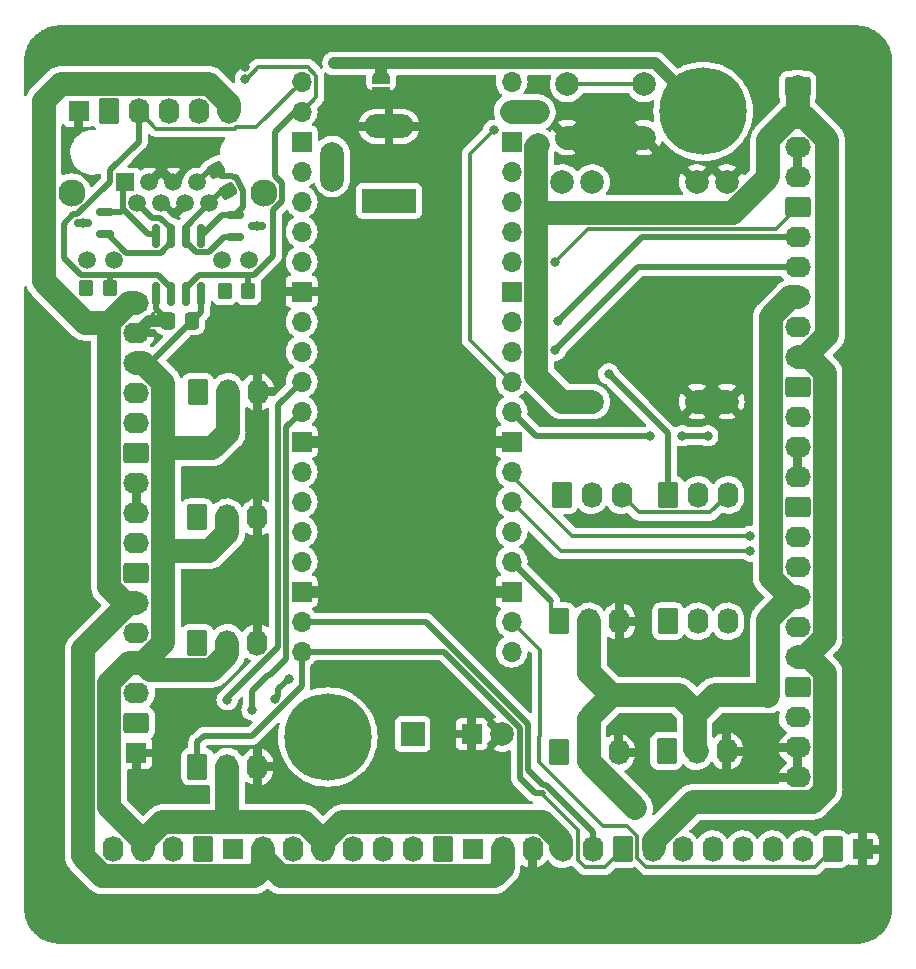
<source format=gbl>
G04 #@! TF.GenerationSoftware,KiCad,Pcbnew,7.0.1*
G04 #@! TF.CreationDate,2023-12-05T18:06:22-06:00*
G04 #@! TF.ProjectId,Pico Breakout Board V3,5069636f-2042-4726-9561-6b6f75742042,rev?*
G04 #@! TF.SameCoordinates,Original*
G04 #@! TF.FileFunction,Copper,L2,Bot*
G04 #@! TF.FilePolarity,Positive*
%FSLAX46Y46*%
G04 Gerber Fmt 4.6, Leading zero omitted, Abs format (unit mm)*
G04 Created by KiCad (PCBNEW 7.0.1) date 2023-12-05 18:06:22*
%MOMM*%
%LPD*%
G01*
G04 APERTURE LIST*
G04 Aperture macros list*
%AMRoundRect*
0 Rectangle with rounded corners*
0 $1 Rounding radius*
0 $2 $3 $4 $5 $6 $7 $8 $9 X,Y pos of 4 corners*
0 Add a 4 corners polygon primitive as box body*
4,1,4,$2,$3,$4,$5,$6,$7,$8,$9,$2,$3,0*
0 Add four circle primitives for the rounded corners*
1,1,$1+$1,$2,$3*
1,1,$1+$1,$4,$5*
1,1,$1+$1,$6,$7*
1,1,$1+$1,$8,$9*
0 Add four rect primitives between the rounded corners*
20,1,$1+$1,$2,$3,$4,$5,0*
20,1,$1+$1,$4,$5,$6,$7,0*
20,1,$1+$1,$6,$7,$8,$9,0*
20,1,$1+$1,$8,$9,$2,$3,0*%
%AMFreePoly0*
4,1,19,0.000000,0.744911,0.071157,0.744911,0.207708,0.704816,0.327430,0.627875,0.420627,0.520320,0.479746,0.390866,0.500000,0.250000,0.500000,-0.250000,0.479746,-0.390866,0.420627,-0.520320,0.327430,-0.627875,0.207708,-0.704816,0.071157,-0.744911,0.000000,-0.744911,0.000000,-0.750000,-0.500000,-0.750000,-0.500000,0.750000,0.000000,0.750000,0.000000,0.744911,0.000000,0.744911,
$1*%
%AMFreePoly1*
4,1,19,0.500000,-0.750000,0.000000,-0.750000,0.000000,-0.744911,-0.071157,-0.744911,-0.207708,-0.704816,-0.327430,-0.627875,-0.420627,-0.520320,-0.479746,-0.390866,-0.500000,-0.250000,-0.500000,0.250000,-0.479746,0.390866,-0.420627,0.520320,-0.327430,0.627875,-0.207708,0.704816,-0.071157,0.744911,0.000000,0.744911,0.000000,0.750000,0.500000,0.750000,0.500000,-0.750000,0.500000,-0.750000,
$1*%
G04 Aperture macros list end*
G04 #@! TA.AperFunction,ComponentPad*
%ADD10O,1.740000X2.190000*%
G04 #@! TD*
G04 #@! TA.AperFunction,ComponentPad*
%ADD11RoundRect,0.250000X-0.620000X-0.845000X0.620000X-0.845000X0.620000X0.845000X-0.620000X0.845000X0*%
G04 #@! TD*
G04 #@! TA.AperFunction,ComponentPad*
%ADD12R,1.700000X1.700000*%
G04 #@! TD*
G04 #@! TA.AperFunction,SMDPad,CuDef*
%ADD13RoundRect,0.250000X-0.350000X-0.450000X0.350000X-0.450000X0.350000X0.450000X-0.350000X0.450000X0*%
G04 #@! TD*
G04 #@! TA.AperFunction,ComponentPad*
%ADD14O,2.190000X1.740000*%
G04 #@! TD*
G04 #@! TA.AperFunction,ComponentPad*
%ADD15RoundRect,0.250000X0.845000X-0.620000X0.845000X0.620000X-0.845000X0.620000X-0.845000X-0.620000X0*%
G04 #@! TD*
G04 #@! TA.AperFunction,ComponentPad*
%ADD16C,2.000000*%
G04 #@! TD*
G04 #@! TA.AperFunction,SMDPad,CuDef*
%ADD17RoundRect,0.150000X0.150000X-0.825000X0.150000X0.825000X-0.150000X0.825000X-0.150000X-0.825000X0*%
G04 #@! TD*
G04 #@! TA.AperFunction,ComponentPad*
%ADD18O,1.700000X1.700000*%
G04 #@! TD*
G04 #@! TA.AperFunction,SMDPad,CuDef*
%ADD19RoundRect,0.250000X-0.564711X0.078109X-0.214711X-0.528109X0.564711X-0.078109X0.214711X0.528109X0*%
G04 #@! TD*
G04 #@! TA.AperFunction,SMDPad,CuDef*
%ADD20FreePoly0,90.000000*%
G04 #@! TD*
G04 #@! TA.AperFunction,SMDPad,CuDef*
%ADD21FreePoly1,90.000000*%
G04 #@! TD*
G04 #@! TA.AperFunction,ComponentPad*
%ADD22R,4.600000X2.000000*%
G04 #@! TD*
G04 #@! TA.AperFunction,ComponentPad*
%ADD23O,4.200000X2.000000*%
G04 #@! TD*
G04 #@! TA.AperFunction,ComponentPad*
%ADD24O,2.000000X4.200000*%
G04 #@! TD*
G04 #@! TA.AperFunction,ComponentPad*
%ADD25RoundRect,0.250000X-0.845000X0.620000X-0.845000X-0.620000X0.845000X-0.620000X0.845000X0.620000X0*%
G04 #@! TD*
G04 #@! TA.AperFunction,ComponentPad*
%ADD26RoundRect,0.250000X0.620000X0.845000X-0.620000X0.845000X-0.620000X-0.845000X0.620000X-0.845000X0*%
G04 #@! TD*
G04 #@! TA.AperFunction,ComponentPad*
%ADD27R,1.500000X1.500000*%
G04 #@! TD*
G04 #@! TA.AperFunction,ComponentPad*
%ADD28C,1.500000*%
G04 #@! TD*
G04 #@! TA.AperFunction,ComponentPad*
%ADD29C,2.300000*%
G04 #@! TD*
G04 #@! TA.AperFunction,ComponentPad*
%ADD30C,0.800000*%
G04 #@! TD*
G04 #@! TA.AperFunction,ComponentPad*
%ADD31C,7.400000*%
G04 #@! TD*
G04 #@! TA.AperFunction,SMDPad,CuDef*
%ADD32RoundRect,0.250000X-0.300000X0.300000X-0.300000X-0.300000X0.300000X-0.300000X0.300000X0.300000X0*%
G04 #@! TD*
G04 #@! TA.AperFunction,SMDPad,CuDef*
%ADD33RoundRect,0.150000X0.587500X0.150000X-0.587500X0.150000X-0.587500X-0.150000X0.587500X-0.150000X0*%
G04 #@! TD*
G04 #@! TA.AperFunction,SMDPad,CuDef*
%ADD34RoundRect,0.150000X-0.587500X-0.150000X0.587500X-0.150000X0.587500X0.150000X-0.587500X0.150000X0*%
G04 #@! TD*
G04 #@! TA.AperFunction,SMDPad,CuDef*
%ADD35RoundRect,0.250000X0.337500X0.475000X-0.337500X0.475000X-0.337500X-0.475000X0.337500X-0.475000X0*%
G04 #@! TD*
G04 #@! TA.AperFunction,ComponentPad*
%ADD36R,2.000000X2.000000*%
G04 #@! TD*
G04 #@! TA.AperFunction,ViaPad*
%ADD37C,0.800000*%
G04 #@! TD*
G04 #@! TA.AperFunction,Conductor*
%ADD38C,2.000000*%
G04 #@! TD*
G04 #@! TA.AperFunction,Conductor*
%ADD39C,0.375000*%
G04 #@! TD*
G04 #@! TA.AperFunction,Conductor*
%ADD40C,0.500000*%
G04 #@! TD*
G04 #@! TA.AperFunction,Conductor*
%ADD41C,1.000000*%
G04 #@! TD*
G04 APERTURE END LIST*
D10*
X117240000Y-88020000D03*
X114700000Y-88020000D03*
D11*
X112160000Y-88020000D03*
D12*
X135400000Y-95750000D03*
D10*
X114830000Y-43000000D03*
X112290000Y-43000000D03*
X109750000Y-43000000D03*
X107210000Y-43000000D03*
D11*
X104670000Y-43000000D03*
D13*
X114500000Y-58250000D03*
X116500000Y-58250000D03*
X102750000Y-58000000D03*
X104750000Y-58000000D03*
D14*
X107000000Y-84650000D03*
X107000000Y-87190000D03*
X107000000Y-89730000D03*
X107000000Y-92270000D03*
D15*
X107000000Y-94810000D03*
X107000000Y-82110000D03*
D14*
X107000000Y-79570000D03*
X107000000Y-77030000D03*
X107000000Y-74490000D03*
D12*
X107000000Y-97350000D03*
D15*
X107000000Y-71950000D03*
D14*
X107000000Y-69410000D03*
X107000000Y-66870000D03*
X107000000Y-64330000D03*
X107000000Y-61790000D03*
X107000000Y-59250000D03*
D12*
X135480000Y-105500000D03*
D16*
X143500000Y-45250000D03*
X150000000Y-45250000D03*
X143500000Y-40750000D03*
X150000000Y-40750000D03*
D17*
X112500000Y-53550000D03*
X111230000Y-53550000D03*
X109960000Y-53550000D03*
X108690000Y-53550000D03*
X108690000Y-58500000D03*
X109960000Y-58500000D03*
X111230000Y-58500000D03*
X112500000Y-58500000D03*
D16*
X143070000Y-49000000D03*
X145610000Y-49000000D03*
X154460000Y-49000000D03*
X157000000Y-49000000D03*
X157000000Y-67600000D03*
X154460000Y-67600000D03*
X145610000Y-67600000D03*
X143070000Y-67600000D03*
D18*
X121000000Y-40510000D03*
X121000000Y-43050000D03*
D12*
X121000000Y-45590000D03*
D18*
X121000000Y-48130000D03*
X121000000Y-50670000D03*
X121000000Y-53210000D03*
X121000000Y-55750000D03*
D12*
X121000000Y-58290000D03*
D18*
X121000000Y-60830000D03*
X121000000Y-63370000D03*
X121000000Y-65910000D03*
X121000000Y-68450000D03*
D12*
X121000000Y-70990000D03*
D18*
X121000000Y-73530000D03*
X121000000Y-76070000D03*
X121000000Y-78610000D03*
X121000000Y-81150000D03*
D12*
X121000000Y-83690000D03*
D18*
X121000000Y-86230000D03*
X121000000Y-88770000D03*
X138780000Y-88770000D03*
X138780000Y-86230000D03*
D12*
X138780000Y-83690000D03*
D18*
X138780000Y-81150000D03*
X138780000Y-78610000D03*
X138780000Y-76070000D03*
X138780000Y-73530000D03*
D12*
X138780000Y-70990000D03*
D18*
X138780000Y-68450000D03*
X138780000Y-65910000D03*
X138780000Y-63370000D03*
X138780000Y-60830000D03*
D12*
X138780000Y-58290000D03*
D18*
X138780000Y-55750000D03*
X138780000Y-53210000D03*
X138780000Y-50670000D03*
X138780000Y-48130000D03*
D12*
X138780000Y-45590000D03*
D18*
X138780000Y-43050000D03*
X138780000Y-40510000D03*
D19*
X113750000Y-48017950D03*
X114750000Y-49750000D03*
D20*
X127750000Y-40200000D03*
D21*
X127750000Y-41500000D03*
D11*
X142760000Y-97300000D03*
D10*
X145300000Y-97300000D03*
X147840000Y-97300000D03*
X147890000Y-86200000D03*
X145350000Y-86200000D03*
D11*
X142810000Y-86200000D03*
D10*
X156980000Y-97200000D03*
X154440000Y-97200000D03*
D11*
X151900000Y-97200000D03*
X112170000Y-98500000D03*
D10*
X114710000Y-98500000D03*
X117250000Y-98500000D03*
D11*
X112160000Y-77400000D03*
D10*
X114700000Y-77400000D03*
X117240000Y-77400000D03*
D12*
X102130000Y-43000000D03*
D22*
X128400000Y-50600000D03*
D23*
X128400000Y-44300000D03*
D24*
X123600000Y-47700000D03*
D14*
X163000000Y-63860000D03*
X163000000Y-61320000D03*
X163000000Y-58780000D03*
X163000000Y-56240000D03*
X163000000Y-53700000D03*
D25*
X163000000Y-51160000D03*
D14*
X163000000Y-99420000D03*
X163000000Y-96880000D03*
X163000000Y-94340000D03*
D25*
X163000000Y-91800000D03*
X163000000Y-66400000D03*
D14*
X163000000Y-68940000D03*
X163000000Y-71480000D03*
X163000000Y-74020000D03*
D10*
X150720000Y-105500000D03*
X153260000Y-105500000D03*
X155800000Y-105500000D03*
X158340000Y-105500000D03*
X160880000Y-105500000D03*
X163420000Y-105500000D03*
D26*
X165960000Y-105500000D03*
D11*
X112210000Y-66770000D03*
D10*
X114750000Y-66770000D03*
X117290000Y-66770000D03*
D12*
X168500000Y-105500000D03*
D10*
X157100000Y-86200000D03*
X154560000Y-86200000D03*
D11*
X152020000Y-86200000D03*
D12*
X115160000Y-105500000D03*
D10*
X157100000Y-75500000D03*
X154560000Y-75500000D03*
D11*
X152020000Y-75500000D03*
D10*
X148100000Y-75520000D03*
X145560000Y-75520000D03*
D11*
X143020000Y-75520000D03*
D25*
X163000000Y-76560000D03*
D14*
X163000000Y-79100000D03*
X163000000Y-81640000D03*
X163000000Y-84180000D03*
X163000000Y-86720000D03*
X163000000Y-89260000D03*
D25*
X163000000Y-41000000D03*
D14*
X163000000Y-43540000D03*
X163000000Y-46080000D03*
X163000000Y-48620000D03*
D26*
X132940000Y-105500000D03*
D10*
X130400000Y-105500000D03*
X127860000Y-105500000D03*
X125320000Y-105500000D03*
X122780000Y-105500000D03*
X120240000Y-105500000D03*
X117700000Y-105500000D03*
X102460000Y-105500000D03*
X105000000Y-105500000D03*
X107540000Y-105500000D03*
X110080000Y-105500000D03*
D26*
X112620000Y-105500000D03*
D10*
X138020000Y-105500000D03*
X140560000Y-105500000D03*
X143100000Y-105500000D03*
X145640000Y-105500000D03*
D26*
X148180000Y-105500000D03*
D27*
X106090000Y-49040000D03*
D28*
X107106000Y-50820000D03*
X108122000Y-49040000D03*
X109138000Y-50820000D03*
X110154000Y-49040000D03*
X111170000Y-50820000D03*
X112186000Y-49040000D03*
X113202000Y-50820000D03*
X102790000Y-55640000D03*
X105080000Y-55640000D03*
X114220000Y-55640000D03*
X116510000Y-55640000D03*
D29*
X101520000Y-49930000D03*
X117780000Y-49930000D03*
D30*
X156962221Y-41062779D03*
X157775000Y-43025000D03*
X156962221Y-44987221D03*
X155000000Y-45800000D03*
X153037779Y-44987221D03*
X153037779Y-41062779D03*
X155000000Y-40250000D03*
D31*
X155000000Y-43025000D03*
D30*
X152225000Y-43025000D03*
X125187221Y-94037779D03*
X126000000Y-96000000D03*
X125187221Y-97962221D03*
X123225000Y-98775000D03*
X121262779Y-97962221D03*
X121262779Y-94037779D03*
X123225000Y-93225000D03*
D31*
X123225000Y-96000000D03*
D30*
X120450000Y-96000000D03*
D32*
X141000000Y-43100000D03*
X141000000Y-45900000D03*
D33*
X104375000Y-51550000D03*
X104375000Y-53450000D03*
X102500000Y-52500000D03*
D34*
X117250000Y-52750000D03*
X115375000Y-51800000D03*
X115375000Y-53700000D03*
D35*
X111750000Y-60750000D03*
X109675000Y-60750000D03*
D16*
X138000000Y-95750000D03*
D36*
X130400000Y-95750000D03*
D37*
X102000000Y-63000000D03*
X102250000Y-68000000D03*
X100250000Y-110500000D03*
X99250000Y-81750000D03*
X156250000Y-72500000D03*
X133000000Y-77250000D03*
X129250000Y-59750000D03*
X116250000Y-39250000D03*
X149250000Y-102000000D03*
X123750000Y-38960000D03*
X116250000Y-40250000D03*
X155389500Y-70500000D03*
X150500000Y-70500000D03*
X153250000Y-70500000D03*
X159000000Y-80250000D03*
X159000000Y-79000000D03*
X137250000Y-44645000D03*
X147000000Y-65250000D03*
X142469500Y-55750000D03*
X142469500Y-63250000D03*
X142750000Y-60750000D03*
X118749125Y-92749500D03*
X119900000Y-91050500D03*
X114700000Y-92850500D03*
X116800000Y-93700000D03*
X111750000Y-60750000D03*
X117250000Y-52750000D03*
X102500000Y-52500000D03*
X102750000Y-58000000D03*
X114500000Y-58250000D03*
D38*
X145350000Y-90542422D02*
X147262578Y-92455000D01*
X145350000Y-86200000D02*
X145350000Y-90542422D01*
D39*
X142130000Y-85520000D02*
X142810000Y-86200000D01*
X142130000Y-84500000D02*
X142130000Y-85520000D01*
X138780000Y-73880000D02*
X143900000Y-79000000D01*
X143900000Y-79000000D02*
X159000000Y-79000000D01*
X138780000Y-73530000D02*
X138780000Y-73880000D01*
D38*
X154290000Y-97050000D02*
X154440000Y-97200000D01*
X154290000Y-94750000D02*
X154290000Y-97050000D01*
X145300000Y-98050000D02*
X145300000Y-97300000D01*
X149250000Y-102000000D02*
X145300000Y-98050000D01*
X145300000Y-94530000D02*
X145330000Y-94500000D01*
X145300000Y-97300000D02*
X145300000Y-94530000D01*
D39*
X164477500Y-106982500D02*
X165960000Y-105500000D01*
X150199126Y-106982500D02*
X164477500Y-106982500D01*
X149437500Y-106220874D02*
X150199126Y-106982500D01*
X149437500Y-104390939D02*
X149437500Y-106220874D01*
X146500000Y-103500000D02*
X148546561Y-103500000D01*
X141100000Y-98100000D02*
X146500000Y-103500000D01*
X141100000Y-95988439D02*
X141100000Y-98100000D01*
X148546561Y-103500000D02*
X149437500Y-104390939D01*
X141200000Y-95888439D02*
X141100000Y-95988439D01*
X141200000Y-88650000D02*
X141200000Y-95888439D01*
X138780000Y-86230000D02*
X141200000Y-88650000D01*
D40*
X141689949Y-100050000D02*
X145640000Y-104000051D01*
X140200000Y-94909441D02*
X140200000Y-98800000D01*
X131520560Y-86230000D02*
X140200000Y-94909441D01*
X140200000Y-98800000D02*
X141450000Y-100050000D01*
X121000000Y-86230000D02*
X131520560Y-86230000D01*
X141450000Y-100050000D02*
X141689949Y-100050000D01*
X145640000Y-104000051D02*
X145640000Y-105500000D01*
D39*
X144382500Y-103882500D02*
X144382500Y-106382500D01*
X141400000Y-100900000D02*
X144382500Y-103882500D01*
X144382500Y-106382500D02*
X144982500Y-106982500D01*
X144982500Y-106982500D02*
X146697500Y-106982500D01*
X141400000Y-100750000D02*
X141400000Y-100900000D01*
X146697500Y-106982500D02*
X148180000Y-105500000D01*
D40*
X133070610Y-88770000D02*
X121000000Y-88770000D01*
X139500000Y-99500000D02*
X139500000Y-95199390D01*
X139500000Y-95199390D02*
X133070610Y-88770000D01*
X141400000Y-100750000D02*
X140750000Y-100750000D01*
X140750000Y-100750000D02*
X139500000Y-99500000D01*
D38*
X114710000Y-77410000D02*
X114700000Y-77400000D01*
X114710000Y-78725610D02*
X114710000Y-77410000D01*
X109295000Y-80250000D02*
X113185610Y-80250000D01*
X113185610Y-80250000D02*
X114710000Y-78725610D01*
X108197422Y-90315000D02*
X107612422Y-89730000D01*
X107612422Y-89730000D02*
X107000000Y-89730000D01*
X113380610Y-90315000D02*
X108197422Y-90315000D01*
X114700000Y-88995610D02*
X113380610Y-90315000D01*
X114700000Y-88020000D02*
X114700000Y-88995610D01*
D40*
X119000000Y-67910000D02*
X121000000Y-65910000D01*
X119000000Y-88400000D02*
X119000000Y-67910000D01*
X114700000Y-92700000D02*
X119000000Y-88400000D01*
X114700000Y-92850500D02*
X114700000Y-92700000D01*
X119700000Y-69750000D02*
X121000000Y-68450000D01*
X119700000Y-89400000D02*
X119700000Y-69750000D01*
X118350000Y-90750000D02*
X119700000Y-89400000D01*
X116800000Y-92100000D02*
X118150000Y-90750000D01*
X116800000Y-93700000D02*
X116800000Y-92100000D01*
X118150000Y-90750000D02*
X118350000Y-90750000D01*
X119000000Y-92498625D02*
X118749125Y-92749500D01*
X119900000Y-91050500D02*
X119000000Y-91950500D01*
X119000000Y-91950500D02*
X119000000Y-92498625D01*
X121000000Y-91700000D02*
X121000000Y-88770000D01*
X112170000Y-96430000D02*
X112700000Y-95900000D01*
X112700000Y-95900000D02*
X116800000Y-95900000D01*
X112170000Y-98500000D02*
X112170000Y-96430000D01*
X116800000Y-95900000D02*
X121000000Y-91700000D01*
D38*
X114710000Y-102995000D02*
X114500000Y-103205000D01*
X114710000Y-98500000D02*
X114710000Y-102995000D01*
X109860000Y-71565000D02*
X113430610Y-71565000D01*
X109295000Y-71000000D02*
X109860000Y-71565000D01*
X113430610Y-71565000D02*
X114750000Y-70245610D01*
X114750000Y-70245610D02*
X114750000Y-66770000D01*
D39*
X122237500Y-41812500D02*
X121000000Y-43050000D01*
X122237500Y-39997410D02*
X122237500Y-41812500D01*
X121512590Y-39272500D02*
X122237500Y-39997410D01*
X117341194Y-39272500D02*
X121512590Y-39272500D01*
X116363694Y-40250000D02*
X117341194Y-39272500D01*
X116250000Y-40250000D02*
X116363694Y-40250000D01*
D40*
X155389500Y-70500000D02*
X153250000Y-70500000D01*
D38*
X143500000Y-45250000D02*
X150000000Y-45250000D01*
D41*
X108040000Y-60750000D02*
X107000000Y-61790000D01*
X109675000Y-60750000D02*
X108040000Y-60750000D01*
X138780000Y-83690000D02*
X121000000Y-83690000D01*
X121000000Y-70990000D02*
X138780000Y-70990000D01*
D38*
X102460000Y-105500000D02*
X102460000Y-88577578D01*
X102460000Y-88577578D02*
X106387578Y-84650000D01*
X106387578Y-84650000D02*
X107000000Y-84650000D01*
X104705000Y-60932578D02*
X102682578Y-60932578D01*
X102682578Y-60932578D02*
X99170000Y-57420000D01*
X113147422Y-40705000D02*
X114830000Y-42387578D01*
X99170000Y-57420000D02*
X99170000Y-42130000D01*
X114830000Y-42387578D02*
X114830000Y-43000000D01*
X99170000Y-42130000D02*
X100595000Y-40705000D01*
X100595000Y-40705000D02*
X113147422Y-40705000D01*
D41*
X127750000Y-40200000D02*
X127750000Y-38960000D01*
X123750000Y-38960000D02*
X127750000Y-38960000D01*
X127750000Y-38960000D02*
X150935000Y-38960000D01*
D38*
X150825000Y-104782578D02*
X150825000Y-105395000D01*
X154117578Y-101490000D02*
X150825000Y-104782578D01*
X142995000Y-104782578D02*
X142995000Y-105395000D01*
X141417422Y-103205000D02*
X142995000Y-104782578D01*
X164260000Y-101490000D02*
X165295000Y-100455000D01*
X154117578Y-101490000D02*
X164260000Y-101490000D01*
X165295000Y-100455000D02*
X165295000Y-90579390D01*
X165295000Y-90579390D02*
X163975610Y-89260000D01*
X162387578Y-43540000D02*
X163000000Y-43540000D01*
X157498770Y-51612500D02*
X160500000Y-48611270D01*
X141007500Y-51612500D02*
X157498770Y-51612500D01*
X160500000Y-45427578D02*
X162387578Y-43540000D01*
X140870000Y-51750000D02*
X141007500Y-51612500D01*
X160500000Y-48611270D02*
X160500000Y-45427578D01*
X140870000Y-51750000D02*
X140870000Y-46030000D01*
X140870000Y-65400000D02*
X140870000Y-51750000D01*
X138830000Y-43100000D02*
X138780000Y-43050000D01*
X141000000Y-43100000D02*
X138830000Y-43100000D01*
D41*
X150935000Y-38960000D02*
X155000000Y-43025000D01*
D40*
X104777602Y-48027602D02*
X107210000Y-45595204D01*
X102292943Y-56840000D02*
X100857258Y-55404315D01*
X104750000Y-56840000D02*
X102292943Y-56840000D01*
X100857258Y-55404315D02*
X100857258Y-52556714D01*
X100857258Y-52556714D02*
X101663972Y-51750000D01*
X101663972Y-51750000D02*
X102000000Y-51750000D01*
X104777602Y-48972398D02*
X104777602Y-48027602D01*
X102000000Y-51750000D02*
X104777602Y-48972398D01*
X107210000Y-45595204D02*
X107210000Y-43270000D01*
X142130000Y-84500000D02*
X138780000Y-81150000D01*
X140830000Y-70500000D02*
X150500000Y-70500000D01*
X138780000Y-68450000D02*
X140830000Y-70500000D01*
X152000000Y-70250000D02*
X147000000Y-65250000D01*
X152000000Y-74500000D02*
X152000000Y-70250000D01*
D39*
X149562500Y-76982500D02*
X148100000Y-75520000D01*
X155617500Y-76982500D02*
X149562500Y-76982500D01*
X157100000Y-75500000D02*
X155617500Y-76982500D01*
X142960000Y-80250000D02*
X159000000Y-80250000D01*
X138780000Y-76070000D02*
X142960000Y-80250000D01*
X135250000Y-62380000D02*
X135250000Y-46645000D01*
X138780000Y-65910000D02*
X135250000Y-62380000D01*
X135250000Y-46645000D02*
X137250000Y-44645000D01*
X161160000Y-53000000D02*
X163000000Y-51160000D01*
X142469500Y-55750000D02*
X145219500Y-53000000D01*
X145219500Y-53000000D02*
X161160000Y-53000000D01*
X150000000Y-40750000D02*
X143500000Y-40750000D01*
D40*
X149479500Y-56240000D02*
X142469500Y-63250000D01*
X163000000Y-56240000D02*
X149479500Y-56240000D01*
X149800000Y-53700000D02*
X142750000Y-60750000D01*
X163000000Y-53700000D02*
X149800000Y-53700000D01*
D38*
X140870000Y-46030000D02*
X141000000Y-45900000D01*
X143070000Y-67600000D02*
X140870000Y-65400000D01*
D39*
X115350874Y-44482500D02*
X108692500Y-44482500D01*
X115445874Y-44387500D02*
X115350874Y-44482500D01*
X108692500Y-44482500D02*
X107210000Y-43000000D01*
X117122500Y-44387500D02*
X115445874Y-44387500D01*
X121000000Y-40510000D02*
X117122500Y-44387500D01*
D40*
X108170000Y-64330000D02*
X107000000Y-64330000D01*
X111750000Y-60750000D02*
X108170000Y-64330000D01*
D38*
X109295000Y-71000000D02*
X109295000Y-80250000D01*
X109295000Y-66012578D02*
X109295000Y-71000000D01*
X109295000Y-80250000D02*
X109295000Y-88047422D01*
X114500000Y-103205000D02*
X121205000Y-103205000D01*
X109222578Y-103205000D02*
X114500000Y-103205000D01*
X160455000Y-92455000D02*
X160500000Y-92500000D01*
X154290000Y-94137578D02*
X155972578Y-92455000D01*
X154290000Y-94750000D02*
X154290000Y-94137578D01*
X160500000Y-92500000D02*
X160500000Y-86067578D01*
X155972578Y-92455000D02*
X160455000Y-92455000D01*
X154290000Y-93774390D02*
X154290000Y-94750000D01*
X152970610Y-92455000D02*
X154290000Y-93774390D01*
X147262578Y-92455000D02*
X152970610Y-92455000D01*
X145580000Y-94137578D02*
X147262578Y-92455000D01*
X162387578Y-58780000D02*
X163000000Y-58780000D01*
X160705000Y-60462578D02*
X162387578Y-58780000D01*
X162387578Y-84180000D02*
X160705000Y-82497422D01*
X160705000Y-82497422D02*
X160705000Y-60462578D01*
X163000000Y-84180000D02*
X162387578Y-84180000D01*
X160500000Y-86067578D02*
X162387578Y-84180000D01*
X122780000Y-104887578D02*
X124462578Y-103205000D01*
X122780000Y-105500000D02*
X122780000Y-104887578D01*
X124462578Y-103205000D02*
X141417422Y-103205000D01*
X121205000Y-103205000D02*
X122780000Y-104780000D01*
X122780000Y-104780000D02*
X122780000Y-105500000D01*
X107540000Y-104887578D02*
X109222578Y-103205000D01*
X107540000Y-105500000D02*
X107540000Y-104887578D01*
X107540000Y-104790000D02*
X107540000Y-105500000D01*
X104705000Y-101955000D02*
X107540000Y-104790000D01*
X104705000Y-91412578D02*
X104705000Y-101955000D01*
X106387578Y-89730000D02*
X104705000Y-91412578D01*
X107000000Y-89730000D02*
X106387578Y-89730000D01*
X109295000Y-88047422D02*
X107612422Y-89730000D01*
X107612422Y-64330000D02*
X109295000Y-66012578D01*
X107000000Y-64330000D02*
X107612422Y-64330000D01*
X106387578Y-59250000D02*
X107000000Y-59250000D01*
X104705000Y-60932578D02*
X106387578Y-59250000D01*
X104705000Y-83330610D02*
X104705000Y-60932578D01*
X106024390Y-84650000D02*
X104705000Y-83330610D01*
X107000000Y-84650000D02*
X106024390Y-84650000D01*
X102460000Y-106112422D02*
X102460000Y-105500000D01*
X116965000Y-107795000D02*
X104142578Y-107795000D01*
X117700000Y-107060000D02*
X116965000Y-107795000D01*
X117700000Y-105500000D02*
X117700000Y-107060000D01*
X104142578Y-107795000D02*
X102460000Y-106112422D01*
X117700000Y-106240000D02*
X117700000Y-105500000D01*
X119255000Y-107795000D02*
X117700000Y-106240000D01*
X137285000Y-107795000D02*
X119255000Y-107795000D01*
X138020000Y-107060000D02*
X137285000Y-107795000D01*
X138020000Y-105500000D02*
X138020000Y-107060000D01*
X138020000Y-106112422D02*
X138020000Y-105500000D01*
X163000000Y-89260000D02*
X163975610Y-89260000D01*
X163612422Y-89260000D02*
X163000000Y-89260000D01*
X165295000Y-65179390D02*
X165295000Y-87577422D01*
X163975610Y-63860000D02*
X165295000Y-65179390D01*
X165295000Y-87577422D02*
X163612422Y-89260000D01*
X163000000Y-63860000D02*
X163975610Y-63860000D01*
X165500000Y-61972422D02*
X163612422Y-63860000D01*
X165500000Y-45427578D02*
X165500000Y-61972422D01*
X163612422Y-63860000D02*
X163000000Y-63860000D01*
X163612422Y-43540000D02*
X165500000Y-45427578D01*
X163000000Y-43540000D02*
X163612422Y-43540000D01*
X163000000Y-41000000D02*
X163000000Y-43540000D01*
D40*
X116500000Y-56840000D02*
X117007057Y-56840000D01*
X116500000Y-58250000D02*
X116500000Y-56840000D01*
X112336472Y-56840000D02*
X116500000Y-56840000D01*
X108853528Y-56840000D02*
X104750000Y-56840000D01*
X104750000Y-58000000D02*
X104750000Y-56840000D01*
X111750000Y-60750000D02*
X112500000Y-60000000D01*
X112500000Y-60000000D02*
X112500000Y-58500000D01*
X108690000Y-59765000D02*
X109675000Y-60750000D01*
X108690000Y-58500000D02*
X108690000Y-59765000D01*
X109960000Y-57946472D02*
X108853528Y-56840000D01*
X109960000Y-58500000D02*
X109960000Y-57946472D01*
X120450000Y-43050000D02*
X121000000Y-43050000D01*
X118750000Y-44750000D02*
X120450000Y-43050000D01*
X118750000Y-48500000D02*
X118750000Y-44750000D01*
X119380000Y-49130000D02*
X118750000Y-48500000D01*
X119380000Y-50592742D02*
X119380000Y-49130000D01*
X118611371Y-51361371D02*
X119380000Y-50592742D01*
X118611371Y-55235686D02*
X118611371Y-51361371D01*
X117007057Y-56840000D02*
X118611371Y-55235686D01*
X111230000Y-57946472D02*
X112336472Y-56840000D01*
X111230000Y-58500000D02*
X111230000Y-57946472D01*
X104375000Y-51550000D02*
X105673057Y-51550000D01*
X105673057Y-51550000D02*
X105906000Y-51317057D01*
X104587057Y-53450000D02*
X104375000Y-53450000D01*
X109063528Y-55000000D02*
X106137057Y-55000000D01*
X109960000Y-54103528D02*
X109063528Y-55000000D01*
X109960000Y-53550000D02*
X109960000Y-54103528D01*
X106137057Y-55000000D02*
X104587057Y-53450000D01*
X105906000Y-51317057D02*
X105906000Y-49224000D01*
X107982893Y-53393950D02*
X105906000Y-51317057D01*
X108690000Y-53393950D02*
X107982893Y-53393950D01*
X108690000Y-53550000D02*
X108690000Y-53393950D01*
X105906000Y-49224000D02*
X106090000Y-49040000D01*
X108306000Y-52020000D02*
X107106000Y-50820000D01*
X109035000Y-52020000D02*
X108306000Y-52020000D01*
X109960000Y-52945000D02*
X109035000Y-52020000D01*
X109960000Y-53550000D02*
X109960000Y-52945000D01*
X114462943Y-53700000D02*
X115375000Y-53700000D01*
X113187943Y-54975000D02*
X114462943Y-53700000D01*
X112101472Y-54975000D02*
X113187943Y-54975000D01*
X111230000Y-54103528D02*
X112101472Y-54975000D01*
X111230000Y-53550000D02*
X111230000Y-54103528D01*
X111230000Y-52792000D02*
X113202000Y-50820000D01*
X111230000Y-53550000D02*
X111230000Y-52792000D01*
X114250000Y-51800000D02*
X112500000Y-53550000D01*
X115375000Y-51800000D02*
X114250000Y-51800000D01*
X116065904Y-51109096D02*
X115375000Y-51800000D01*
X116065904Y-49729212D02*
X116065904Y-51109096D01*
X115425955Y-48620788D02*
X116065904Y-49729212D01*
X114865814Y-48470698D02*
X115425955Y-48620788D01*
X113750000Y-48017950D02*
X114202748Y-48470698D01*
X114202748Y-48470698D02*
X114865814Y-48470698D01*
X114272000Y-49750000D02*
X113202000Y-50820000D01*
X114750000Y-49750000D02*
X114272000Y-49750000D01*
X113208050Y-48017950D02*
X112186000Y-49040000D01*
X113750000Y-48017950D02*
X113208050Y-48017950D01*
D38*
X157000000Y-67600000D02*
X154460000Y-67600000D01*
X145610000Y-67600000D02*
X143070000Y-67600000D01*
D39*
X104450000Y-53525000D02*
X104375000Y-53450000D01*
X105968500Y-49161500D02*
X106090000Y-49040000D01*
G04 #@! TA.AperFunction,Conductor*
G36*
X168003243Y-35750669D02*
G01*
X168133379Y-35757490D01*
X168313908Y-35767628D01*
X168326309Y-35768955D01*
X168474990Y-35792504D01*
X168476245Y-35792709D01*
X168635324Y-35819738D01*
X168646606Y-35822202D01*
X168795635Y-35862134D01*
X168797761Y-35862725D01*
X168949174Y-35906347D01*
X168959260Y-35909729D01*
X169104710Y-35965562D01*
X169107599Y-35966714D01*
X169251768Y-36026430D01*
X169260594Y-36030500D01*
X169400064Y-36101565D01*
X169403748Y-36103521D01*
X169493848Y-36153316D01*
X169539548Y-36178574D01*
X169547061Y-36183081D01*
X169678754Y-36268604D01*
X169682947Y-36271452D01*
X169809147Y-36360996D01*
X169815428Y-36365759D01*
X169937567Y-36464665D01*
X169942158Y-36468571D01*
X170057424Y-36571579D01*
X170062478Y-36576358D01*
X170173640Y-36687520D01*
X170178419Y-36692574D01*
X170281427Y-36807840D01*
X170285333Y-36812431D01*
X170384239Y-36934570D01*
X170389002Y-36940851D01*
X170478546Y-37067051D01*
X170481409Y-37071266D01*
X170566907Y-37202921D01*
X170571430Y-37210460D01*
X170646477Y-37346250D01*
X170648433Y-37349934D01*
X170719498Y-37489404D01*
X170723575Y-37498247D01*
X170783259Y-37642337D01*
X170784462Y-37645353D01*
X170840265Y-37790727D01*
X170843655Y-37800836D01*
X170887258Y-37952185D01*
X170887879Y-37954419D01*
X170927791Y-38103370D01*
X170930264Y-38114694D01*
X170957282Y-38273715D01*
X170957507Y-38275087D01*
X170981040Y-38423666D01*
X170982372Y-38436111D01*
X170992498Y-38616421D01*
X170992523Y-38616884D01*
X170999330Y-38746757D01*
X170999500Y-38753247D01*
X170999500Y-110496753D01*
X170999330Y-110503243D01*
X170992523Y-110633114D01*
X170992498Y-110633577D01*
X170982372Y-110813887D01*
X170981040Y-110826332D01*
X170957507Y-110974911D01*
X170957282Y-110976283D01*
X170930264Y-111135304D01*
X170927791Y-111146628D01*
X170887879Y-111295579D01*
X170887258Y-111297813D01*
X170843655Y-111449162D01*
X170840265Y-111459271D01*
X170784462Y-111604645D01*
X170783259Y-111607661D01*
X170723575Y-111751751D01*
X170719498Y-111760594D01*
X170648433Y-111900064D01*
X170646477Y-111903748D01*
X170571430Y-112039538D01*
X170566897Y-112047094D01*
X170481412Y-112178728D01*
X170478546Y-112182947D01*
X170389002Y-112309147D01*
X170384239Y-112315428D01*
X170285333Y-112437567D01*
X170281427Y-112442158D01*
X170178419Y-112557424D01*
X170173640Y-112562478D01*
X170062478Y-112673640D01*
X170057424Y-112678419D01*
X169942158Y-112781427D01*
X169937567Y-112785333D01*
X169815428Y-112884239D01*
X169809147Y-112889002D01*
X169682947Y-112978546D01*
X169678728Y-112981412D01*
X169547094Y-113066897D01*
X169539538Y-113071430D01*
X169403748Y-113146477D01*
X169400064Y-113148433D01*
X169260594Y-113219498D01*
X169251751Y-113223575D01*
X169107661Y-113283259D01*
X169104645Y-113284462D01*
X168959271Y-113340265D01*
X168949162Y-113343655D01*
X168797813Y-113387258D01*
X168795579Y-113387879D01*
X168646628Y-113427791D01*
X168635304Y-113430264D01*
X168476283Y-113457282D01*
X168474911Y-113457507D01*
X168326332Y-113481040D01*
X168313887Y-113482372D01*
X168133577Y-113492498D01*
X168133114Y-113492523D01*
X168003243Y-113499330D01*
X167996753Y-113499500D01*
X100503247Y-113499500D01*
X100496757Y-113499330D01*
X100366884Y-113492523D01*
X100366421Y-113492498D01*
X100186111Y-113482372D01*
X100173666Y-113481040D01*
X100025087Y-113457507D01*
X100023715Y-113457282D01*
X99864694Y-113430264D01*
X99853370Y-113427791D01*
X99704419Y-113387879D01*
X99702185Y-113387258D01*
X99550836Y-113343655D01*
X99540727Y-113340265D01*
X99395353Y-113284462D01*
X99392337Y-113283259D01*
X99248247Y-113223575D01*
X99239404Y-113219498D01*
X99099934Y-113148433D01*
X99096250Y-113146477D01*
X98960460Y-113071430D01*
X98952921Y-113066907D01*
X98821266Y-112981409D01*
X98817051Y-112978546D01*
X98690851Y-112889002D01*
X98684570Y-112884239D01*
X98562431Y-112785333D01*
X98557840Y-112781427D01*
X98442574Y-112678419D01*
X98437520Y-112673640D01*
X98326358Y-112562478D01*
X98321579Y-112557424D01*
X98218571Y-112442158D01*
X98214665Y-112437567D01*
X98115759Y-112315428D01*
X98110996Y-112309147D01*
X98021452Y-112182947D01*
X98018604Y-112178754D01*
X97933081Y-112047061D01*
X97928568Y-112039538D01*
X97853521Y-111903748D01*
X97851565Y-111900064D01*
X97780500Y-111760594D01*
X97776430Y-111751768D01*
X97716714Y-111607599D01*
X97715562Y-111604710D01*
X97659729Y-111459260D01*
X97656347Y-111449174D01*
X97612725Y-111297761D01*
X97612134Y-111295635D01*
X97572202Y-111146606D01*
X97569738Y-111135324D01*
X97542709Y-110976245D01*
X97542491Y-110974911D01*
X97518955Y-110826309D01*
X97517628Y-110813908D01*
X97507485Y-110633285D01*
X97507476Y-110633114D01*
X97500669Y-110503243D01*
X97500500Y-110496755D01*
X97500500Y-57934459D01*
X97514642Y-57876950D01*
X97553843Y-57832559D01*
X97609161Y-57811411D01*
X97667978Y-57818331D01*
X97716877Y-57851740D01*
X97744704Y-57904015D01*
X97745937Y-57908881D01*
X97757685Y-57935664D01*
X97782393Y-57991993D01*
X97784354Y-57996728D01*
X97817344Y-58081275D01*
X97829364Y-58101448D01*
X97836395Y-58115107D01*
X97845824Y-58136603D01*
X97845827Y-58136607D01*
X97895481Y-58212609D01*
X97898153Y-58216890D01*
X97944634Y-58294894D01*
X97959808Y-58312811D01*
X97968991Y-58325125D01*
X97981837Y-58344787D01*
X98043294Y-58411547D01*
X98046686Y-58415388D01*
X98065095Y-58437123D01*
X98085227Y-58457255D01*
X98088776Y-58460953D01*
X98150258Y-58527740D01*
X98168787Y-58542162D01*
X98180307Y-58552335D01*
X101550243Y-61922270D01*
X101560408Y-61933780D01*
X101574839Y-61952321D01*
X101574840Y-61952322D01*
X101641635Y-62013811D01*
X101645333Y-62017360D01*
X101665452Y-62037479D01*
X101687176Y-62055878D01*
X101691013Y-62059267D01*
X101757793Y-62120742D01*
X101774015Y-62131340D01*
X101777445Y-62133581D01*
X101789760Y-62142763D01*
X101807684Y-62157944D01*
X101885653Y-62204403D01*
X101889982Y-62207105D01*
X101965971Y-62256751D01*
X101987483Y-62266187D01*
X102001131Y-62273213D01*
X102021300Y-62285231D01*
X102021301Y-62285231D01*
X102021304Y-62285233D01*
X102105864Y-62318228D01*
X102110561Y-62320174D01*
X102193697Y-62356641D01*
X102216467Y-62362407D01*
X102231086Y-62367090D01*
X102252964Y-62375627D01*
X102341781Y-62394250D01*
X102346748Y-62395399D01*
X102434757Y-62417686D01*
X102458165Y-62419624D01*
X102473368Y-62421840D01*
X102496341Y-62426658D01*
X102587029Y-62430408D01*
X102592115Y-62430724D01*
X102615668Y-62432676D01*
X102620510Y-62433078D01*
X102620511Y-62433078D01*
X102648989Y-62433078D01*
X102654114Y-62433184D01*
X102744797Y-62436935D01*
X102744797Y-62436934D01*
X102744799Y-62436935D01*
X102768103Y-62434030D01*
X102783442Y-62433078D01*
X103080500Y-62433078D01*
X103142500Y-62449691D01*
X103187887Y-62495078D01*
X103204500Y-62557078D01*
X103204500Y-83229745D01*
X103203548Y-83245083D01*
X103200642Y-83268390D01*
X103204394Y-83359081D01*
X103204500Y-83364206D01*
X103204500Y-83392676D01*
X103206851Y-83421058D01*
X103207168Y-83426169D01*
X103210919Y-83516847D01*
X103215040Y-83536500D01*
X103215738Y-83539830D01*
X103217952Y-83555031D01*
X103219891Y-83578429D01*
X103242171Y-83666413D01*
X103243325Y-83671403D01*
X103261950Y-83760224D01*
X103270484Y-83782095D01*
X103275171Y-83796724D01*
X103280936Y-83819490D01*
X103317393Y-83902603D01*
X103319354Y-83907338D01*
X103352344Y-83991885D01*
X103364364Y-84012058D01*
X103371395Y-84025717D01*
X103380824Y-84047213D01*
X103380827Y-84047217D01*
X103430481Y-84123219D01*
X103433153Y-84127500D01*
X103479634Y-84205504D01*
X103494808Y-84223421D01*
X103503991Y-84235735D01*
X103516837Y-84255397D01*
X103578294Y-84322157D01*
X103581686Y-84325998D01*
X103600095Y-84347733D01*
X103620227Y-84367865D01*
X103623776Y-84371563D01*
X103685258Y-84438350D01*
X103703787Y-84452772D01*
X103715307Y-84462945D01*
X103996274Y-84743912D01*
X104028368Y-84799499D01*
X104028368Y-84863687D01*
X103996274Y-84919274D01*
X101470306Y-87445242D01*
X101458793Y-87455410D01*
X101440254Y-87469840D01*
X101378775Y-87536623D01*
X101375232Y-87540317D01*
X101355093Y-87560456D01*
X101336687Y-87582188D01*
X101333299Y-87586025D01*
X101271833Y-87652796D01*
X101258995Y-87672446D01*
X101249813Y-87684761D01*
X101234636Y-87702680D01*
X101188174Y-87780652D01*
X101185462Y-87784995D01*
X101135826Y-87860970D01*
X101126396Y-87882469D01*
X101119368Y-87896123D01*
X101107343Y-87916304D01*
X101074346Y-88000866D01*
X101072386Y-88005598D01*
X101035936Y-88088698D01*
X101030169Y-88111468D01*
X101025484Y-88126093D01*
X101016951Y-88147963D01*
X100998324Y-88236789D01*
X100997170Y-88241778D01*
X100974891Y-88329758D01*
X100972952Y-88353156D01*
X100970738Y-88368355D01*
X100965919Y-88391340D01*
X100962168Y-88482018D01*
X100961851Y-88487128D01*
X100959500Y-88515512D01*
X100959500Y-88543982D01*
X100959394Y-88549107D01*
X100955642Y-88639797D01*
X100958548Y-88663105D01*
X100959500Y-88678443D01*
X100959500Y-106011557D01*
X100958548Y-106026895D01*
X100955642Y-106050202D01*
X100959394Y-106140893D01*
X100959500Y-106146018D01*
X100959500Y-106174488D01*
X100961851Y-106202870D01*
X100962168Y-106207981D01*
X100965919Y-106298659D01*
X100970738Y-106321642D01*
X100972952Y-106336843D01*
X100974891Y-106360241D01*
X100997171Y-106448225D01*
X100998325Y-106453215D01*
X101016950Y-106542036D01*
X101025484Y-106563907D01*
X101030171Y-106578536D01*
X101035936Y-106601302D01*
X101072393Y-106684415D01*
X101074354Y-106689150D01*
X101107344Y-106773697D01*
X101119364Y-106793870D01*
X101126395Y-106807529D01*
X101135824Y-106829025D01*
X101149528Y-106850000D01*
X101185481Y-106905031D01*
X101188153Y-106909312D01*
X101234634Y-106987316D01*
X101249808Y-107005233D01*
X101258991Y-107017547D01*
X101271837Y-107037209D01*
X101333294Y-107103969D01*
X101336686Y-107107810D01*
X101355095Y-107129545D01*
X101375227Y-107149677D01*
X101378776Y-107153375D01*
X101440258Y-107220162D01*
X101458787Y-107234584D01*
X101470307Y-107244757D01*
X103010243Y-108784692D01*
X103020408Y-108796202D01*
X103034840Y-108814744D01*
X103101634Y-108876232D01*
X103105334Y-108879783D01*
X103125447Y-108899897D01*
X103147178Y-108918302D01*
X103151019Y-108921694D01*
X103217793Y-108983164D01*
X103237451Y-108996006D01*
X103249762Y-109005187D01*
X103267684Y-109020366D01*
X103345656Y-109066827D01*
X103349985Y-109069529D01*
X103403598Y-109104556D01*
X103425971Y-109119173D01*
X103447484Y-109128609D01*
X103461127Y-109135633D01*
X103481305Y-109147656D01*
X103565880Y-109180657D01*
X103570563Y-109182596D01*
X103653697Y-109219063D01*
X103676454Y-109224825D01*
X103691089Y-109229514D01*
X103712961Y-109238049D01*
X103712964Y-109238050D01*
X103801804Y-109256678D01*
X103806771Y-109257827D01*
X103894757Y-109280108D01*
X103903211Y-109280808D01*
X103918151Y-109282047D01*
X103933359Y-109284262D01*
X103956341Y-109289081D01*
X104047030Y-109292831D01*
X104052135Y-109293148D01*
X104073598Y-109294927D01*
X104080510Y-109295500D01*
X104080511Y-109295500D01*
X104108982Y-109295500D01*
X104114104Y-109295605D01*
X104134561Y-109296452D01*
X104204797Y-109299357D01*
X104204797Y-109299356D01*
X104204799Y-109299357D01*
X104228104Y-109296452D01*
X104243443Y-109295500D01*
X116864135Y-109295500D01*
X116879473Y-109296452D01*
X116902779Y-109299357D01*
X116902779Y-109299356D01*
X116902780Y-109299357D01*
X116973017Y-109296452D01*
X116993473Y-109295605D01*
X116998596Y-109295500D01*
X117027068Y-109295500D01*
X117032536Y-109295046D01*
X117055444Y-109293147D01*
X117060543Y-109292831D01*
X117151237Y-109289081D01*
X117174209Y-109284263D01*
X117189413Y-109282047D01*
X117212821Y-109280108D01*
X117300838Y-109257818D01*
X117305754Y-109256680D01*
X117394614Y-109238049D01*
X117416496Y-109229510D01*
X117431116Y-109224827D01*
X117453881Y-109219063D01*
X117537008Y-109182599D01*
X117541699Y-109180656D01*
X117626274Y-109147656D01*
X117646456Y-109135628D01*
X117660101Y-109128605D01*
X117681607Y-109119173D01*
X117757593Y-109069528D01*
X117761916Y-109066830D01*
X117839894Y-109020366D01*
X117857813Y-109005188D01*
X117870126Y-108996006D01*
X117889785Y-108983164D01*
X117956584Y-108921669D01*
X117960380Y-108918318D01*
X117982126Y-108899902D01*
X118002314Y-108879713D01*
X118005943Y-108876232D01*
X118026019Y-108857750D01*
X118079560Y-108828776D01*
X118140441Y-108828777D01*
X118193982Y-108857753D01*
X118210263Y-108872740D01*
X118214047Y-108876224D01*
X118217734Y-108879762D01*
X118237874Y-108899902D01*
X118259620Y-108918319D01*
X118263441Y-108921694D01*
X118330215Y-108983164D01*
X118349873Y-108996006D01*
X118362184Y-109005187D01*
X118380106Y-109020366D01*
X118458108Y-109066845D01*
X118462389Y-109069517D01*
X118538393Y-109119173D01*
X118547478Y-109123158D01*
X118559891Y-109128603D01*
X118573554Y-109135636D01*
X118593726Y-109147656D01*
X118678288Y-109180652D01*
X118683004Y-109182606D01*
X118721205Y-109199362D01*
X118766119Y-109219063D01*
X118788889Y-109224829D01*
X118803508Y-109229512D01*
X118825386Y-109238049D01*
X118914193Y-109256670D01*
X118919186Y-109257825D01*
X118932920Y-109261302D01*
X119007179Y-109280108D01*
X119015197Y-109280772D01*
X119030573Y-109282047D01*
X119045781Y-109284262D01*
X119045791Y-109284264D01*
X119068763Y-109289081D01*
X119159452Y-109292831D01*
X119164557Y-109293148D01*
X119186020Y-109294927D01*
X119192932Y-109295500D01*
X119192933Y-109295500D01*
X119221404Y-109295500D01*
X119226526Y-109295605D01*
X119246983Y-109296452D01*
X119317219Y-109299357D01*
X119317219Y-109299356D01*
X119317221Y-109299357D01*
X119340525Y-109296452D01*
X119355864Y-109295500D01*
X137184135Y-109295500D01*
X137199473Y-109296452D01*
X137222779Y-109299357D01*
X137222779Y-109299356D01*
X137222780Y-109299357D01*
X137293017Y-109296452D01*
X137313473Y-109295605D01*
X137318596Y-109295500D01*
X137347068Y-109295500D01*
X137352536Y-109295046D01*
X137375444Y-109293147D01*
X137380543Y-109292831D01*
X137471237Y-109289081D01*
X137494209Y-109284263D01*
X137509413Y-109282047D01*
X137532821Y-109280108D01*
X137620838Y-109257818D01*
X137625754Y-109256680D01*
X137714614Y-109238049D01*
X137736496Y-109229510D01*
X137751116Y-109224827D01*
X137773881Y-109219063D01*
X137857008Y-109182599D01*
X137861699Y-109180656D01*
X137946274Y-109147656D01*
X137966456Y-109135628D01*
X137980101Y-109128605D01*
X138001607Y-109119173D01*
X138077593Y-109069528D01*
X138081916Y-109066830D01*
X138159894Y-109020366D01*
X138177813Y-109005188D01*
X138190126Y-108996006D01*
X138209785Y-108983164D01*
X138276584Y-108921669D01*
X138280380Y-108918318D01*
X138302126Y-108899902D01*
X138322314Y-108879713D01*
X138325943Y-108876232D01*
X138392738Y-108814744D01*
X138407167Y-108796203D01*
X138417325Y-108784701D01*
X139009701Y-108192325D01*
X139021203Y-108182167D01*
X139039744Y-108167738D01*
X139101235Y-108100939D01*
X139104713Y-108097314D01*
X139124902Y-108077126D01*
X139143318Y-108055380D01*
X139146669Y-108051584D01*
X139208164Y-107984785D01*
X139221006Y-107965126D01*
X139230188Y-107952813D01*
X139245366Y-107934894D01*
X139291830Y-107856916D01*
X139294533Y-107852586D01*
X139344173Y-107776607D01*
X139353605Y-107755101D01*
X139360628Y-107741456D01*
X139372656Y-107721274D01*
X139405656Y-107636699D01*
X139407599Y-107632008D01*
X139444063Y-107548881D01*
X139449827Y-107526116D01*
X139454510Y-107511496D01*
X139463049Y-107489614D01*
X139481680Y-107400754D01*
X139482818Y-107395838D01*
X139505108Y-107307821D01*
X139507047Y-107284413D01*
X139509264Y-107269207D01*
X139514081Y-107246237D01*
X139517831Y-107155550D01*
X139518149Y-107150428D01*
X139518212Y-107149677D01*
X139520500Y-107122067D01*
X139520500Y-107093596D01*
X139520606Y-107088471D01*
X139524357Y-106997780D01*
X139521452Y-106974473D01*
X139520500Y-106959135D01*
X139520500Y-106906115D01*
X139538910Y-106841101D01*
X139588675Y-106795392D01*
X139655016Y-106782562D01*
X139718235Y-106806419D01*
X139839104Y-106895813D01*
X140047339Y-107000803D01*
X140185000Y-107042961D01*
X140185000Y-105249000D01*
X140201613Y-105187000D01*
X140247000Y-105141613D01*
X140309000Y-105125000D01*
X140811000Y-105125000D01*
X140873000Y-105141613D01*
X140918387Y-105187000D01*
X140935000Y-105249000D01*
X140935000Y-107045636D01*
X140962620Y-107039683D01*
X141179005Y-106952732D01*
X141377594Y-106830456D01*
X141552657Y-106676381D01*
X141699158Y-106494944D01*
X141717207Y-106462634D01*
X141756541Y-106420023D01*
X141810949Y-106399957D01*
X141868531Y-106406824D01*
X141916693Y-106439123D01*
X141954768Y-106480484D01*
X141966271Y-106495025D01*
X142029847Y-106589088D01*
X142191272Y-106757516D01*
X142378839Y-106896240D01*
X142587153Y-107001270D01*
X142810220Y-107069583D01*
X143041624Y-107099216D01*
X143274707Y-107089314D01*
X143502765Y-107040164D01*
X143719235Y-106953179D01*
X143797331Y-106905093D01*
X143849207Y-106887382D01*
X143903652Y-106893767D01*
X143950024Y-106923003D01*
X144478662Y-107451641D01*
X144483782Y-107457079D01*
X144522921Y-107501258D01*
X144571485Y-107534779D01*
X144577501Y-107539205D01*
X144623957Y-107575601D01*
X144632847Y-107579602D01*
X144652393Y-107590626D01*
X144660422Y-107596168D01*
X144715603Y-107617095D01*
X144722503Y-107619953D01*
X144776315Y-107644172D01*
X144785902Y-107645928D01*
X144807521Y-107651954D01*
X144816642Y-107655414D01*
X144875228Y-107662526D01*
X144882588Y-107663647D01*
X144940654Y-107674289D01*
X144997073Y-107670875D01*
X144999551Y-107670726D01*
X145007038Y-107670500D01*
X146672962Y-107670500D01*
X146680449Y-107670726D01*
X146683069Y-107670884D01*
X146739346Y-107674289D01*
X146797415Y-107663646D01*
X146804770Y-107662526D01*
X146863358Y-107655414D01*
X146872470Y-107651957D01*
X146894098Y-107645928D01*
X146903685Y-107644172D01*
X146957491Y-107619954D01*
X146964396Y-107617095D01*
X147019578Y-107596168D01*
X147027607Y-107590626D01*
X147047157Y-107579600D01*
X147056043Y-107575601D01*
X147102516Y-107539190D01*
X147108489Y-107534796D01*
X147157079Y-107501258D01*
X147196218Y-107457076D01*
X147201320Y-107451657D01*
X147521160Y-107131817D01*
X147561388Y-107104938D01*
X147608841Y-107095499D01*
X148850009Y-107095499D01*
X148901402Y-107090249D01*
X148952797Y-107084999D01*
X149119334Y-107029814D01*
X149131211Y-107022487D01*
X149183108Y-107004730D01*
X149237588Y-107011097D01*
X149283991Y-107040344D01*
X149695288Y-107451641D01*
X149700408Y-107457079D01*
X149739547Y-107501258D01*
X149788111Y-107534779D01*
X149794127Y-107539205D01*
X149840583Y-107575601D01*
X149849473Y-107579602D01*
X149869019Y-107590626D01*
X149877048Y-107596168D01*
X149932229Y-107617095D01*
X149939129Y-107619953D01*
X149992941Y-107644172D01*
X150002528Y-107645928D01*
X150024147Y-107651954D01*
X150033268Y-107655414D01*
X150091854Y-107662526D01*
X150099214Y-107663647D01*
X150157280Y-107674289D01*
X150216182Y-107670726D01*
X150223670Y-107670500D01*
X164452962Y-107670500D01*
X164460449Y-107670726D01*
X164463069Y-107670884D01*
X164519346Y-107674289D01*
X164577415Y-107663646D01*
X164584770Y-107662526D01*
X164643358Y-107655414D01*
X164652470Y-107651957D01*
X164674098Y-107645928D01*
X164683685Y-107644172D01*
X164737491Y-107619954D01*
X164744396Y-107617095D01*
X164799578Y-107596168D01*
X164807607Y-107590626D01*
X164827157Y-107579600D01*
X164836043Y-107575601D01*
X164882516Y-107539190D01*
X164888489Y-107534796D01*
X164937079Y-107501258D01*
X164976218Y-107457076D01*
X164981320Y-107451657D01*
X165301160Y-107131817D01*
X165341388Y-107104938D01*
X165388841Y-107095499D01*
X166630009Y-107095499D01*
X166681402Y-107090249D01*
X166732797Y-107084999D01*
X166899334Y-107029814D01*
X167048656Y-106937712D01*
X167172712Y-106813656D01*
X167184345Y-106794794D01*
X167234328Y-106749033D01*
X167300908Y-106736383D01*
X167364195Y-106760626D01*
X167407910Y-106793352D01*
X167542624Y-106843597D01*
X167602176Y-106850000D01*
X168125000Y-106850000D01*
X168125000Y-105875000D01*
X168875000Y-105875000D01*
X168875000Y-106850000D01*
X169397824Y-106850000D01*
X169457375Y-106843597D01*
X169592089Y-106793352D01*
X169707188Y-106707188D01*
X169793352Y-106592089D01*
X169843597Y-106457375D01*
X169850000Y-106397824D01*
X169850000Y-105875000D01*
X168875000Y-105875000D01*
X168125000Y-105875000D01*
X168125000Y-104150000D01*
X168875000Y-104150000D01*
X168875000Y-105125000D01*
X169850000Y-105125000D01*
X169850000Y-104602176D01*
X169843597Y-104542624D01*
X169793352Y-104407910D01*
X169707188Y-104292811D01*
X169592089Y-104206647D01*
X169457375Y-104156402D01*
X169397824Y-104150000D01*
X168875000Y-104150000D01*
X168125000Y-104150000D01*
X167602176Y-104150000D01*
X167542624Y-104156402D01*
X167407910Y-104206647D01*
X167364193Y-104239374D01*
X167300908Y-104263615D01*
X167234330Y-104250966D01*
X167184345Y-104205204D01*
X167172713Y-104186345D01*
X167048654Y-104062286D01*
X166899334Y-103970186D01*
X166732797Y-103915000D01*
X166630009Y-103904500D01*
X165289991Y-103904500D01*
X165187203Y-103915000D01*
X165020665Y-103970186D01*
X164871342Y-104062288D01*
X164747288Y-104186342D01*
X164699627Y-104263615D01*
X164662833Y-104323269D01*
X164647578Y-104348001D01*
X164644637Y-104346187D01*
X164624574Y-104376978D01*
X164568605Y-104406047D01*
X164505576Y-104403825D01*
X164451792Y-104370887D01*
X164418035Y-104335666D01*
X164328728Y-104242484D01*
X164287739Y-104212169D01*
X164141161Y-104103760D01*
X163932847Y-103998730D01*
X163709780Y-103930417D01*
X163709779Y-103930416D01*
X163478376Y-103900784D01*
X163478372Y-103900784D01*
X163245295Y-103910685D01*
X163017232Y-103959836D01*
X162800768Y-104046819D01*
X162602107Y-104169139D01*
X162426980Y-104323270D01*
X162280423Y-104504777D01*
X162257895Y-104545103D01*
X162214655Y-104590217D01*
X162154904Y-104608515D01*
X162093816Y-104595350D01*
X162046907Y-104554064D01*
X162040850Y-104545103D01*
X161950153Y-104410912D01*
X161788728Y-104242484D01*
X161747739Y-104212169D01*
X161601161Y-104103760D01*
X161392847Y-103998730D01*
X161169780Y-103930417D01*
X161169779Y-103930416D01*
X160938376Y-103900784D01*
X160938372Y-103900784D01*
X160705295Y-103910685D01*
X160477232Y-103959836D01*
X160260768Y-104046819D01*
X160062107Y-104169139D01*
X159886980Y-104323270D01*
X159740423Y-104504777D01*
X159717895Y-104545103D01*
X159674655Y-104590217D01*
X159614904Y-104608515D01*
X159553816Y-104595350D01*
X159506907Y-104554064D01*
X159500850Y-104545103D01*
X159410153Y-104410912D01*
X159248728Y-104242484D01*
X159207739Y-104212169D01*
X159061161Y-104103760D01*
X158852847Y-103998730D01*
X158629780Y-103930417D01*
X158629779Y-103930416D01*
X158398376Y-103900784D01*
X158398372Y-103900784D01*
X158165295Y-103910685D01*
X157937232Y-103959836D01*
X157720768Y-104046819D01*
X157522107Y-104169139D01*
X157346980Y-104323270D01*
X157200423Y-104504777D01*
X157177895Y-104545103D01*
X157134655Y-104590217D01*
X157074904Y-104608515D01*
X157013816Y-104595350D01*
X156966907Y-104554064D01*
X156960850Y-104545103D01*
X156870153Y-104410912D01*
X156708728Y-104242484D01*
X156667739Y-104212169D01*
X156521161Y-104103760D01*
X156312847Y-103998730D01*
X156089780Y-103930417D01*
X156089779Y-103930416D01*
X155858376Y-103900784D01*
X155858372Y-103900784D01*
X155625295Y-103910685D01*
X155397232Y-103959836D01*
X155180768Y-104046819D01*
X154982107Y-104169139D01*
X154806980Y-104323270D01*
X154660423Y-104504776D01*
X154637622Y-104545592D01*
X154594382Y-104590706D01*
X154534631Y-104609004D01*
X154473543Y-104595839D01*
X154426634Y-104554553D01*
X154329763Y-104411227D01*
X154168396Y-104242860D01*
X153980895Y-104104185D01*
X153897649Y-104062213D01*
X153853389Y-104024695D01*
X153831043Y-103971148D01*
X153835503Y-103913298D01*
X153865791Y-103863813D01*
X154702786Y-103026818D01*
X154743014Y-102999939D01*
X154790467Y-102990500D01*
X164159135Y-102990500D01*
X164174473Y-102991452D01*
X164197779Y-102994357D01*
X164197779Y-102994356D01*
X164197780Y-102994357D01*
X164268017Y-102991452D01*
X164288473Y-102990605D01*
X164293596Y-102990500D01*
X164322068Y-102990500D01*
X164327536Y-102990046D01*
X164350444Y-102988147D01*
X164355543Y-102987831D01*
X164446237Y-102984081D01*
X164469209Y-102979263D01*
X164484413Y-102977047D01*
X164507821Y-102975108D01*
X164595838Y-102952818D01*
X164600754Y-102951680D01*
X164689614Y-102933049D01*
X164711496Y-102924510D01*
X164726116Y-102919827D01*
X164748881Y-102914063D01*
X164832008Y-102877599D01*
X164836699Y-102875656D01*
X164921274Y-102842656D01*
X164941456Y-102830628D01*
X164955101Y-102823605D01*
X164976607Y-102814173D01*
X165052593Y-102764528D01*
X165056916Y-102761830D01*
X165134894Y-102715366D01*
X165152813Y-102700188D01*
X165165126Y-102691006D01*
X165184785Y-102678164D01*
X165251584Y-102616669D01*
X165255380Y-102613318D01*
X165277126Y-102594902D01*
X165297314Y-102574713D01*
X165300939Y-102571235D01*
X165367738Y-102509744D01*
X165382167Y-102491203D01*
X165392325Y-102479701D01*
X166284701Y-101587325D01*
X166296203Y-101577167D01*
X166314744Y-101562738D01*
X166376235Y-101495939D01*
X166379713Y-101492314D01*
X166399902Y-101472126D01*
X166418318Y-101450380D01*
X166421669Y-101446584D01*
X166483164Y-101379785D01*
X166496006Y-101360126D01*
X166505188Y-101347813D01*
X166520366Y-101329894D01*
X166566830Y-101251916D01*
X166569533Y-101247586D01*
X166577340Y-101235637D01*
X166619173Y-101171607D01*
X166628605Y-101150101D01*
X166635628Y-101136456D01*
X166647656Y-101116274D01*
X166680656Y-101031699D01*
X166682599Y-101027008D01*
X166719063Y-100943881D01*
X166724827Y-100921116D01*
X166729510Y-100906496D01*
X166738049Y-100884614D01*
X166756680Y-100795754D01*
X166757818Y-100790838D01*
X166780108Y-100702821D01*
X166782047Y-100679413D01*
X166784264Y-100664207D01*
X166789081Y-100641237D01*
X166792831Y-100550550D01*
X166793149Y-100545428D01*
X166795500Y-100517068D01*
X166795500Y-100488596D01*
X166795606Y-100483471D01*
X166799357Y-100392780D01*
X166796452Y-100369474D01*
X166795500Y-100354136D01*
X166795500Y-90680254D01*
X166796452Y-90664916D01*
X166799357Y-90641609D01*
X166795606Y-90550926D01*
X166795500Y-90545801D01*
X166795500Y-90517322D01*
X166793148Y-90488947D01*
X166792830Y-90483828D01*
X166791400Y-90449258D01*
X166789080Y-90393153D01*
X166784262Y-90370180D01*
X166782046Y-90354971D01*
X166780108Y-90331569D01*
X166757821Y-90243560D01*
X166756669Y-90238580D01*
X166738049Y-90149776D01*
X166729512Y-90127898D01*
X166724829Y-90113279D01*
X166719063Y-90090509D01*
X166695406Y-90036577D01*
X166682606Y-90007394D01*
X166680644Y-90002659D01*
X166676098Y-89991009D01*
X166647656Y-89918116D01*
X166635637Y-89897946D01*
X166628603Y-89884281D01*
X166619174Y-89862786D01*
X166619173Y-89862783D01*
X166569517Y-89786779D01*
X166566845Y-89782498D01*
X166520366Y-89704496D01*
X166505187Y-89686574D01*
X166496006Y-89674263D01*
X166483164Y-89654605D01*
X166421694Y-89587831D01*
X166418319Y-89584010D01*
X166399902Y-89562264D01*
X166379771Y-89542133D01*
X166376222Y-89538435D01*
X166314743Y-89471651D01*
X166296211Y-89457227D01*
X166284693Y-89447055D01*
X166003724Y-89166086D01*
X165971630Y-89110499D01*
X165971630Y-89046312D01*
X166003724Y-88990724D01*
X166095788Y-88898660D01*
X166284697Y-88709750D01*
X166296199Y-88699593D01*
X166314744Y-88685160D01*
X166376247Y-88618348D01*
X166379725Y-88614723D01*
X166399902Y-88594547D01*
X166418311Y-88572809D01*
X166421690Y-88568985D01*
X166470916Y-88515512D01*
X166483164Y-88502207D01*
X166496006Y-88482548D01*
X166505188Y-88470235D01*
X166520366Y-88452316D01*
X166566848Y-88374306D01*
X166569505Y-88370049D01*
X166619173Y-88294029D01*
X166628604Y-88272527D01*
X166635635Y-88258867D01*
X166647656Y-88238695D01*
X166680663Y-88154101D01*
X166682600Y-88149427D01*
X166719063Y-88066303D01*
X166724826Y-88043539D01*
X166729516Y-88028905D01*
X166733186Y-88019500D01*
X166738050Y-88007036D01*
X166756678Y-87918194D01*
X166757824Y-87913238D01*
X166780108Y-87825243D01*
X166781552Y-87807819D01*
X166782047Y-87801848D01*
X166784263Y-87786639D01*
X166789081Y-87763660D01*
X166792831Y-87672972D01*
X166793149Y-87667850D01*
X166795500Y-87639490D01*
X166795500Y-87611018D01*
X166795606Y-87605893D01*
X166799357Y-87515202D01*
X166799164Y-87513657D01*
X166796452Y-87491895D01*
X166795500Y-87476557D01*
X166795500Y-65280254D01*
X166796452Y-65264916D01*
X166799357Y-65241609D01*
X166795606Y-65150926D01*
X166795500Y-65145801D01*
X166795500Y-65117322D01*
X166794681Y-65107443D01*
X166793146Y-65088927D01*
X166792830Y-65083828D01*
X166792497Y-65075781D01*
X166789080Y-64993153D01*
X166784262Y-64970180D01*
X166782046Y-64954971D01*
X166780108Y-64931569D01*
X166757821Y-64843560D01*
X166756669Y-64838580D01*
X166751681Y-64814791D01*
X166738049Y-64749776D01*
X166729512Y-64727898D01*
X166724829Y-64713279D01*
X166719063Y-64690509D01*
X166696907Y-64639999D01*
X166682606Y-64607394D01*
X166680644Y-64602659D01*
X166672872Y-64582742D01*
X166647656Y-64518116D01*
X166635637Y-64497946D01*
X166628603Y-64484281D01*
X166619174Y-64462786D01*
X166619173Y-64462783D01*
X166569517Y-64386779D01*
X166566845Y-64382498D01*
X166520366Y-64304496D01*
X166505187Y-64286574D01*
X166496006Y-64274263D01*
X166483164Y-64254605D01*
X166421694Y-64187831D01*
X166418319Y-64184010D01*
X166399902Y-64162264D01*
X166379771Y-64142133D01*
X166376222Y-64138435D01*
X166314743Y-64071651D01*
X166296211Y-64057227D01*
X166284693Y-64047055D01*
X166003724Y-63766086D01*
X165971630Y-63710499D01*
X165971630Y-63646312D01*
X166003724Y-63590724D01*
X166230318Y-63364130D01*
X166489697Y-63104750D01*
X166501199Y-63094593D01*
X166519744Y-63080160D01*
X166581247Y-63013348D01*
X166584725Y-63009723D01*
X166604901Y-62989548D01*
X166623315Y-62967804D01*
X166626700Y-62963974D01*
X166688160Y-62897211D01*
X166688164Y-62897207D01*
X166701006Y-62877548D01*
X166710188Y-62865235D01*
X166725366Y-62847316D01*
X166771838Y-62769323D01*
X166774539Y-62764998D01*
X166779358Y-62757622D01*
X166824173Y-62689029D01*
X166833604Y-62667526D01*
X166840637Y-62653865D01*
X166842402Y-62650901D01*
X166852655Y-62633696D01*
X166885656Y-62549117D01*
X166887593Y-62544443D01*
X166924063Y-62461303D01*
X166929827Y-62438538D01*
X166934510Y-62423918D01*
X166943049Y-62402036D01*
X166961669Y-62313231D01*
X166962822Y-62308247D01*
X166964237Y-62302660D01*
X166985108Y-62220243D01*
X166987046Y-62196835D01*
X166989263Y-62181627D01*
X166990476Y-62175842D01*
X166994080Y-62158659D01*
X166997830Y-62067966D01*
X166998146Y-62062889D01*
X167000500Y-62034489D01*
X167000500Y-62006011D01*
X167000606Y-62000886D01*
X167004357Y-61910202D01*
X167001452Y-61886896D01*
X167000500Y-61871558D01*
X167000500Y-45528442D01*
X167001452Y-45513104D01*
X167002015Y-45508585D01*
X167004357Y-45489799D01*
X167004026Y-45481808D01*
X167000606Y-45399114D01*
X167000500Y-45393989D01*
X167000500Y-45365510D01*
X166999437Y-45352686D01*
X166998146Y-45337115D01*
X166997830Y-45332016D01*
X166997360Y-45320655D01*
X166994080Y-45241341D01*
X166989262Y-45218368D01*
X166987046Y-45203159D01*
X166987046Y-45203156D01*
X166985108Y-45179757D01*
X166962821Y-45091748D01*
X166961669Y-45086768D01*
X166959328Y-45075602D01*
X166943049Y-44997964D01*
X166934512Y-44976086D01*
X166929829Y-44961467D01*
X166924063Y-44938697D01*
X166887596Y-44855561D01*
X166885650Y-44850864D01*
X166852655Y-44766304D01*
X166849660Y-44761278D01*
X166840635Y-44746131D01*
X166833609Y-44732483D01*
X166824173Y-44710971D01*
X166774527Y-44634982D01*
X166771824Y-44630652D01*
X166725366Y-44552684D01*
X166710185Y-44534760D01*
X166701003Y-44522445D01*
X166688164Y-44502793D01*
X166626689Y-44436013D01*
X166623300Y-44432176D01*
X166615479Y-44422942D01*
X166604901Y-44410452D01*
X166584782Y-44390333D01*
X166581233Y-44386635D01*
X166519744Y-44319840D01*
X166511800Y-44313657D01*
X166501202Y-44305408D01*
X166489692Y-44295243D01*
X164744757Y-42550307D01*
X164734584Y-42538787D01*
X164720162Y-42520258D01*
X164653375Y-42458776D01*
X164649677Y-42455227D01*
X164629545Y-42435095D01*
X164607810Y-42416686D01*
X164603969Y-42413295D01*
X164540517Y-42354883D01*
X164510944Y-42313463D01*
X164500500Y-42263653D01*
X164500500Y-42022026D01*
X164518960Y-41956931D01*
X164529814Y-41939334D01*
X164584999Y-41772797D01*
X164595500Y-41670009D01*
X164595499Y-40329992D01*
X164584999Y-40227203D01*
X164529814Y-40060666D01*
X164472593Y-39967895D01*
X164437711Y-39911342D01*
X164313657Y-39787288D01*
X164164334Y-39695186D01*
X163997797Y-39640000D01*
X163895009Y-39629500D01*
X163649760Y-39629500D01*
X163609497Y-39622781D01*
X163369615Y-39540429D01*
X163124335Y-39499500D01*
X162875665Y-39499500D01*
X162630384Y-39540429D01*
X162390503Y-39622781D01*
X162350240Y-39629500D01*
X162104991Y-39629500D01*
X162002203Y-39640000D01*
X161835665Y-39695186D01*
X161686342Y-39787288D01*
X161562288Y-39911342D01*
X161470186Y-40060665D01*
X161415000Y-40227202D01*
X161404500Y-40329990D01*
X161404500Y-41670008D01*
X161415000Y-41772796D01*
X161428404Y-41813245D01*
X161470186Y-41939334D01*
X161472918Y-41943763D01*
X161481040Y-41956931D01*
X161499500Y-42022026D01*
X161499500Y-42263654D01*
X161489056Y-42313465D01*
X161459484Y-42354881D01*
X161396009Y-42413313D01*
X161392187Y-42416689D01*
X161370456Y-42435095D01*
X161350329Y-42455221D01*
X161346635Y-42458764D01*
X161279839Y-42520255D01*
X161265410Y-42538793D01*
X161255241Y-42550308D01*
X159510306Y-44295242D01*
X159498793Y-44305410D01*
X159480254Y-44319840D01*
X159418775Y-44386623D01*
X159415232Y-44390317D01*
X159395093Y-44410456D01*
X159376687Y-44432188D01*
X159373299Y-44436025D01*
X159311833Y-44502796D01*
X159298995Y-44522446D01*
X159289813Y-44534761D01*
X159274636Y-44552680D01*
X159228174Y-44630652D01*
X159225462Y-44634995D01*
X159175826Y-44710970D01*
X159166396Y-44732469D01*
X159159368Y-44746123D01*
X159147343Y-44766304D01*
X159114346Y-44850866D01*
X159112386Y-44855598D01*
X159075936Y-44938698D01*
X159070169Y-44961468D01*
X159065484Y-44976093D01*
X159056951Y-44997963D01*
X159038324Y-45086789D01*
X159037170Y-45091778D01*
X159014891Y-45179758D01*
X159012952Y-45203156D01*
X159010738Y-45218355D01*
X159005919Y-45241340D01*
X159002168Y-45332018D01*
X159001851Y-45337128D01*
X158999500Y-45365512D01*
X158999500Y-45393982D01*
X158999394Y-45399107D01*
X158995642Y-45489797D01*
X158998548Y-45513105D01*
X158999500Y-45528443D01*
X158999500Y-47938380D01*
X158990061Y-47985833D01*
X158963181Y-48026061D01*
X158568499Y-48420741D01*
X158517426Y-48451533D01*
X158457885Y-48454921D01*
X158403648Y-48430121D01*
X158367262Y-48382870D01*
X158323732Y-48283632D01*
X158293290Y-48237038D01*
X157087680Y-49442648D01*
X157032093Y-49474742D01*
X156967905Y-49474742D01*
X156912318Y-49442648D01*
X155730000Y-48260330D01*
X154547681Y-49442649D01*
X154492094Y-49474743D01*
X154427906Y-49474743D01*
X154372319Y-49442649D01*
X153166708Y-48237038D01*
X153166707Y-48237038D01*
X153136268Y-48283630D01*
X153036413Y-48511278D01*
X152975386Y-48752267D01*
X152954858Y-49000000D01*
X152975386Y-49247732D01*
X153036413Y-49488721D01*
X153136266Y-49716365D01*
X153269424Y-49920178D01*
X153289509Y-49982876D01*
X153274670Y-50047017D01*
X153229089Y-50094523D01*
X153165615Y-50112000D01*
X146904982Y-50112000D01*
X146841508Y-50094523D01*
X146795927Y-50047017D01*
X146781088Y-49982876D01*
X146801172Y-49920180D01*
X146934173Y-49716607D01*
X147034063Y-49488881D01*
X147095108Y-49247821D01*
X147115643Y-49000000D01*
X147095108Y-48752179D01*
X147034063Y-48511119D01*
X146934173Y-48283393D01*
X146798164Y-48075215D01*
X146629744Y-47892262D01*
X146570569Y-47846204D01*
X146433514Y-47739529D01*
X146433510Y-47739526D01*
X146433509Y-47739526D01*
X146373609Y-47707110D01*
X153697439Y-47707110D01*
X154460000Y-48469670D01*
X154460001Y-48469670D01*
X155222559Y-47707110D01*
X156237439Y-47707110D01*
X157000000Y-48469670D01*
X157000001Y-48469670D01*
X157762559Y-47707110D01*
X157604606Y-47621631D01*
X157369493Y-47540916D01*
X157124293Y-47500000D01*
X156875707Y-47500000D01*
X156630506Y-47540916D01*
X156395392Y-47621631D01*
X156237439Y-47707110D01*
X155222559Y-47707110D01*
X155064606Y-47621631D01*
X154829493Y-47540916D01*
X154584293Y-47500000D01*
X154335707Y-47500000D01*
X154090506Y-47540916D01*
X153855392Y-47621631D01*
X153697439Y-47707110D01*
X146373609Y-47707110D01*
X146214810Y-47621172D01*
X146214806Y-47621170D01*
X146214805Y-47621170D01*
X145979615Y-47540429D01*
X145734335Y-47499500D01*
X145485665Y-47499500D01*
X145240384Y-47540429D01*
X145005194Y-47621170D01*
X145005190Y-47621171D01*
X145005190Y-47621172D01*
X144964471Y-47643208D01*
X144786485Y-47739529D01*
X144590259Y-47892259D01*
X144431230Y-48065010D01*
X144373741Y-48100348D01*
X144306259Y-48100348D01*
X144248770Y-48065010D01*
X144212503Y-48025614D01*
X144089744Y-47892262D01*
X144030569Y-47846204D01*
X143893514Y-47739529D01*
X143893510Y-47739526D01*
X143893509Y-47739526D01*
X143674810Y-47621172D01*
X143674806Y-47621170D01*
X143674805Y-47621170D01*
X143439615Y-47540429D01*
X143194335Y-47499500D01*
X142945665Y-47499500D01*
X142700384Y-47540429D01*
X142534763Y-47597287D01*
X142476622Y-47602710D01*
X142422446Y-47580923D01*
X142384249Y-47536757D01*
X142370500Y-47480006D01*
X142370500Y-46538878D01*
X142378982Y-46493806D01*
X142383039Y-46483408D01*
X142415520Y-46436389D01*
X142465638Y-46408929D01*
X142522748Y-46406863D01*
X142574720Y-46430627D01*
X142676766Y-46510053D01*
X142895393Y-46628368D01*
X143130506Y-46709083D01*
X143375707Y-46750000D01*
X143624293Y-46750000D01*
X143869493Y-46709083D01*
X144104603Y-46628369D01*
X144262556Y-46542889D01*
X149237440Y-46542889D01*
X149395393Y-46628368D01*
X149630506Y-46709083D01*
X149875707Y-46750000D01*
X150124293Y-46750000D01*
X150369493Y-46709083D01*
X150604603Y-46628369D01*
X150762558Y-46542888D01*
X150000000Y-45780330D01*
X149237440Y-46542888D01*
X149237440Y-46542889D01*
X144262556Y-46542889D01*
X144262558Y-46542888D01*
X142969670Y-45250000D01*
X144030330Y-45250000D01*
X144793290Y-46012961D01*
X144823730Y-45966369D01*
X144923586Y-45738721D01*
X144984613Y-45497732D01*
X145005141Y-45250000D01*
X148494858Y-45250000D01*
X148515386Y-45497732D01*
X148576413Y-45738721D01*
X148676267Y-45966366D01*
X148706708Y-46012960D01*
X149469670Y-45250001D01*
X149469670Y-45250000D01*
X148706708Y-44487038D01*
X148706707Y-44487038D01*
X148676268Y-44533630D01*
X148576413Y-44761278D01*
X148515386Y-45002267D01*
X148494858Y-45250000D01*
X145005141Y-45250000D01*
X144984613Y-45002267D01*
X144923586Y-44761278D01*
X144823732Y-44533632D01*
X144793291Y-44487038D01*
X144030330Y-45250000D01*
X142969670Y-45250000D01*
X142206708Y-44487038D01*
X142206707Y-44487038D01*
X142176270Y-44533628D01*
X142116521Y-44669842D01*
X142084079Y-44713820D01*
X142035883Y-44739582D01*
X141981292Y-44742122D01*
X141930912Y-44720948D01*
X141762354Y-44600600D01*
X141763858Y-44598493D01*
X141727488Y-44566703D01*
X141706833Y-44505497D01*
X141719765Y-44442207D01*
X141762772Y-44394011D01*
X141924785Y-44288164D01*
X142107738Y-44119744D01*
X142234321Y-43957110D01*
X142737439Y-43957110D01*
X143500000Y-44719670D01*
X143500001Y-44719670D01*
X144262559Y-43957110D01*
X144104606Y-43871631D01*
X143869493Y-43790916D01*
X143624293Y-43750000D01*
X143375707Y-43750000D01*
X143130506Y-43790916D01*
X142895392Y-43871631D01*
X142737439Y-43957110D01*
X142234321Y-43957110D01*
X142260474Y-43923509D01*
X142378828Y-43704810D01*
X142459571Y-43469614D01*
X142500500Y-43224335D01*
X142500500Y-42975665D01*
X142459571Y-42730386D01*
X142378828Y-42495190D01*
X142260474Y-42276491D01*
X142260471Y-42276487D01*
X142260470Y-42276485D01*
X142154050Y-42139757D01*
X142107738Y-42080256D01*
X141924785Y-41911836D01*
X141716607Y-41775827D01*
X141716604Y-41775825D01*
X141557730Y-41706137D01*
X141488881Y-41675937D01*
X141247821Y-41614892D01*
X141247819Y-41614891D01*
X141247816Y-41614891D01*
X141062073Y-41599500D01*
X141062067Y-41599500D01*
X139899758Y-41599500D01*
X139843463Y-41585985D01*
X139799440Y-41548385D01*
X139777285Y-41494898D01*
X139781827Y-41437182D01*
X139812077Y-41387819D01*
X139812076Y-41387819D01*
X139818495Y-41381401D01*
X139954035Y-41187830D01*
X140053903Y-40973663D01*
X140115063Y-40745408D01*
X140135659Y-40510000D01*
X140115063Y-40274592D01*
X140072728Y-40116593D01*
X140070886Y-40060309D01*
X140094127Y-40009014D01*
X140137659Y-39973288D01*
X140192503Y-39960500D01*
X142018004Y-39960500D01*
X142077021Y-39975445D01*
X142121812Y-40016678D01*
X142141580Y-40074260D01*
X142131560Y-40134310D01*
X142090814Y-40227202D01*
X142075937Y-40261119D01*
X142019130Y-40485445D01*
X142014891Y-40502183D01*
X141994356Y-40750000D01*
X142014891Y-40997816D01*
X142014891Y-40997819D01*
X142014892Y-40997821D01*
X142075937Y-41238881D01*
X142113452Y-41324407D01*
X142175825Y-41466604D01*
X142175827Y-41466607D01*
X142311836Y-41674785D01*
X142480256Y-41857738D01*
X142480259Y-41857740D01*
X142676485Y-42010470D01*
X142676487Y-42010471D01*
X142676491Y-42010474D01*
X142895190Y-42128828D01*
X143130386Y-42209571D01*
X143375665Y-42250500D01*
X143624335Y-42250500D01*
X143869614Y-42209571D01*
X144104810Y-42128828D01*
X144323509Y-42010474D01*
X144519744Y-41857738D01*
X144688164Y-41674785D01*
X144806159Y-41494178D01*
X144850950Y-41452945D01*
X144909968Y-41438000D01*
X148590032Y-41438000D01*
X148649050Y-41452945D01*
X148693840Y-41494178D01*
X148811836Y-41674785D01*
X148980256Y-41857738D01*
X148980259Y-41857740D01*
X149176485Y-42010470D01*
X149176487Y-42010471D01*
X149176491Y-42010474D01*
X149395190Y-42128828D01*
X149630386Y-42209571D01*
X149875665Y-42250500D01*
X150124335Y-42250500D01*
X150369614Y-42209571D01*
X150604810Y-42128828D01*
X150693002Y-42081100D01*
X150759142Y-42066360D01*
X150823157Y-42088590D01*
X150865926Y-42141153D01*
X150874677Y-42208350D01*
X150814685Y-42612780D01*
X150794433Y-43025000D01*
X150814685Y-43437219D01*
X150866704Y-43787903D01*
X150857953Y-43855100D01*
X150815184Y-43907662D01*
X150751171Y-43929893D01*
X150685029Y-43915153D01*
X150604607Y-43871631D01*
X150369493Y-43790916D01*
X150124293Y-43750000D01*
X149875707Y-43750000D01*
X149630506Y-43790916D01*
X149395392Y-43871631D01*
X149237439Y-43957110D01*
X150000000Y-44719670D01*
X151293290Y-46012961D01*
X151323730Y-45966369D01*
X151423586Y-45738720D01*
X151450918Y-45630791D01*
X151485795Y-45571259D01*
X151547090Y-45539582D01*
X151615826Y-45545569D01*
X151670721Y-45587363D01*
X151748111Y-45691711D01*
X151749057Y-45692987D01*
X152026215Y-45998784D01*
X152332012Y-46275942D01*
X152332015Y-46275944D01*
X152332017Y-46275946D01*
X152496573Y-46397989D01*
X152663517Y-46521803D01*
X153017504Y-46733975D01*
X153017508Y-46733977D01*
X153017510Y-46733978D01*
X153390600Y-46910436D01*
X153390603Y-46910437D01*
X153390605Y-46910438D01*
X153779186Y-47049475D01*
X153779189Y-47049476D01*
X154179535Y-47149757D01*
X154587782Y-47210315D01*
X155000000Y-47230566D01*
X155412218Y-47210315D01*
X155820465Y-47149757D01*
X156220811Y-47049476D01*
X156609400Y-46910436D01*
X156982490Y-46733978D01*
X157336487Y-46521800D01*
X157667983Y-46275946D01*
X157973784Y-45998784D01*
X158250946Y-45692983D01*
X158496800Y-45361487D01*
X158708978Y-45007490D01*
X158885436Y-44634400D01*
X159024476Y-44245811D01*
X159124757Y-43845465D01*
X159185315Y-43437218D01*
X159205566Y-43025000D01*
X159185315Y-42612782D01*
X159124757Y-42204535D01*
X159024476Y-41804189D01*
X158986574Y-41698260D01*
X158885438Y-41415605D01*
X158884391Y-41413392D01*
X158708978Y-41042510D01*
X158708977Y-41042508D01*
X158708975Y-41042504D01*
X158496803Y-40688517D01*
X158358605Y-40502179D01*
X158250946Y-40357017D01*
X158250944Y-40357015D01*
X158250942Y-40357012D01*
X157973784Y-40051215D01*
X157667987Y-39774057D01*
X157336482Y-39528196D01*
X156982495Y-39316024D01*
X156609394Y-39139561D01*
X156220813Y-39000524D01*
X155820466Y-38900243D01*
X155412219Y-38839685D01*
X155000000Y-38819433D01*
X154587780Y-38839685D01*
X154179533Y-38900243D01*
X153779186Y-39000524D01*
X153390605Y-39139561D01*
X153017507Y-39316023D01*
X152905705Y-39383034D01*
X152854110Y-39400078D01*
X152800182Y-39393426D01*
X152754276Y-39364356D01*
X151652567Y-38262647D01*
X151650412Y-38260438D01*
X151590059Y-38196947D01*
X151541640Y-38163246D01*
X151534118Y-38157575D01*
X151488405Y-38120300D01*
X151461440Y-38106215D01*
X151448019Y-38098084D01*
X151423049Y-38080705D01*
X151423048Y-38080704D01*
X151423046Y-38080703D01*
X151368845Y-38057443D01*
X151360336Y-38053402D01*
X151308053Y-38026092D01*
X151302126Y-38024396D01*
X151278798Y-38017721D01*
X151264020Y-38012459D01*
X151236058Y-38000460D01*
X151178272Y-37988583D01*
X151169128Y-37986338D01*
X151112421Y-37970113D01*
X151082075Y-37967802D01*
X151066534Y-37965622D01*
X151036742Y-37959500D01*
X151036741Y-37959500D01*
X150977758Y-37959500D01*
X150968344Y-37959142D01*
X150954266Y-37958070D01*
X150909524Y-37954663D01*
X150909523Y-37954663D01*
X150879349Y-37958506D01*
X150863683Y-37959500D01*
X127851741Y-37959500D01*
X127778501Y-37959500D01*
X127772221Y-37959341D01*
X127768297Y-37959142D01*
X127699064Y-37955630D01*
X127684559Y-37957853D01*
X127683142Y-37958070D01*
X127664365Y-37959500D01*
X123699258Y-37959500D01*
X123639056Y-37965622D01*
X123547559Y-37974926D01*
X123353412Y-38035841D01*
X123175500Y-38134589D01*
X123021104Y-38267135D01*
X122896551Y-38428042D01*
X122806940Y-38610727D01*
X122789160Y-38679398D01*
X122757064Y-38803365D01*
X122755937Y-38807716D01*
X122745630Y-39010937D01*
X122776443Y-39212068D01*
X122786205Y-39238427D01*
X122791750Y-39304605D01*
X122762352Y-39364153D01*
X122706444Y-39399992D01*
X122640060Y-39401842D01*
X122582242Y-39369173D01*
X122016434Y-38803365D01*
X122011300Y-38797912D01*
X122010432Y-38796932D01*
X121972169Y-38753742D01*
X121923598Y-38720215D01*
X121917573Y-38715782D01*
X121871133Y-38679399D01*
X121862239Y-38675395D01*
X121842699Y-38664375D01*
X121834667Y-38658831D01*
X121779491Y-38637905D01*
X121772574Y-38635040D01*
X121718773Y-38610826D01*
X121709177Y-38609068D01*
X121687564Y-38603043D01*
X121678448Y-38599586D01*
X121619881Y-38592474D01*
X121612478Y-38591347D01*
X121554437Y-38580711D01*
X121554436Y-38580711D01*
X121521158Y-38582724D01*
X121495539Y-38584274D01*
X121488052Y-38584500D01*
X117365738Y-38584500D01*
X117358251Y-38584274D01*
X117299345Y-38580710D01*
X117241304Y-38591346D01*
X117233905Y-38592472D01*
X117175336Y-38599585D01*
X117166215Y-38603044D01*
X117144606Y-38609068D01*
X117135009Y-38610827D01*
X117081198Y-38635044D01*
X117074284Y-38637908D01*
X117019115Y-38658832D01*
X117011087Y-38664373D01*
X116991554Y-38675390D01*
X116982651Y-38679397D01*
X116936208Y-38715782D01*
X116930180Y-38720218D01*
X116881612Y-38753743D01*
X116842481Y-38797912D01*
X116837349Y-38803364D01*
X116327534Y-39313181D01*
X116287306Y-39340061D01*
X116239853Y-39349500D01*
X116155352Y-39349500D01*
X115970197Y-39388855D01*
X115797269Y-39465848D01*
X115644129Y-39577110D01*
X115517466Y-39717783D01*
X115422820Y-39881715D01*
X115364326Y-40061742D01*
X115344540Y-40250000D01*
X115364326Y-40438257D01*
X115378770Y-40482709D01*
X115381853Y-40548077D01*
X115351231Y-40605911D01*
X115295434Y-40640103D01*
X115230001Y-40641131D01*
X115173158Y-40608708D01*
X114279757Y-39715307D01*
X114269584Y-39703787D01*
X114255162Y-39685258D01*
X114188375Y-39623776D01*
X114184677Y-39620227D01*
X114164545Y-39600095D01*
X114142810Y-39581686D01*
X114138969Y-39578294D01*
X114072209Y-39516837D01*
X114052547Y-39503991D01*
X114040233Y-39494808D01*
X114022316Y-39479634D01*
X113944312Y-39433153D01*
X113940031Y-39430481D01*
X113888700Y-39396945D01*
X113864025Y-39380824D01*
X113842529Y-39371395D01*
X113828870Y-39364364D01*
X113808697Y-39352344D01*
X113756375Y-39331928D01*
X113724139Y-39319349D01*
X113719426Y-39317397D01*
X113691754Y-39305260D01*
X113636302Y-39280936D01*
X113613536Y-39275171D01*
X113598907Y-39270484D01*
X113577036Y-39261950D01*
X113488215Y-39243325D01*
X113483225Y-39242171D01*
X113395241Y-39219891D01*
X113371843Y-39217952D01*
X113356645Y-39215738D01*
X113333659Y-39210919D01*
X113311910Y-39210019D01*
X113242981Y-39207168D01*
X113237870Y-39206851D01*
X113214430Y-39204909D01*
X113209489Y-39204500D01*
X113209488Y-39204500D01*
X113181018Y-39204500D01*
X113175895Y-39204394D01*
X113172123Y-39204238D01*
X113085202Y-39200642D01*
X113061895Y-39203548D01*
X113046557Y-39204500D01*
X100695864Y-39204500D01*
X100680526Y-39203548D01*
X100657219Y-39200642D01*
X100566536Y-39204394D01*
X100561411Y-39204500D01*
X100532933Y-39204500D01*
X100527328Y-39204964D01*
X100504537Y-39206852D01*
X100499428Y-39207169D01*
X100408761Y-39210920D01*
X100385781Y-39215738D01*
X100370581Y-39217952D01*
X100347180Y-39219891D01*
X100259191Y-39242172D01*
X100254202Y-39243326D01*
X100165389Y-39261950D01*
X100165386Y-39261950D01*
X100165386Y-39261951D01*
X100143512Y-39270485D01*
X100128889Y-39275170D01*
X100106118Y-39280936D01*
X100023008Y-39317392D01*
X100018275Y-39319353D01*
X99933722Y-39352346D01*
X99913546Y-39364367D01*
X99899901Y-39371391D01*
X99878391Y-39380828D01*
X99802407Y-39430469D01*
X99798062Y-39433182D01*
X99720102Y-39479635D01*
X99702182Y-39494813D01*
X99689869Y-39503994D01*
X99670214Y-39516835D01*
X99603446Y-39578300D01*
X99599609Y-39581689D01*
X99577878Y-39600095D01*
X99557751Y-39620221D01*
X99554057Y-39623764D01*
X99487261Y-39685255D01*
X99472832Y-39703793D01*
X99462663Y-39715308D01*
X98180306Y-40997664D01*
X98168793Y-41007832D01*
X98150254Y-41022262D01*
X98088775Y-41089045D01*
X98085232Y-41092739D01*
X98065093Y-41112878D01*
X98046687Y-41134610D01*
X98043299Y-41138447D01*
X97981833Y-41205218D01*
X97968995Y-41224868D01*
X97959813Y-41237183D01*
X97944636Y-41255102D01*
X97898174Y-41333074D01*
X97895462Y-41337417D01*
X97845826Y-41413392D01*
X97836396Y-41434891D01*
X97829368Y-41448545D01*
X97817343Y-41468726D01*
X97784346Y-41553288D01*
X97782386Y-41558020D01*
X97745937Y-41641116D01*
X97744705Y-41645984D01*
X97716877Y-41698260D01*
X97667978Y-41731669D01*
X97609161Y-41738589D01*
X97553843Y-41717441D01*
X97514642Y-41673050D01*
X97500500Y-41615541D01*
X97500500Y-38753245D01*
X97500670Y-38746756D01*
X97502293Y-38715782D01*
X97507501Y-38616421D01*
X97517628Y-38436087D01*
X97518954Y-38423694D01*
X97542513Y-38274947D01*
X97542700Y-38273809D01*
X97569739Y-38114666D01*
X97572199Y-38103402D01*
X97612150Y-37954305D01*
X97612709Y-37952293D01*
X97656351Y-37800811D01*
X97659724Y-37790753D01*
X97715583Y-37645233D01*
X97716692Y-37642452D01*
X97776439Y-37498212D01*
X97780488Y-37489429D01*
X97851569Y-37349925D01*
X97853521Y-37346250D01*
X97928588Y-37210426D01*
X97933065Y-37202962D01*
X98018633Y-37071199D01*
X98021434Y-37067077D01*
X98111010Y-36940832D01*
X98115733Y-36934603D01*
X98214702Y-36812386D01*
X98218532Y-36807885D01*
X98321613Y-36692537D01*
X98326323Y-36687556D01*
X98437556Y-36576323D01*
X98442537Y-36571613D01*
X98557885Y-36468532D01*
X98562386Y-36464702D01*
X98684603Y-36365733D01*
X98690832Y-36361010D01*
X98817077Y-36271434D01*
X98821199Y-36268633D01*
X98952962Y-36183065D01*
X98960426Y-36178588D01*
X99096255Y-36103517D01*
X99099934Y-36101565D01*
X99239429Y-36030488D01*
X99248212Y-36026439D01*
X99392452Y-35966692D01*
X99395233Y-35965583D01*
X99540753Y-35909724D01*
X99550811Y-35906351D01*
X99702293Y-35862709D01*
X99704305Y-35862150D01*
X99853402Y-35822199D01*
X99864666Y-35819739D01*
X100023809Y-35792700D01*
X100024947Y-35792513D01*
X100173694Y-35768954D01*
X100186087Y-35767628D01*
X100366554Y-35757493D01*
X100496756Y-35750669D01*
X100503245Y-35750500D01*
X167996755Y-35750500D01*
X168003243Y-35750669D01*
G37*
G04 #@! TD.AperFunction*
G04 #@! TA.AperFunction,Conductor*
G36*
X116350668Y-89291240D02*
G01*
X116519103Y-89415813D01*
X116634416Y-89473952D01*
X116678677Y-89511470D01*
X116701024Y-89565017D01*
X116696564Y-89622868D01*
X116666273Y-89672356D01*
X114308607Y-92030023D01*
X114271366Y-92055620D01*
X114247268Y-92066350D01*
X114094129Y-92177611D01*
X113967466Y-92318283D01*
X113872820Y-92482215D01*
X113814326Y-92662242D01*
X113794540Y-92850500D01*
X113814326Y-93038757D01*
X113872820Y-93218784D01*
X113967466Y-93382716D01*
X114094129Y-93523389D01*
X114247269Y-93634651D01*
X114420197Y-93711644D01*
X114605352Y-93751000D01*
X114605354Y-93751000D01*
X114794646Y-93751000D01*
X114794648Y-93751000D01*
X114918084Y-93724762D01*
X114979803Y-93711644D01*
X115152730Y-93634651D01*
X115277500Y-93544001D01*
X115305870Y-93523389D01*
X115377642Y-93443679D01*
X115432533Y-93382716D01*
X115527179Y-93218784D01*
X115559129Y-93120452D01*
X115585674Y-93038757D01*
X115590676Y-92991161D01*
X115600234Y-92900210D01*
X115611634Y-92859790D01*
X115635869Y-92825498D01*
X115837820Y-92623547D01*
X115887182Y-92593299D01*
X115944898Y-92588757D01*
X115998386Y-92610912D01*
X116035985Y-92654935D01*
X116049500Y-92711230D01*
X116049500Y-93165678D01*
X116032887Y-93227678D01*
X115972820Y-93331715D01*
X115914326Y-93511742D01*
X115894540Y-93700000D01*
X115914326Y-93888257D01*
X115972820Y-94068284D01*
X116067466Y-94232216D01*
X116194129Y-94372889D01*
X116347269Y-94484151D01*
X116520197Y-94561144D01*
X116705352Y-94600500D01*
X116738769Y-94600500D01*
X116795064Y-94614015D01*
X116839087Y-94651615D01*
X116861242Y-94705102D01*
X116856700Y-94762818D01*
X116826450Y-94812181D01*
X116525451Y-95113181D01*
X116485223Y-95140061D01*
X116437770Y-95149500D01*
X112763706Y-95149500D01*
X112745736Y-95148191D01*
X112731853Y-95146157D01*
X112721977Y-95144711D01*
X112721976Y-95144711D01*
X112672634Y-95149028D01*
X112661827Y-95149500D01*
X112656289Y-95149500D01*
X112625487Y-95153099D01*
X112621906Y-95153465D01*
X112545952Y-95160111D01*
X112526926Y-95164329D01*
X112455245Y-95190417D01*
X112451842Y-95191600D01*
X112379474Y-95215580D01*
X112361927Y-95224076D01*
X112298236Y-95265965D01*
X112295196Y-95267902D01*
X112230280Y-95307943D01*
X112215165Y-95320255D01*
X112162848Y-95375708D01*
X112160336Y-95378294D01*
X111684358Y-95854272D01*
X111670727Y-95866053D01*
X111651467Y-95880392D01*
X111619633Y-95918329D01*
X111612341Y-95926289D01*
X111608408Y-95930222D01*
X111589176Y-95954545D01*
X111586902Y-95957337D01*
X111537894Y-96015744D01*
X111527418Y-96032187D01*
X111495192Y-96101294D01*
X111493622Y-96104536D01*
X111459393Y-96172692D01*
X111452996Y-96191098D01*
X111437573Y-96265788D01*
X111436793Y-96269305D01*
X111419208Y-96343505D01*
X111417229Y-96362878D01*
X111419448Y-96439131D01*
X111419500Y-96442737D01*
X111419500Y-96818071D01*
X111408877Y-96868286D01*
X111378830Y-96909898D01*
X111334504Y-96935777D01*
X111230666Y-96970186D01*
X111230664Y-96970186D01*
X111230664Y-96970187D01*
X111081342Y-97062288D01*
X110957288Y-97186342D01*
X110865186Y-97335665D01*
X110810000Y-97502202D01*
X110799500Y-97604990D01*
X110799500Y-99395008D01*
X110810000Y-99497796D01*
X110865186Y-99664334D01*
X110957288Y-99813657D01*
X111081342Y-99937711D01*
X111133257Y-99969732D01*
X111230666Y-100029814D01*
X111339675Y-100065936D01*
X111397202Y-100084999D01*
X111407703Y-100086071D01*
X111499991Y-100095500D01*
X112840008Y-100095499D01*
X112942797Y-100084999D01*
X113046497Y-100050635D01*
X113104363Y-100045785D01*
X113158093Y-100067812D01*
X113195903Y-100111886D01*
X113209500Y-100168342D01*
X113209500Y-101580500D01*
X113192887Y-101642500D01*
X113147500Y-101687887D01*
X113085500Y-101704500D01*
X109323443Y-101704500D01*
X109308105Y-101703548D01*
X109284797Y-101700642D01*
X109197738Y-101704243D01*
X109194104Y-101704394D01*
X109188982Y-101704500D01*
X109160511Y-101704500D01*
X109156352Y-101704844D01*
X109132128Y-101706851D01*
X109127018Y-101707168D01*
X109036340Y-101710919D01*
X109036341Y-101710919D01*
X109013354Y-101715738D01*
X108998157Y-101717952D01*
X108974758Y-101719891D01*
X108886793Y-101742166D01*
X108881803Y-101743320D01*
X108792963Y-101761949D01*
X108771079Y-101770488D01*
X108756452Y-101775174D01*
X108733694Y-101780937D01*
X108650601Y-101817385D01*
X108645869Y-101819346D01*
X108561301Y-101852345D01*
X108541125Y-101864367D01*
X108527473Y-101871394D01*
X108505974Y-101880825D01*
X108429988Y-101930468D01*
X108425643Y-101933180D01*
X108347682Y-101979635D01*
X108329761Y-101994813D01*
X108317446Y-102003995D01*
X108297793Y-102016835D01*
X108231027Y-102078297D01*
X108227188Y-102081687D01*
X108205455Y-102100094D01*
X108185329Y-102120220D01*
X108181634Y-102123765D01*
X108114839Y-102185255D01*
X108100410Y-102203793D01*
X108090241Y-102215308D01*
X107676470Y-102629080D01*
X107620883Y-102661174D01*
X107556695Y-102661174D01*
X107501108Y-102629080D01*
X106241819Y-101369791D01*
X106214939Y-101329563D01*
X106205500Y-101282110D01*
X106205500Y-98824000D01*
X106222113Y-98762000D01*
X106267500Y-98716613D01*
X106329500Y-98700000D01*
X106625000Y-98700000D01*
X106625000Y-97725000D01*
X107375000Y-97725000D01*
X107375000Y-98700000D01*
X107897824Y-98700000D01*
X107957375Y-98693597D01*
X108092089Y-98643352D01*
X108207188Y-98557188D01*
X108293352Y-98442089D01*
X108343597Y-98307375D01*
X108350000Y-98247824D01*
X108350000Y-97725000D01*
X107375000Y-97725000D01*
X106625000Y-97725000D01*
X106625000Y-97099000D01*
X106641613Y-97037000D01*
X106687000Y-96991613D01*
X106749000Y-96975000D01*
X108350000Y-96975000D01*
X108350000Y-96452176D01*
X108343597Y-96392624D01*
X108293352Y-96257910D01*
X108260626Y-96214195D01*
X108236383Y-96150908D01*
X108249033Y-96084328D01*
X108294794Y-96034345D01*
X108313656Y-96022712D01*
X108437712Y-95898656D01*
X108529814Y-95749334D01*
X108584999Y-95582797D01*
X108595500Y-95480009D01*
X108595499Y-94139992D01*
X108584999Y-94037203D01*
X108529814Y-93870666D01*
X108465297Y-93766067D01*
X108437711Y-93721342D01*
X108313657Y-93597288D01*
X108151999Y-93497578D01*
X108153812Y-93494637D01*
X108123030Y-93474584D01*
X108093954Y-93418613D01*
X108096173Y-93355580D01*
X108129110Y-93301794D01*
X108257516Y-93178728D01*
X108396240Y-92991161D01*
X108501270Y-92782847D01*
X108569583Y-92559780D01*
X108599216Y-92328376D01*
X108589314Y-92095293D01*
X108561368Y-91965622D01*
X108561950Y-91910809D01*
X108586109Y-91861601D01*
X108629123Y-91827617D01*
X108682585Y-91815500D01*
X113279745Y-91815500D01*
X113295083Y-91816452D01*
X113318389Y-91819357D01*
X113318389Y-91819356D01*
X113318390Y-91819357D01*
X113388627Y-91816452D01*
X113409083Y-91815605D01*
X113414206Y-91815500D01*
X113442678Y-91815500D01*
X113448146Y-91815046D01*
X113471054Y-91813147D01*
X113476153Y-91812831D01*
X113566847Y-91809081D01*
X113589819Y-91804263D01*
X113605023Y-91802047D01*
X113628431Y-91800108D01*
X113716448Y-91777818D01*
X113721364Y-91776680D01*
X113810224Y-91758049D01*
X113832106Y-91749510D01*
X113846726Y-91744827D01*
X113869491Y-91739063D01*
X113952618Y-91702599D01*
X113957309Y-91700656D01*
X114041884Y-91667656D01*
X114062066Y-91655628D01*
X114075711Y-91648605D01*
X114097217Y-91639173D01*
X114173203Y-91589528D01*
X114177526Y-91586830D01*
X114255504Y-91540366D01*
X114273423Y-91525188D01*
X114285736Y-91516006D01*
X114305395Y-91503164D01*
X114372194Y-91441669D01*
X114375990Y-91438318D01*
X114397736Y-91419902D01*
X114417924Y-91399713D01*
X114421549Y-91396235D01*
X114488348Y-91334744D01*
X114502777Y-91316203D01*
X114512935Y-91304701D01*
X115689701Y-90127935D01*
X115701203Y-90117777D01*
X115719744Y-90103348D01*
X115781235Y-90036549D01*
X115784713Y-90032924D01*
X115804902Y-90012736D01*
X115823318Y-89990990D01*
X115826669Y-89987194D01*
X115888164Y-89920395D01*
X115901006Y-89900736D01*
X115910188Y-89888423D01*
X115925366Y-89870504D01*
X115971830Y-89792526D01*
X115974533Y-89788196D01*
X115975430Y-89786823D01*
X116024173Y-89712217D01*
X116033605Y-89690711D01*
X116040628Y-89677066D01*
X116052656Y-89656884D01*
X116085656Y-89572309D01*
X116087599Y-89567618D01*
X116124063Y-89484491D01*
X116129827Y-89461726D01*
X116134510Y-89447106D01*
X116143049Y-89425224D01*
X116155574Y-89365488D01*
X116182647Y-89310400D01*
X116232828Y-89275045D01*
X116293817Y-89268091D01*
X116350668Y-89291240D01*
G37*
G04 #@! TD.AperFunction*
G04 #@! TA.AperFunction,Conductor*
G36*
X132755833Y-89529939D02*
G01*
X132796061Y-89556819D01*
X135742442Y-92503200D01*
X137417621Y-94178378D01*
X137447631Y-94227011D01*
X137452644Y-94283937D01*
X137431596Y-94337066D01*
X137388957Y-94375114D01*
X137237439Y-94457110D01*
X138000000Y-95219670D01*
X138442648Y-95662318D01*
X138474742Y-95717905D01*
X138474742Y-95782093D01*
X138442648Y-95837680D01*
X137237440Y-97042888D01*
X137237440Y-97042889D01*
X137395393Y-97128368D01*
X137630506Y-97209083D01*
X137875707Y-97250000D01*
X138124293Y-97250000D01*
X138369493Y-97209083D01*
X138585237Y-97135018D01*
X138643377Y-97129594D01*
X138697553Y-97151382D01*
X138735751Y-97195548D01*
X138749500Y-97252299D01*
X138749500Y-99436294D01*
X138748191Y-99454264D01*
X138744711Y-99478023D01*
X138749028Y-99527369D01*
X138749500Y-99538176D01*
X138749500Y-99543708D01*
X138753098Y-99574496D01*
X138753464Y-99578081D01*
X138760110Y-99654041D01*
X138764329Y-99673071D01*
X138764758Y-99674251D01*
X138764759Y-99674255D01*
X138790413Y-99744742D01*
X138791582Y-99748107D01*
X138815580Y-99820524D01*
X138824075Y-99838072D01*
X138865979Y-99901784D01*
X138867889Y-99904782D01*
X138907288Y-99968656D01*
X138907952Y-99969732D01*
X138920253Y-99984830D01*
X138921168Y-99985693D01*
X138921170Y-99985696D01*
X138965132Y-100027172D01*
X138975708Y-100037150D01*
X138978295Y-100039663D01*
X140174269Y-101235637D01*
X140186051Y-101249270D01*
X140200389Y-101268529D01*
X140238337Y-101300372D01*
X140246311Y-101307680D01*
X140250221Y-101311590D01*
X140274537Y-101330816D01*
X140277336Y-101333096D01*
X140335752Y-101382113D01*
X140352179Y-101392578D01*
X140421320Y-101424819D01*
X140424560Y-101426388D01*
X140468460Y-101448435D01*
X140492716Y-101460617D01*
X140513988Y-101468031D01*
X140514368Y-101468209D01*
X140564665Y-101511303D01*
X140585605Y-101574139D01*
X140571213Y-101638790D01*
X140525596Y-101686811D01*
X140461768Y-101704500D01*
X124563443Y-101704500D01*
X124548105Y-101703548D01*
X124524797Y-101700642D01*
X124437738Y-101704243D01*
X124434104Y-101704394D01*
X124428982Y-101704500D01*
X124400511Y-101704500D01*
X124396352Y-101704844D01*
X124372128Y-101706851D01*
X124367018Y-101707168D01*
X124276340Y-101710919D01*
X124276341Y-101710919D01*
X124253354Y-101715738D01*
X124238157Y-101717952D01*
X124214758Y-101719891D01*
X124126793Y-101742166D01*
X124121803Y-101743320D01*
X124032963Y-101761949D01*
X124011079Y-101770488D01*
X123996452Y-101775174D01*
X123973694Y-101780937D01*
X123890601Y-101817385D01*
X123885869Y-101819346D01*
X123801301Y-101852345D01*
X123781125Y-101864367D01*
X123767473Y-101871394D01*
X123745974Y-101880825D01*
X123669988Y-101930468D01*
X123665643Y-101933180D01*
X123587682Y-101979635D01*
X123569761Y-101994813D01*
X123557446Y-102003995D01*
X123537793Y-102016835D01*
X123471027Y-102078297D01*
X123467188Y-102081687D01*
X123445455Y-102100094D01*
X123425329Y-102120220D01*
X123421634Y-102123765D01*
X123354839Y-102185255D01*
X123340410Y-102203793D01*
X123330241Y-102215308D01*
X122921470Y-102624080D01*
X122865883Y-102656174D01*
X122801695Y-102656174D01*
X122746108Y-102624080D01*
X122337335Y-102215307D01*
X122327162Y-102203787D01*
X122312740Y-102185258D01*
X122245953Y-102123776D01*
X122242255Y-102120227D01*
X122222123Y-102100095D01*
X122200388Y-102081686D01*
X122196547Y-102078294D01*
X122129787Y-102016837D01*
X122110125Y-102003991D01*
X122097811Y-101994808D01*
X122079894Y-101979634D01*
X122001890Y-101933153D01*
X121997609Y-101930481D01*
X121946278Y-101896945D01*
X121921603Y-101880824D01*
X121900107Y-101871395D01*
X121886448Y-101864364D01*
X121866275Y-101852344D01*
X121813953Y-101831928D01*
X121781717Y-101819349D01*
X121777004Y-101817397D01*
X121749332Y-101805260D01*
X121693880Y-101780936D01*
X121671114Y-101775171D01*
X121656485Y-101770484D01*
X121634614Y-101761950D01*
X121545793Y-101743325D01*
X121540803Y-101742171D01*
X121452819Y-101719891D01*
X121429421Y-101717952D01*
X121414223Y-101715738D01*
X121391237Y-101710919D01*
X121369488Y-101710019D01*
X121300559Y-101707168D01*
X121295448Y-101706851D01*
X121272008Y-101704909D01*
X121267067Y-101704500D01*
X121267066Y-101704500D01*
X121238596Y-101704500D01*
X121233473Y-101704394D01*
X121229701Y-101704238D01*
X121142780Y-101700642D01*
X121119473Y-101703548D01*
X121104135Y-101704500D01*
X116334500Y-101704500D01*
X116272500Y-101687887D01*
X116227113Y-101642500D01*
X116210500Y-101580500D01*
X116210500Y-99906115D01*
X116228910Y-99841101D01*
X116278675Y-99795392D01*
X116345016Y-99782562D01*
X116408235Y-99806419D01*
X116529104Y-99895813D01*
X116737339Y-100000803D01*
X116875000Y-100042961D01*
X116875000Y-98875000D01*
X117625000Y-98875000D01*
X117625000Y-100045636D01*
X117652620Y-100039683D01*
X117869005Y-99952732D01*
X118067594Y-99830456D01*
X118242657Y-99676381D01*
X118389160Y-99494942D01*
X118502895Y-99291346D01*
X118580588Y-99071454D01*
X118614274Y-98875000D01*
X117625000Y-98875000D01*
X116875000Y-98875000D01*
X116875000Y-96957038D01*
X117625000Y-96957038D01*
X117625000Y-98125000D01*
X118612186Y-98125000D01*
X118605176Y-98042635D01*
X118546410Y-97816945D01*
X118450353Y-97604442D01*
X118319763Y-97411227D01*
X118158396Y-97242860D01*
X117970898Y-97104187D01*
X117762660Y-96999196D01*
X117625000Y-96957038D01*
X116875000Y-96957038D01*
X116875000Y-96954364D01*
X116847379Y-96960316D01*
X116630994Y-97047267D01*
X116432405Y-97169543D01*
X116257342Y-97323618D01*
X116110839Y-97505057D01*
X116089638Y-97543009D01*
X116050303Y-97585617D01*
X115995896Y-97605681D01*
X115938315Y-97598813D01*
X115890156Y-97566516D01*
X115878263Y-97553597D01*
X115866768Y-97539063D01*
X115780153Y-97410912D01*
X115618728Y-97242484D01*
X115589424Y-97220811D01*
X115431161Y-97103760D01*
X115222847Y-96998730D01*
X114999780Y-96930417D01*
X114999779Y-96930416D01*
X114768376Y-96900784D01*
X114768372Y-96900784D01*
X114535295Y-96910685D01*
X114307232Y-96959836D01*
X114090768Y-97046819D01*
X113892107Y-97169139D01*
X113716981Y-97323269D01*
X113685086Y-97362770D01*
X113631810Y-97401101D01*
X113566432Y-97406869D01*
X113507267Y-97378459D01*
X113485657Y-97346005D01*
X113482422Y-97348001D01*
X113467167Y-97323269D01*
X113403971Y-97220811D01*
X113382711Y-97186342D01*
X113258657Y-97062288D01*
X113144073Y-96991613D01*
X113109334Y-96970186D01*
X113005495Y-96935777D01*
X112961170Y-96909898D01*
X112931123Y-96868286D01*
X112920500Y-96818071D01*
X112920500Y-96792231D01*
X112929938Y-96744780D01*
X112956816Y-96704552D01*
X112974546Y-96686821D01*
X113014776Y-96659940D01*
X113062230Y-96650500D01*
X116736294Y-96650500D01*
X116754264Y-96651809D01*
X116758320Y-96652402D01*
X116778023Y-96655289D01*
X116827368Y-96650972D01*
X116838176Y-96650500D01*
X116843706Y-96650500D01*
X116843709Y-96650500D01*
X116874550Y-96646894D01*
X116878031Y-96646539D01*
X116952797Y-96639999D01*
X116952797Y-96639998D01*
X116954052Y-96639889D01*
X116973062Y-96635674D01*
X116974250Y-96635241D01*
X116974255Y-96635241D01*
X117044820Y-96609557D01*
X117048095Y-96608419D01*
X117119334Y-96584814D01*
X117119336Y-96584812D01*
X117120536Y-96584415D01*
X117138063Y-96575929D01*
X117139112Y-96575238D01*
X117139117Y-96575237D01*
X117201806Y-96534005D01*
X117204798Y-96532099D01*
X117268656Y-96492712D01*
X117268656Y-96492711D01*
X117269729Y-96492050D01*
X117284824Y-96479753D01*
X117285692Y-96478832D01*
X117285696Y-96478830D01*
X117337184Y-96424254D01*
X117339630Y-96421736D01*
X118956658Y-94804708D01*
X119011852Y-94772722D01*
X119075646Y-94772409D01*
X119131153Y-94803853D01*
X119163681Y-94858732D01*
X119164621Y-94922520D01*
X119100243Y-95179533D01*
X119039685Y-95587780D01*
X119019433Y-95999999D01*
X119039685Y-96412219D01*
X119100243Y-96820466D01*
X119200524Y-97220813D01*
X119339561Y-97609394D01*
X119516024Y-97982495D01*
X119728196Y-98336482D01*
X119974057Y-98667987D01*
X120251215Y-98973784D01*
X120557012Y-99250942D01*
X120888517Y-99496803D01*
X121242504Y-99708975D01*
X121242508Y-99708977D01*
X121242510Y-99708978D01*
X121615600Y-99885436D01*
X121615603Y-99885437D01*
X121615605Y-99885438D01*
X122004186Y-100024475D01*
X122004189Y-100024476D01*
X122404535Y-100124757D01*
X122812782Y-100185315D01*
X123225000Y-100205566D01*
X123637218Y-100185315D01*
X124045465Y-100124757D01*
X124445811Y-100024476D01*
X124834400Y-99885436D01*
X125207490Y-99708978D01*
X125561487Y-99496800D01*
X125892983Y-99250946D01*
X126198784Y-98973784D01*
X126475946Y-98667983D01*
X126721800Y-98336487D01*
X126933978Y-97982490D01*
X127110436Y-97609400D01*
X127249476Y-97220811D01*
X127349757Y-96820465D01*
X127353109Y-96797869D01*
X128899500Y-96797869D01*
X128905909Y-96857484D01*
X128925752Y-96910685D01*
X128956204Y-96992331D01*
X129042454Y-97107546D01*
X129157669Y-97193796D01*
X129292517Y-97244091D01*
X129352127Y-97250500D01*
X131447872Y-97250499D01*
X131507483Y-97244091D01*
X131642331Y-97193796D01*
X131757546Y-97107546D01*
X131843796Y-96992331D01*
X131894091Y-96857483D01*
X131900500Y-96797873D01*
X131900500Y-96125000D01*
X134050000Y-96125000D01*
X134050000Y-96647824D01*
X134056402Y-96707375D01*
X134106647Y-96842089D01*
X134192811Y-96957188D01*
X134307910Y-97043352D01*
X134442624Y-97093597D01*
X134502176Y-97100000D01*
X135025000Y-97100000D01*
X135025000Y-96125000D01*
X134050000Y-96125000D01*
X131900500Y-96125000D01*
X131900499Y-95375000D01*
X134050000Y-95375000D01*
X135025000Y-95375000D01*
X135025000Y-94400000D01*
X135775000Y-94400000D01*
X135775000Y-97100000D01*
X136297824Y-97100000D01*
X136357375Y-97093597D01*
X136492089Y-97043352D01*
X136607188Y-96957188D01*
X136693352Y-96842088D01*
X136743597Y-96707376D01*
X136747080Y-96674968D01*
X136747080Y-96674967D01*
X136733572Y-96661459D01*
X136701478Y-96605872D01*
X136701478Y-96541684D01*
X136733572Y-96486097D01*
X137469670Y-95750000D01*
X136733571Y-95013901D01*
X136701477Y-94958313D01*
X136701478Y-94894125D01*
X136733572Y-94838537D01*
X136747080Y-94825028D01*
X136743597Y-94792623D01*
X136693352Y-94657911D01*
X136607188Y-94542811D01*
X136492089Y-94456647D01*
X136357375Y-94406402D01*
X136297824Y-94400000D01*
X135775000Y-94400000D01*
X135025000Y-94400000D01*
X134502176Y-94400000D01*
X134442624Y-94406402D01*
X134307910Y-94456647D01*
X134192811Y-94542811D01*
X134106647Y-94657910D01*
X134056402Y-94792624D01*
X134050000Y-94852176D01*
X134050000Y-95375000D01*
X131900499Y-95375000D01*
X131900499Y-94702128D01*
X131894091Y-94642517D01*
X131843796Y-94507669D01*
X131757546Y-94392454D01*
X131642331Y-94306204D01*
X131507483Y-94255909D01*
X131447873Y-94249500D01*
X131447869Y-94249500D01*
X129352130Y-94249500D01*
X129292515Y-94255909D01*
X129157669Y-94306204D01*
X129042454Y-94392454D01*
X128956204Y-94507668D01*
X128905909Y-94642516D01*
X128899500Y-94702130D01*
X128899500Y-96797869D01*
X127353109Y-96797869D01*
X127410315Y-96412218D01*
X127430566Y-96000000D01*
X127410315Y-95587782D01*
X127349757Y-95179535D01*
X127249476Y-94779189D01*
X127206082Y-94657911D01*
X127110438Y-94390605D01*
X127103111Y-94375114D01*
X126933978Y-94017510D01*
X126933977Y-94017508D01*
X126933975Y-94017504D01*
X126721803Y-93663517D01*
X126680434Y-93607738D01*
X126475946Y-93332017D01*
X126475944Y-93332015D01*
X126475942Y-93332012D01*
X126198784Y-93026215D01*
X125892987Y-92749057D01*
X125561482Y-92503196D01*
X125207495Y-92291024D01*
X124834394Y-92114561D01*
X124445813Y-91975524D01*
X124045466Y-91875243D01*
X123637219Y-91814685D01*
X123224999Y-91794433D01*
X122812780Y-91814685D01*
X122404533Y-91875243D01*
X122004183Y-91975525D01*
X121893780Y-92015028D01*
X121829089Y-92020141D01*
X121770674Y-91991878D01*
X121734534Y-91937981D01*
X121730566Y-91873213D01*
X121732448Y-91864095D01*
X121733186Y-91860770D01*
X121750500Y-91787721D01*
X121750500Y-91787717D01*
X121750791Y-91786489D01*
X121752770Y-91767121D01*
X121752733Y-91765859D01*
X121752734Y-91765856D01*
X121750552Y-91690869D01*
X121750500Y-91687263D01*
X121750500Y-89957701D01*
X121764511Y-89900444D01*
X121803374Y-89856127D01*
X121871401Y-89808495D01*
X122038495Y-89641401D01*
X122086127Y-89573374D01*
X122130444Y-89534511D01*
X122187701Y-89520500D01*
X132708380Y-89520500D01*
X132755833Y-89529939D01*
G37*
G04 #@! TD.AperFunction*
G04 #@! TA.AperFunction,Conductor*
G36*
X161395495Y-93773761D02*
G01*
X161445059Y-93809440D01*
X161471580Y-93864450D01*
X161468628Y-93925446D01*
X161430417Y-94050220D01*
X161414006Y-94178378D01*
X161400784Y-94281627D01*
X161410685Y-94514704D01*
X161459836Y-94742767D01*
X161546819Y-94959231D01*
X161546821Y-94959235D01*
X161669138Y-95157891D01*
X161812841Y-95321170D01*
X161823270Y-95333019D01*
X162004776Y-95479576D01*
X162045590Y-95502376D01*
X162090706Y-95545616D01*
X162109004Y-95605367D01*
X162095839Y-95666455D01*
X162054553Y-95713365D01*
X161911227Y-95810236D01*
X161742860Y-95971603D01*
X161604187Y-96159101D01*
X161499196Y-96367339D01*
X161457038Y-96505000D01*
X163251000Y-96505000D01*
X163313000Y-96521613D01*
X163358387Y-96567000D01*
X163375000Y-96629000D01*
X163375000Y-99671000D01*
X163358387Y-99733000D01*
X163313000Y-99778387D01*
X163251000Y-99795000D01*
X161454364Y-99795000D01*
X161462540Y-99832935D01*
X161460916Y-99833284D01*
X161467213Y-99878639D01*
X161446645Y-99934938D01*
X161402073Y-99975013D01*
X161343911Y-99989500D01*
X154218442Y-99989500D01*
X154203104Y-99988548D01*
X154179797Y-99985642D01*
X154089114Y-99989394D01*
X154083989Y-99989500D01*
X154055511Y-99989500D01*
X154049906Y-99989964D01*
X154027115Y-99991852D01*
X154022006Y-99992169D01*
X153931339Y-99995920D01*
X153908359Y-100000738D01*
X153893159Y-100002952D01*
X153869758Y-100004891D01*
X153781769Y-100027172D01*
X153776780Y-100028326D01*
X153687967Y-100046950D01*
X153687964Y-100046950D01*
X153687964Y-100046951D01*
X153666090Y-100055485D01*
X153651467Y-100060170D01*
X153628696Y-100065936D01*
X153545586Y-100102392D01*
X153540853Y-100104353D01*
X153456300Y-100137346D01*
X153436124Y-100149367D01*
X153422479Y-100156391D01*
X153400969Y-100165828D01*
X153324985Y-100215469D01*
X153320640Y-100218182D01*
X153242680Y-100264635D01*
X153224760Y-100279813D01*
X153212447Y-100288994D01*
X153192792Y-100301835D01*
X153126024Y-100363300D01*
X153122187Y-100366689D01*
X153100456Y-100385095D01*
X153080329Y-100405221D01*
X153076635Y-100408764D01*
X153009839Y-100470255D01*
X152995410Y-100488793D01*
X152985241Y-100500308D01*
X150877821Y-102607727D01*
X150821573Y-102639996D01*
X150756728Y-102639460D01*
X150701021Y-102606265D01*
X150669687Y-102549491D01*
X150671294Y-102484666D01*
X150723599Y-102308981D01*
X150754357Y-102062221D01*
X150744081Y-101813763D01*
X150693050Y-101570386D01*
X150602656Y-101338727D01*
X150475366Y-101125106D01*
X150354902Y-100982875D01*
X150354901Y-100982874D01*
X150354896Y-100982868D01*
X148353314Y-98981286D01*
X148322239Y-98929285D01*
X148319508Y-98868768D01*
X148345772Y-98814179D01*
X148394762Y-98778546D01*
X148459009Y-98752730D01*
X148657594Y-98630456D01*
X148832657Y-98476381D01*
X148979160Y-98294942D01*
X149092895Y-98091346D01*
X149170588Y-97871454D01*
X149204274Y-97675000D01*
X147589000Y-97675000D01*
X147527000Y-97658387D01*
X147481613Y-97613000D01*
X147465000Y-97551000D01*
X147465000Y-95757038D01*
X148215000Y-95757038D01*
X148215000Y-96925000D01*
X149202186Y-96925000D01*
X149195176Y-96842635D01*
X149136410Y-96616945D01*
X149040353Y-96404442D01*
X148909763Y-96211227D01*
X148748396Y-96042860D01*
X148560898Y-95904187D01*
X148352660Y-95799196D01*
X148215000Y-95757038D01*
X147465000Y-95757038D01*
X147465000Y-95754364D01*
X147437379Y-95760316D01*
X147220994Y-95847267D01*
X147022405Y-95969543D01*
X147006424Y-95983609D01*
X146956763Y-96010255D01*
X146900438Y-96012169D01*
X146849083Y-95988955D01*
X146813307Y-95945409D01*
X146800500Y-95890526D01*
X146800500Y-95090468D01*
X146809939Y-95043015D01*
X146836819Y-95002787D01*
X147847786Y-93991819D01*
X147888014Y-93964939D01*
X147935467Y-93955500D01*
X152297720Y-93955500D01*
X152345173Y-93964939D01*
X152385401Y-93991819D01*
X152753181Y-94359599D01*
X152780061Y-94399827D01*
X152789500Y-94447280D01*
X152789500Y-95489610D01*
X152770722Y-95555218D01*
X152720074Y-95600955D01*
X152652898Y-95612968D01*
X152570009Y-95604500D01*
X151229991Y-95604500D01*
X151127203Y-95615000D01*
X150960665Y-95670186D01*
X150811342Y-95762288D01*
X150687288Y-95886342D01*
X150595186Y-96035665D01*
X150540000Y-96202202D01*
X150529500Y-96304990D01*
X150529500Y-98095008D01*
X150540000Y-98197796D01*
X150595186Y-98364334D01*
X150687288Y-98513657D01*
X150811342Y-98637711D01*
X150811344Y-98637712D01*
X150960666Y-98729814D01*
X151057797Y-98762000D01*
X151127202Y-98784999D01*
X151137702Y-98786071D01*
X151229991Y-98795500D01*
X152570008Y-98795499D01*
X152672797Y-98784999D01*
X152839334Y-98729814D01*
X152988656Y-98637712D01*
X153112712Y-98513656D01*
X153204814Y-98364334D01*
X153204814Y-98364333D01*
X153212422Y-98351999D01*
X153215365Y-98353814D01*
X153235387Y-98323056D01*
X153291361Y-98293960D01*
X153354407Y-98296169D01*
X153408206Y-98329111D01*
X153531272Y-98457516D01*
X153718839Y-98596240D01*
X153927153Y-98701270D01*
X154150220Y-98769583D01*
X154381624Y-98799216D01*
X154614707Y-98789314D01*
X154842765Y-98740164D01*
X155059235Y-98653179D01*
X155257891Y-98530862D01*
X155433018Y-98376731D01*
X155579578Y-98195220D01*
X155599399Y-98159735D01*
X155606726Y-98148172D01*
X155610111Y-98143430D01*
X155654984Y-98104868D01*
X155712620Y-98091488D01*
X155769895Y-98106340D01*
X155813767Y-98146041D01*
X155910236Y-98288772D01*
X156071603Y-98457139D01*
X156259101Y-98595812D01*
X156467339Y-98700803D01*
X156605000Y-98742961D01*
X156605000Y-97575000D01*
X157355000Y-97575000D01*
X157355000Y-98745636D01*
X157382620Y-98739683D01*
X157599005Y-98652732D01*
X157797594Y-98530456D01*
X157972657Y-98376381D01*
X158119160Y-98194942D01*
X158232895Y-97991346D01*
X158310588Y-97771454D01*
X158344274Y-97575000D01*
X157355000Y-97575000D01*
X156605000Y-97575000D01*
X156605000Y-97255000D01*
X161454364Y-97255000D01*
X161460316Y-97282620D01*
X161547267Y-97499005D01*
X161669543Y-97697594D01*
X161823618Y-97872657D01*
X162005057Y-98019160D01*
X162046054Y-98042062D01*
X162091169Y-98085301D01*
X162109468Y-98145053D01*
X162096303Y-98206141D01*
X162055017Y-98253051D01*
X161911227Y-98350236D01*
X161742860Y-98511603D01*
X161604187Y-98699101D01*
X161499196Y-98907339D01*
X161457038Y-99045000D01*
X162625000Y-99045000D01*
X162625000Y-97255000D01*
X161454364Y-97255000D01*
X156605000Y-97255000D01*
X156605000Y-95657038D01*
X157355000Y-95657038D01*
X157355000Y-96825000D01*
X158342186Y-96825000D01*
X158335176Y-96742635D01*
X158276410Y-96516945D01*
X158180353Y-96304442D01*
X158049763Y-96111227D01*
X157888396Y-95942860D01*
X157700898Y-95804187D01*
X157492660Y-95699196D01*
X157355000Y-95657038D01*
X156605000Y-95657038D01*
X156605000Y-95654364D01*
X156577379Y-95660316D01*
X156360994Y-95747267D01*
X156162409Y-95869541D01*
X155996424Y-96015626D01*
X155946763Y-96042271D01*
X155890438Y-96044185D01*
X155839083Y-96020971D01*
X155803307Y-95977425D01*
X155790500Y-95922542D01*
X155790500Y-94810468D01*
X155799939Y-94763015D01*
X155826819Y-94722787D01*
X156557786Y-93991819D01*
X156598014Y-93964939D01*
X156645467Y-93955500D01*
X160097835Y-93955500D01*
X160120029Y-93959203D01*
X160120250Y-93957880D01*
X160219882Y-93974504D01*
X160224921Y-93975451D01*
X160313763Y-93994081D01*
X160337224Y-93995050D01*
X160352509Y-93996635D01*
X160363330Y-93998441D01*
X160375664Y-94000500D01*
X160375665Y-94000500D01*
X160466404Y-94000500D01*
X160471526Y-94000605D01*
X160491983Y-94001452D01*
X160562219Y-94004357D01*
X160562219Y-94004356D01*
X160562221Y-94004357D01*
X160585526Y-94001452D01*
X160600865Y-94000500D01*
X160624333Y-94000500D01*
X160624335Y-94000500D01*
X160713846Y-93985562D01*
X160718902Y-93984826D01*
X160808981Y-93973599D01*
X160831478Y-93966900D01*
X160846461Y-93963434D01*
X160853239Y-93962302D01*
X160869614Y-93959571D01*
X160955493Y-93930088D01*
X160960257Y-93928561D01*
X161047314Y-93902644D01*
X161068417Y-93892326D01*
X161082600Y-93886452D01*
X161104810Y-93878828D01*
X161184625Y-93835633D01*
X161189146Y-93833305D01*
X161270716Y-93793429D01*
X161278004Y-93788224D01*
X161334912Y-93766067D01*
X161395495Y-93773761D01*
G37*
G04 #@! TD.AperFunction*
G04 #@! TA.AperFunction,Conductor*
G36*
X123106303Y-39730961D02*
G01*
X123261951Y-39839295D01*
X123448942Y-39919540D01*
X123648259Y-39960500D01*
X126375348Y-39960500D01*
X126442387Y-39980184D01*
X126488142Y-40032988D01*
X126498086Y-40102147D01*
X126494353Y-40128111D01*
X126494353Y-40700001D01*
X126511583Y-40830871D01*
X126562096Y-40952824D01*
X126630916Y-41042510D01*
X126642454Y-41057546D01*
X126747177Y-41137903D01*
X126869129Y-41188417D01*
X126980156Y-41203034D01*
X126999999Y-41205647D01*
X127000000Y-41205647D01*
X127423680Y-41205647D01*
X127432525Y-41205962D01*
X127500000Y-41210789D01*
X127567474Y-41205962D01*
X127576320Y-41205647D01*
X127923680Y-41205647D01*
X127932525Y-41205962D01*
X128000000Y-41210789D01*
X128067474Y-41205962D01*
X128076320Y-41205647D01*
X128500001Y-41205647D01*
X128515226Y-41203642D01*
X128630871Y-41188417D01*
X128752824Y-41137903D01*
X128857546Y-41057546D01*
X128937903Y-40952824D01*
X128988417Y-40830871D01*
X129005647Y-40700000D01*
X129005647Y-40128111D01*
X129001913Y-40102147D01*
X129011858Y-40032988D01*
X129057613Y-39980184D01*
X129124652Y-39960500D01*
X137367497Y-39960500D01*
X137422341Y-39973288D01*
X137465873Y-40009014D01*
X137489114Y-40060309D01*
X137487272Y-40116593D01*
X137444936Y-40274592D01*
X137424340Y-40510000D01*
X137444936Y-40745407D01*
X137467836Y-40830871D01*
X137506097Y-40973663D01*
X137605965Y-41187830D01*
X137741505Y-41381401D01*
X137908599Y-41548495D01*
X137962912Y-41586525D01*
X138001645Y-41630590D01*
X138015786Y-41687529D01*
X138002168Y-41744597D01*
X137963841Y-41789016D01*
X137806901Y-41901069D01*
X137631069Y-42076901D01*
X137486571Y-42279283D01*
X137377355Y-42502687D01*
X137306401Y-42741017D01*
X137275642Y-42987780D01*
X137280790Y-43112233D01*
X137285919Y-43236237D01*
X137336951Y-43479614D01*
X137372837Y-43571584D01*
X137374337Y-43575426D01*
X137382019Y-43634566D01*
X137361204Y-43690453D01*
X137316706Y-43730159D01*
X137258819Y-43744500D01*
X137155352Y-43744500D01*
X136970197Y-43783855D01*
X136797269Y-43860848D01*
X136644129Y-43972110D01*
X136517466Y-44112783D01*
X136422820Y-44276715D01*
X136364326Y-44456742D01*
X136357059Y-44525882D01*
X136345658Y-44566303D01*
X136321419Y-44600600D01*
X134780864Y-46141155D01*
X134775412Y-46146287D01*
X134731243Y-46185418D01*
X134697718Y-46233986D01*
X134693283Y-46240013D01*
X134656899Y-46286456D01*
X134652896Y-46295350D01*
X134641878Y-46314885D01*
X134636333Y-46322918D01*
X134615403Y-46378104D01*
X134612538Y-46385020D01*
X134588326Y-46438815D01*
X134586568Y-46448412D01*
X134580544Y-46470021D01*
X134577086Y-46479138D01*
X134569974Y-46537708D01*
X134568847Y-46545109D01*
X134558210Y-46603151D01*
X134561774Y-46662051D01*
X134562000Y-46669538D01*
X134562000Y-62355462D01*
X134561774Y-62362949D01*
X134558211Y-62421847D01*
X134568847Y-62479888D01*
X134569974Y-62487291D01*
X134577086Y-62545858D01*
X134580543Y-62554974D01*
X134586568Y-62576587D01*
X134588326Y-62586183D01*
X134612540Y-62639984D01*
X134615405Y-62646901D01*
X134636331Y-62702077D01*
X134641875Y-62710109D01*
X134652895Y-62729649D01*
X134656899Y-62738543D01*
X134693286Y-62784989D01*
X134697715Y-62791008D01*
X134731242Y-62839579D01*
X134766830Y-62871107D01*
X134775412Y-62878710D01*
X134780865Y-62883844D01*
X137421083Y-65524062D01*
X137453176Y-65579648D01*
X137453177Y-65643834D01*
X137444936Y-65674589D01*
X137424340Y-65910000D01*
X137444936Y-66145407D01*
X137472527Y-66248376D01*
X137506097Y-66373663D01*
X137605965Y-66587830D01*
X137741505Y-66781401D01*
X137908599Y-66948495D01*
X138094160Y-67078426D01*
X138133024Y-67122743D01*
X138147035Y-67180000D01*
X138133024Y-67237257D01*
X138094159Y-67281575D01*
X137908595Y-67411508D01*
X137741505Y-67578598D01*
X137605965Y-67772170D01*
X137506097Y-67986336D01*
X137444936Y-68214592D01*
X137424340Y-68450000D01*
X137444936Y-68685407D01*
X137480841Y-68819407D01*
X137506097Y-68913663D01*
X137605965Y-69127830D01*
X137741505Y-69321401D01*
X137741508Y-69321404D01*
X137863818Y-69443714D01*
X137895114Y-69496460D01*
X137897303Y-69557753D01*
X137869850Y-69612597D01*
X137819472Y-69647576D01*
X137687913Y-69696646D01*
X137572811Y-69782811D01*
X137486647Y-69897910D01*
X137436402Y-70032624D01*
X137430000Y-70092176D01*
X137430000Y-70615000D01*
X139031000Y-70615000D01*
X139093000Y-70631613D01*
X139138387Y-70677000D01*
X139155000Y-70739000D01*
X139155000Y-71241000D01*
X139138387Y-71303000D01*
X139093000Y-71348387D01*
X139031000Y-71365000D01*
X137430000Y-71365000D01*
X137430000Y-71887824D01*
X137436402Y-71947375D01*
X137486647Y-72082089D01*
X137572811Y-72197188D01*
X137687911Y-72283352D01*
X137819471Y-72332422D01*
X137869850Y-72367401D01*
X137897303Y-72422246D01*
X137895114Y-72483539D01*
X137863819Y-72536285D01*
X137741503Y-72658601D01*
X137605965Y-72852170D01*
X137506097Y-73066336D01*
X137444936Y-73294592D01*
X137424340Y-73529999D01*
X137444936Y-73765407D01*
X137481210Y-73900784D01*
X137506097Y-73993663D01*
X137605965Y-74207830D01*
X137741505Y-74401401D01*
X137908599Y-74568495D01*
X138094160Y-74698426D01*
X138133024Y-74742743D01*
X138147035Y-74800000D01*
X138133024Y-74857257D01*
X138094159Y-74901575D01*
X137908595Y-75031508D01*
X137741505Y-75198598D01*
X137605965Y-75392170D01*
X137506097Y-75606336D01*
X137444936Y-75834592D01*
X137424340Y-76070000D01*
X137444936Y-76305407D01*
X137482678Y-76446261D01*
X137506097Y-76533663D01*
X137605965Y-76747830D01*
X137741505Y-76941401D01*
X137908599Y-77108495D01*
X138094160Y-77238426D01*
X138133024Y-77282743D01*
X138147035Y-77340000D01*
X138133024Y-77397257D01*
X138094158Y-77441575D01*
X137961050Y-77534779D01*
X137908595Y-77571508D01*
X137741505Y-77738598D01*
X137605965Y-77932170D01*
X137506097Y-78146336D01*
X137444936Y-78374592D01*
X137424340Y-78610000D01*
X137444936Y-78845407D01*
X137479240Y-78973431D01*
X137506097Y-79073663D01*
X137605965Y-79287830D01*
X137741505Y-79481401D01*
X137908599Y-79648495D01*
X138094160Y-79778426D01*
X138133024Y-79822743D01*
X138147035Y-79880000D01*
X138133024Y-79937257D01*
X138094159Y-79981575D01*
X137908595Y-80111508D01*
X137741505Y-80278598D01*
X137605965Y-80472170D01*
X137506097Y-80686336D01*
X137444936Y-80914592D01*
X137424340Y-81149999D01*
X137444936Y-81385407D01*
X137481841Y-81523139D01*
X137506097Y-81613663D01*
X137605965Y-81827830D01*
X137741505Y-82021401D01*
X137741508Y-82021404D01*
X137863818Y-82143714D01*
X137895114Y-82196460D01*
X137897303Y-82257753D01*
X137869850Y-82312597D01*
X137819472Y-82347576D01*
X137687913Y-82396646D01*
X137572811Y-82482811D01*
X137486647Y-82597910D01*
X137436402Y-82732624D01*
X137430000Y-82792176D01*
X137430000Y-83315000D01*
X139031000Y-83315000D01*
X139093000Y-83331613D01*
X139138387Y-83377000D01*
X139155000Y-83439000D01*
X139155000Y-83941000D01*
X139138387Y-84003000D01*
X139093000Y-84048387D01*
X139031000Y-84065000D01*
X137430000Y-84065000D01*
X137430000Y-84587824D01*
X137436402Y-84647375D01*
X137486647Y-84782089D01*
X137572811Y-84897188D01*
X137687911Y-84983352D01*
X137819471Y-85032422D01*
X137869850Y-85067401D01*
X137897303Y-85122246D01*
X137895114Y-85183539D01*
X137863819Y-85236285D01*
X137741503Y-85358601D01*
X137605965Y-85552170D01*
X137506097Y-85766336D01*
X137444936Y-85994592D01*
X137424340Y-86230000D01*
X137444936Y-86465407D01*
X137485037Y-86615064D01*
X137506097Y-86693663D01*
X137605965Y-86907830D01*
X137741505Y-87101401D01*
X137908599Y-87268495D01*
X138094160Y-87398426D01*
X138133024Y-87442743D01*
X138147035Y-87500000D01*
X138133024Y-87557257D01*
X138094158Y-87601575D01*
X137911016Y-87729813D01*
X137908595Y-87731508D01*
X137741505Y-87898598D01*
X137605965Y-88092170D01*
X137506097Y-88306336D01*
X137444936Y-88534592D01*
X137424340Y-88769999D01*
X137444936Y-89005407D01*
X137487106Y-89162787D01*
X137506097Y-89233663D01*
X137605965Y-89447830D01*
X137741505Y-89641401D01*
X137908599Y-89808495D01*
X138102170Y-89944035D01*
X138316337Y-90043903D01*
X138544592Y-90105063D01*
X138780000Y-90125659D01*
X139015408Y-90105063D01*
X139243663Y-90043903D01*
X139457830Y-89944035D01*
X139651401Y-89808495D01*
X139818495Y-89641401D01*
X139954035Y-89447830D01*
X140053903Y-89233663D01*
X140115063Y-89005408D01*
X140124071Y-88902447D01*
X140129487Y-88840549D01*
X140154639Y-88775870D01*
X140210605Y-88734834D01*
X140279854Y-88730295D01*
X140340696Y-88763675D01*
X140475681Y-88898660D01*
X140502561Y-88938888D01*
X140512000Y-88986341D01*
X140512000Y-93860712D01*
X140498485Y-93917007D01*
X140460885Y-93961030D01*
X140407398Y-93983185D01*
X140349682Y-93978643D01*
X140300319Y-93948393D01*
X138398200Y-92046274D01*
X132096288Y-85744360D01*
X132084506Y-85730727D01*
X132083435Y-85729289D01*
X132070170Y-85711470D01*
X132032227Y-85679631D01*
X132024251Y-85672323D01*
X132020342Y-85668414D01*
X132020337Y-85668409D01*
X131995983Y-85649152D01*
X131993207Y-85646890D01*
X131934811Y-85597890D01*
X131918381Y-85587422D01*
X131849251Y-85555186D01*
X131846007Y-85553615D01*
X131777866Y-85519394D01*
X131759463Y-85512997D01*
X131758233Y-85512743D01*
X131684766Y-85497572D01*
X131681252Y-85496794D01*
X131607050Y-85479208D01*
X131587681Y-85477229D01*
X131511429Y-85479448D01*
X131507823Y-85479500D01*
X122187701Y-85479500D01*
X122130444Y-85465489D01*
X122086126Y-85426623D01*
X122038494Y-85358597D01*
X121916181Y-85236284D01*
X121884885Y-85183538D01*
X121882696Y-85122245D01*
X121910149Y-85067400D01*
X121960529Y-85032421D01*
X122092088Y-84983352D01*
X122207188Y-84897188D01*
X122293352Y-84782089D01*
X122343597Y-84647375D01*
X122350000Y-84587824D01*
X122350000Y-84065000D01*
X120749000Y-84065000D01*
X120687000Y-84048387D01*
X120641613Y-84003000D01*
X120625000Y-83941000D01*
X120625000Y-83439000D01*
X120641613Y-83377000D01*
X120687000Y-83331613D01*
X120749000Y-83315000D01*
X122350000Y-83315000D01*
X122350000Y-82792176D01*
X122343597Y-82732624D01*
X122293352Y-82597910D01*
X122207188Y-82482811D01*
X122092088Y-82396647D01*
X121960528Y-82347577D01*
X121910149Y-82312597D01*
X121882696Y-82257752D01*
X121884885Y-82196460D01*
X121916178Y-82143717D01*
X122038495Y-82021401D01*
X122174035Y-81827830D01*
X122273903Y-81613663D01*
X122335063Y-81385408D01*
X122355659Y-81150000D01*
X122352259Y-81111144D01*
X122335063Y-80914592D01*
X122316979Y-80847102D01*
X122273903Y-80686337D01*
X122174035Y-80472171D01*
X122038495Y-80278599D01*
X121871401Y-80111505D01*
X121685839Y-79981573D01*
X121646975Y-79937257D01*
X121632964Y-79880000D01*
X121646975Y-79822743D01*
X121685839Y-79778426D01*
X121871401Y-79648495D01*
X122038495Y-79481401D01*
X122174035Y-79287830D01*
X122273903Y-79073663D01*
X122335063Y-78845408D01*
X122355659Y-78610000D01*
X122335063Y-78374592D01*
X122273903Y-78146337D01*
X122174035Y-77932171D01*
X122038495Y-77738599D01*
X121871401Y-77571505D01*
X121685839Y-77441573D01*
X121646975Y-77397257D01*
X121632964Y-77340000D01*
X121646975Y-77282743D01*
X121685839Y-77238426D01*
X121871401Y-77108495D01*
X122038495Y-76941401D01*
X122174035Y-76747830D01*
X122273903Y-76533663D01*
X122335063Y-76305408D01*
X122355659Y-76070000D01*
X122335063Y-75834592D01*
X122273903Y-75606337D01*
X122174035Y-75392171D01*
X122038495Y-75198599D01*
X121871401Y-75031505D01*
X121685839Y-74901573D01*
X121646975Y-74857257D01*
X121632964Y-74800000D01*
X121646975Y-74742743D01*
X121685839Y-74698426D01*
X121871401Y-74568495D01*
X122038495Y-74401401D01*
X122174035Y-74207830D01*
X122273903Y-73993663D01*
X122335063Y-73765408D01*
X122355659Y-73530000D01*
X122335063Y-73294592D01*
X122273903Y-73066337D01*
X122174035Y-72852171D01*
X122038495Y-72658599D01*
X121916180Y-72536284D01*
X121884885Y-72483539D01*
X121882696Y-72422246D01*
X121910149Y-72367401D01*
X121960528Y-72332422D01*
X122092089Y-72283352D01*
X122207188Y-72197188D01*
X122293352Y-72082089D01*
X122343597Y-71947375D01*
X122350000Y-71887824D01*
X122350000Y-71365000D01*
X120749000Y-71365000D01*
X120687000Y-71348387D01*
X120641613Y-71303000D01*
X120625000Y-71241000D01*
X120625000Y-70739000D01*
X120641613Y-70677000D01*
X120687000Y-70631613D01*
X120749000Y-70615000D01*
X122350000Y-70615000D01*
X122350000Y-70092176D01*
X122343597Y-70032624D01*
X122293352Y-69897910D01*
X122207188Y-69782811D01*
X122092088Y-69696647D01*
X121960528Y-69647577D01*
X121910149Y-69612597D01*
X121882696Y-69557752D01*
X121884885Y-69496460D01*
X121916178Y-69443717D01*
X122038495Y-69321401D01*
X122174035Y-69127830D01*
X122273903Y-68913663D01*
X122335063Y-68685408D01*
X122355659Y-68450000D01*
X122335063Y-68214592D01*
X122273903Y-67986337D01*
X122174035Y-67772171D01*
X122038495Y-67578599D01*
X121871401Y-67411505D01*
X121685839Y-67281573D01*
X121646975Y-67237257D01*
X121632964Y-67180000D01*
X121646975Y-67122743D01*
X121685839Y-67078426D01*
X121871401Y-66948495D01*
X122038495Y-66781401D01*
X122174035Y-66587830D01*
X122273903Y-66373663D01*
X122335063Y-66145408D01*
X122355659Y-65910000D01*
X122348654Y-65829940D01*
X122335063Y-65674592D01*
X122328061Y-65648459D01*
X122273903Y-65446337D01*
X122174035Y-65232171D01*
X122038495Y-65038599D01*
X121871401Y-64871505D01*
X121685839Y-64741573D01*
X121646974Y-64697255D01*
X121632964Y-64639999D01*
X121646975Y-64582742D01*
X121685837Y-64538428D01*
X121871401Y-64408495D01*
X122038495Y-64241401D01*
X122174035Y-64047830D01*
X122273903Y-63833663D01*
X122335063Y-63605408D01*
X122355659Y-63370000D01*
X122335063Y-63134592D01*
X122273903Y-62906337D01*
X122174035Y-62692171D01*
X122038495Y-62498599D01*
X121871401Y-62331505D01*
X121685839Y-62201573D01*
X121646976Y-62157257D01*
X121632965Y-62100000D01*
X121646976Y-62042743D01*
X121685839Y-61998426D01*
X121871401Y-61868495D01*
X122038495Y-61701401D01*
X122174035Y-61507830D01*
X122273903Y-61293663D01*
X122335063Y-61065408D01*
X122355659Y-60830000D01*
X122348703Y-60750500D01*
X122335063Y-60594592D01*
X122316362Y-60524799D01*
X122273903Y-60366337D01*
X122174035Y-60152171D01*
X122038495Y-59958599D01*
X121916180Y-59836284D01*
X121884885Y-59783539D01*
X121882696Y-59722246D01*
X121910149Y-59667401D01*
X121960528Y-59632422D01*
X122092089Y-59583352D01*
X122207188Y-59497188D01*
X122293352Y-59382089D01*
X122343597Y-59247375D01*
X122350000Y-59187824D01*
X122350000Y-58665000D01*
X119650000Y-58665000D01*
X119650000Y-59187824D01*
X119656402Y-59247375D01*
X119706647Y-59382089D01*
X119792811Y-59497188D01*
X119907911Y-59583352D01*
X120039471Y-59632422D01*
X120089850Y-59667401D01*
X120117303Y-59722246D01*
X120115114Y-59783539D01*
X120083819Y-59836285D01*
X119961503Y-59958601D01*
X119825965Y-60152170D01*
X119726097Y-60366336D01*
X119664936Y-60594592D01*
X119644340Y-60829999D01*
X119664936Y-61065407D01*
X119709709Y-61232502D01*
X119726097Y-61293663D01*
X119825965Y-61507830D01*
X119961505Y-61701401D01*
X120128599Y-61868495D01*
X120314160Y-61998426D01*
X120353024Y-62042743D01*
X120367035Y-62100000D01*
X120353024Y-62157257D01*
X120314158Y-62201575D01*
X120144782Y-62320174D01*
X120128595Y-62331508D01*
X119961505Y-62498598D01*
X119825965Y-62692170D01*
X119726097Y-62906336D01*
X119664936Y-63134592D01*
X119644340Y-63370000D01*
X119664936Y-63605407D01*
X119707990Y-63766086D01*
X119726097Y-63833663D01*
X119825965Y-64047830D01*
X119961505Y-64241401D01*
X120128599Y-64408495D01*
X120314160Y-64538426D01*
X120353024Y-64582743D01*
X120367035Y-64640000D01*
X120353024Y-64697257D01*
X120314160Y-64741574D01*
X120172034Y-64841092D01*
X120128595Y-64871508D01*
X119961505Y-65038598D01*
X119825965Y-65232170D01*
X119726097Y-65446336D01*
X119664936Y-65674592D01*
X119644340Y-65909999D01*
X119662977Y-66123011D01*
X119655971Y-66176229D01*
X119627130Y-66221500D01*
X118739949Y-67108681D01*
X118699721Y-67135561D01*
X118652268Y-67145000D01*
X117665000Y-67145000D01*
X117665000Y-68315636D01*
X117692620Y-68309683D01*
X117909010Y-68222730D01*
X118060486Y-68129463D01*
X118122868Y-68111080D01*
X118185974Y-68126798D01*
X118232446Y-68172294D01*
X118249500Y-68235052D01*
X118249500Y-75971697D01*
X118231090Y-76036711D01*
X118181325Y-76082420D01*
X118114984Y-76095250D01*
X118051766Y-76071393D01*
X117960898Y-76004187D01*
X117752660Y-75899196D01*
X117615000Y-75857038D01*
X117615000Y-78945636D01*
X117642620Y-78939683D01*
X117859005Y-78852732D01*
X118060486Y-78728676D01*
X118122868Y-78710294D01*
X118185974Y-78726012D01*
X118232446Y-78771508D01*
X118249500Y-78834266D01*
X118249500Y-86591697D01*
X118231090Y-86656711D01*
X118181325Y-86702420D01*
X118114984Y-86715250D01*
X118051766Y-86691393D01*
X117960898Y-86624187D01*
X117752660Y-86519196D01*
X117615000Y-86477038D01*
X117615000Y-88271000D01*
X117598387Y-88333000D01*
X117553000Y-88378387D01*
X117491000Y-88395000D01*
X116989000Y-88395000D01*
X116927000Y-88378387D01*
X116881613Y-88333000D01*
X116865000Y-88271000D01*
X116865000Y-86474364D01*
X116837379Y-86480316D01*
X116620994Y-86567267D01*
X116422405Y-86689543D01*
X116247342Y-86843618D01*
X116100839Y-87025057D01*
X116079638Y-87063009D01*
X116040303Y-87105617D01*
X115985896Y-87125681D01*
X115928315Y-87118813D01*
X115880156Y-87086516D01*
X115868263Y-87073597D01*
X115856768Y-87059063D01*
X115770153Y-86930912D01*
X115608728Y-86762484D01*
X115544863Y-86715250D01*
X115421161Y-86623760D01*
X115212847Y-86518730D01*
X114989780Y-86450417D01*
X114758376Y-86420784D01*
X114758372Y-86420784D01*
X114525295Y-86430685D01*
X114297232Y-86479836D01*
X114080768Y-86566819D01*
X113882107Y-86689139D01*
X113706981Y-86843269D01*
X113675086Y-86882770D01*
X113621810Y-86921101D01*
X113556432Y-86926869D01*
X113497267Y-86898459D01*
X113475657Y-86866005D01*
X113472422Y-86868001D01*
X113457167Y-86843269D01*
X113372712Y-86706344D01*
X113372711Y-86706342D01*
X113248657Y-86582288D01*
X113099334Y-86490186D01*
X112932797Y-86435000D01*
X112830009Y-86424500D01*
X111489991Y-86424500D01*
X111387203Y-86435000D01*
X111220665Y-86490186D01*
X111071342Y-86582288D01*
X111007181Y-86646450D01*
X110957818Y-86676700D01*
X110900102Y-86681242D01*
X110846615Y-86659087D01*
X110809015Y-86615064D01*
X110795500Y-86558769D01*
X110795500Y-81874500D01*
X110812113Y-81812500D01*
X110857500Y-81767113D01*
X110919500Y-81750500D01*
X113084745Y-81750500D01*
X113100083Y-81751452D01*
X113123389Y-81754357D01*
X113123389Y-81754356D01*
X113123390Y-81754357D01*
X113193627Y-81751452D01*
X113214083Y-81750605D01*
X113219206Y-81750500D01*
X113247678Y-81750500D01*
X113253146Y-81750046D01*
X113276054Y-81748147D01*
X113281153Y-81747831D01*
X113371847Y-81744081D01*
X113394819Y-81739263D01*
X113410023Y-81737047D01*
X113433431Y-81735108D01*
X113521448Y-81712818D01*
X113526364Y-81711680D01*
X113615224Y-81693049D01*
X113637106Y-81684510D01*
X113651726Y-81679827D01*
X113674491Y-81674063D01*
X113757618Y-81637599D01*
X113762309Y-81635656D01*
X113846884Y-81602656D01*
X113867066Y-81590628D01*
X113880711Y-81583605D01*
X113902217Y-81574173D01*
X113978203Y-81524528D01*
X113982526Y-81521830D01*
X114060504Y-81475366D01*
X114078423Y-81460188D01*
X114090736Y-81451006D01*
X114110395Y-81438164D01*
X114177194Y-81376669D01*
X114180990Y-81373318D01*
X114202736Y-81354902D01*
X114222924Y-81334713D01*
X114226549Y-81331235D01*
X114293348Y-81269744D01*
X114307777Y-81251203D01*
X114317935Y-81239701D01*
X115699701Y-79857935D01*
X115711203Y-79847777D01*
X115729744Y-79833348D01*
X115791235Y-79766549D01*
X115794713Y-79762924D01*
X115814902Y-79742736D01*
X115833318Y-79720990D01*
X115836669Y-79717194D01*
X115898164Y-79650395D01*
X115911006Y-79630736D01*
X115920188Y-79618423D01*
X115935366Y-79600504D01*
X115981830Y-79522526D01*
X115984533Y-79518196D01*
X116034173Y-79442217D01*
X116043605Y-79420711D01*
X116050628Y-79407066D01*
X116062656Y-79386884D01*
X116095656Y-79302309D01*
X116097599Y-79297618D01*
X116134063Y-79214491D01*
X116139827Y-79191726D01*
X116144510Y-79177106D01*
X116153049Y-79155224D01*
X116171680Y-79066364D01*
X116172818Y-79061448D01*
X116195108Y-78973431D01*
X116197047Y-78950023D01*
X116199264Y-78934817D01*
X116204081Y-78911847D01*
X116204538Y-78900803D01*
X116207831Y-78821153D01*
X116208145Y-78816081D01*
X116209306Y-78802073D01*
X116231523Y-78740885D01*
X116281678Y-78699381D01*
X116345948Y-78689005D01*
X116406616Y-78712619D01*
X116519101Y-78795812D01*
X116727339Y-78900803D01*
X116865000Y-78942961D01*
X116865000Y-75854364D01*
X116837379Y-75860316D01*
X116620994Y-75947267D01*
X116422405Y-76069543D01*
X116247342Y-76223618D01*
X116100839Y-76405057D01*
X116079938Y-76442472D01*
X116040603Y-76485080D01*
X115986197Y-76505144D01*
X115928616Y-76498276D01*
X115880455Y-76465978D01*
X115866075Y-76450357D01*
X115854574Y-76435817D01*
X115770153Y-76310912D01*
X115608728Y-76142484D01*
X115544863Y-76095250D01*
X115421161Y-76003760D01*
X115212847Y-75898730D01*
X114989780Y-75830417D01*
X114758376Y-75800784D01*
X114758372Y-75800784D01*
X114525295Y-75810685D01*
X114297232Y-75859836D01*
X114080768Y-75946819D01*
X113882107Y-76069139D01*
X113706981Y-76223269D01*
X113675086Y-76262770D01*
X113621810Y-76301101D01*
X113556432Y-76306869D01*
X113497267Y-76278459D01*
X113475657Y-76246005D01*
X113472422Y-76248001D01*
X113457167Y-76223269D01*
X113372712Y-76086344D01*
X113372711Y-76086342D01*
X113248657Y-75962288D01*
X113099334Y-75870186D01*
X112932797Y-75815000D01*
X112830009Y-75804500D01*
X111489991Y-75804500D01*
X111387203Y-75815000D01*
X111220665Y-75870186D01*
X111071342Y-75962288D01*
X111007181Y-76026450D01*
X110957818Y-76056700D01*
X110900102Y-76061242D01*
X110846615Y-76039087D01*
X110809015Y-75995064D01*
X110795500Y-75938769D01*
X110795500Y-73189500D01*
X110812113Y-73127500D01*
X110857500Y-73082113D01*
X110919500Y-73065500D01*
X113329745Y-73065500D01*
X113345083Y-73066452D01*
X113368389Y-73069357D01*
X113368389Y-73069356D01*
X113368390Y-73069357D01*
X113438627Y-73066452D01*
X113459083Y-73065605D01*
X113464206Y-73065500D01*
X113492678Y-73065500D01*
X113498146Y-73065046D01*
X113521054Y-73063147D01*
X113526153Y-73062831D01*
X113616847Y-73059081D01*
X113639819Y-73054263D01*
X113655023Y-73052047D01*
X113678431Y-73050108D01*
X113766448Y-73027818D01*
X113771364Y-73026680D01*
X113860224Y-73008049D01*
X113882106Y-72999510D01*
X113896726Y-72994827D01*
X113919491Y-72989063D01*
X114002618Y-72952599D01*
X114007309Y-72950656D01*
X114091884Y-72917656D01*
X114112066Y-72905628D01*
X114125711Y-72898605D01*
X114147217Y-72889173D01*
X114223203Y-72839528D01*
X114227526Y-72836830D01*
X114305504Y-72790366D01*
X114323423Y-72775188D01*
X114335736Y-72766006D01*
X114355395Y-72753164D01*
X114422194Y-72691669D01*
X114425990Y-72688318D01*
X114447736Y-72669902D01*
X114467924Y-72649713D01*
X114471549Y-72646235D01*
X114538348Y-72584744D01*
X114552777Y-72566203D01*
X114562935Y-72554701D01*
X115739701Y-71377935D01*
X115751203Y-71367777D01*
X115769744Y-71353348D01*
X115831235Y-71286549D01*
X115834713Y-71282924D01*
X115854902Y-71262736D01*
X115873318Y-71240990D01*
X115876669Y-71237194D01*
X115938164Y-71170395D01*
X115951006Y-71150736D01*
X115960188Y-71138423D01*
X115975366Y-71120504D01*
X116021830Y-71042526D01*
X116024533Y-71038196D01*
X116028440Y-71032216D01*
X116074173Y-70962217D01*
X116083605Y-70940711D01*
X116090628Y-70927066D01*
X116102656Y-70906884D01*
X116135656Y-70822309D01*
X116137599Y-70817618D01*
X116174063Y-70734491D01*
X116179827Y-70711726D01*
X116184510Y-70697106D01*
X116193049Y-70675224D01*
X116211669Y-70586419D01*
X116212822Y-70581435D01*
X116235108Y-70493431D01*
X116237046Y-70470023D01*
X116239263Y-70454815D01*
X116244080Y-70431847D01*
X116247830Y-70341154D01*
X116248146Y-70336077D01*
X116250500Y-70307677D01*
X116250500Y-70279199D01*
X116250606Y-70274074D01*
X116254357Y-70183390D01*
X116251452Y-70160084D01*
X116250500Y-70144746D01*
X116250500Y-68176115D01*
X116268910Y-68111101D01*
X116318675Y-68065392D01*
X116385016Y-68052562D01*
X116448235Y-68076419D01*
X116569104Y-68165813D01*
X116777339Y-68270803D01*
X116915000Y-68312961D01*
X116915000Y-65227038D01*
X117665000Y-65227038D01*
X117665000Y-66395000D01*
X118652186Y-66395000D01*
X118645176Y-66312635D01*
X118586410Y-66086945D01*
X118490353Y-65874442D01*
X118359763Y-65681227D01*
X118198396Y-65512860D01*
X118010898Y-65374187D01*
X117802660Y-65269196D01*
X117665000Y-65227038D01*
X116915000Y-65227038D01*
X116915000Y-65224364D01*
X116887379Y-65230316D01*
X116670994Y-65317267D01*
X116472405Y-65439543D01*
X116297342Y-65593618D01*
X116150839Y-65775057D01*
X116129638Y-65813009D01*
X116090303Y-65855617D01*
X116035896Y-65875681D01*
X115978315Y-65868813D01*
X115930156Y-65836516D01*
X115918263Y-65823597D01*
X115906768Y-65809063D01*
X115820153Y-65680912D01*
X115658728Y-65512484D01*
X115569291Y-65446337D01*
X115471161Y-65373760D01*
X115262847Y-65268730D01*
X115039780Y-65200417D01*
X115039779Y-65200416D01*
X114808376Y-65170784D01*
X114808372Y-65170784D01*
X114575295Y-65180685D01*
X114347232Y-65229836D01*
X114130768Y-65316819D01*
X113932107Y-65439139D01*
X113756981Y-65593269D01*
X113725086Y-65632770D01*
X113671810Y-65671101D01*
X113606432Y-65676869D01*
X113547267Y-65648459D01*
X113525657Y-65616005D01*
X113522422Y-65618001D01*
X113514597Y-65605315D01*
X113422712Y-65456344D01*
X113422711Y-65456342D01*
X113298657Y-65332288D01*
X113149334Y-65240186D01*
X112982797Y-65185000D01*
X112880009Y-65174500D01*
X111539991Y-65174500D01*
X111437203Y-65185000D01*
X111270665Y-65240186D01*
X111121342Y-65332288D01*
X110997289Y-65456341D01*
X110941548Y-65546713D01*
X110892634Y-65591932D01*
X110827378Y-65605315D01*
X110764614Y-65583000D01*
X110722453Y-65531426D01*
X110682603Y-65440577D01*
X110680657Y-65435880D01*
X110647656Y-65351305D01*
X110635633Y-65331127D01*
X110628609Y-65317484D01*
X110619173Y-65295971D01*
X110577490Y-65232170D01*
X110569529Y-65219985D01*
X110566827Y-65215656D01*
X110520366Y-65137684D01*
X110505187Y-65119762D01*
X110496006Y-65107451D01*
X110483164Y-65087793D01*
X110421694Y-65021019D01*
X110418302Y-65017178D01*
X110399897Y-64995447D01*
X110379783Y-64975334D01*
X110376232Y-64971634D01*
X110314744Y-64904840D01*
X110314743Y-64904839D01*
X110296202Y-64890408D01*
X110284692Y-64880243D01*
X109570588Y-64166139D01*
X109538494Y-64110552D01*
X109538494Y-64046364D01*
X109570585Y-63990781D01*
X111549548Y-62011817D01*
X111589776Y-61984938D01*
X111637229Y-61975499D01*
X112137509Y-61975499D01*
X112202833Y-61968826D01*
X112240297Y-61964999D01*
X112406834Y-61909814D01*
X112556156Y-61817712D01*
X112680212Y-61693656D01*
X112772314Y-61544334D01*
X112827499Y-61377797D01*
X112838000Y-61275009D01*
X112837999Y-60774727D01*
X112847438Y-60727275D01*
X112874315Y-60687050D01*
X112985641Y-60575724D01*
X112999260Y-60563954D01*
X113018530Y-60549610D01*
X113050382Y-60511649D01*
X113057668Y-60503697D01*
X113061590Y-60499777D01*
X113080863Y-60475399D01*
X113083030Y-60472739D01*
X113131302Y-60415214D01*
X113131303Y-60415210D01*
X113132119Y-60414239D01*
X113142575Y-60397825D01*
X113143109Y-60396679D01*
X113143111Y-60396677D01*
X113174816Y-60328682D01*
X113176369Y-60325475D01*
X113210040Y-60258433D01*
X113210040Y-60258429D01*
X113210610Y-60257296D01*
X113216999Y-60238917D01*
X113221987Y-60214758D01*
X113232431Y-60164171D01*
X113233186Y-60160767D01*
X113250500Y-60087721D01*
X113250500Y-60087719D01*
X113250790Y-60086495D01*
X113252769Y-60067123D01*
X113252732Y-60065859D01*
X113252733Y-60065856D01*
X113250552Y-59990889D01*
X113250500Y-59987284D01*
X113250500Y-59607327D01*
X113255424Y-59572732D01*
X113285520Y-59469142D01*
X113297598Y-59427569D01*
X113300500Y-59390694D01*
X113300500Y-59189574D01*
X113316754Y-59128200D01*
X113361255Y-59082915D01*
X113422337Y-59065593D01*
X113483986Y-59080774D01*
X113530039Y-59124478D01*
X113557288Y-59168657D01*
X113681342Y-59292711D01*
X113734961Y-59325783D01*
X113830666Y-59384814D01*
X113941748Y-59421623D01*
X113997202Y-59439999D01*
X114007703Y-59441071D01*
X114099991Y-59450500D01*
X114900008Y-59450499D01*
X115002797Y-59439999D01*
X115169334Y-59384814D01*
X115318656Y-59292712D01*
X115412320Y-59199047D01*
X115467906Y-59166955D01*
X115532094Y-59166955D01*
X115587679Y-59199047D01*
X115636007Y-59247375D01*
X115681345Y-59292713D01*
X115734961Y-59325783D01*
X115830666Y-59384814D01*
X115941748Y-59421623D01*
X115997202Y-59439999D01*
X116007703Y-59441071D01*
X116099991Y-59450500D01*
X116900008Y-59450499D01*
X117002797Y-59439999D01*
X117169334Y-59384814D01*
X117318656Y-59292712D01*
X117442712Y-59168656D01*
X117534814Y-59019334D01*
X117589999Y-58852797D01*
X117600500Y-58750009D01*
X117600499Y-57749992D01*
X117596873Y-57714500D01*
X117589999Y-57647203D01*
X117574528Y-57600514D01*
X117534814Y-57480666D01*
X117534813Y-57480664D01*
X117532226Y-57472857D01*
X117529274Y-57405257D01*
X117562249Y-57346174D01*
X119097009Y-55811413D01*
X119110627Y-55799643D01*
X119129901Y-55785296D01*
X119161755Y-55747333D01*
X119169042Y-55739380D01*
X119172962Y-55735462D01*
X119192191Y-55711140D01*
X119194448Y-55708371D01*
X119195244Y-55707422D01*
X119242673Y-55650900D01*
X119242674Y-55650897D01*
X119243486Y-55649930D01*
X119253944Y-55633514D01*
X119254478Y-55632366D01*
X119254482Y-55632363D01*
X119286216Y-55564307D01*
X119287742Y-55561156D01*
X119321411Y-55494119D01*
X119321411Y-55494117D01*
X119321980Y-55492985D01*
X119328373Y-55474592D01*
X119343802Y-55399870D01*
X119344583Y-55396346D01*
X119362162Y-55322179D01*
X119364141Y-55302806D01*
X119364104Y-55301544D01*
X119364105Y-55301541D01*
X119361923Y-55226554D01*
X119361871Y-55222948D01*
X119361871Y-51723601D01*
X119371310Y-51676149D01*
X119398187Y-51635922D01*
X119663948Y-51370160D01*
X119709212Y-51341324D01*
X119762430Y-51334318D01*
X119813623Y-51350459D01*
X119853196Y-51386720D01*
X119961505Y-51541401D01*
X120128599Y-51708495D01*
X120314160Y-51838426D01*
X120353024Y-51882743D01*
X120367035Y-51940000D01*
X120353024Y-51997257D01*
X120314158Y-52041575D01*
X120197508Y-52123255D01*
X120128595Y-52171508D01*
X119961505Y-52338598D01*
X119825965Y-52532170D01*
X119726097Y-52746336D01*
X119664936Y-52974592D01*
X119644340Y-53210000D01*
X119664936Y-53445407D01*
X119697547Y-53567113D01*
X119726097Y-53673663D01*
X119825965Y-53887830D01*
X119961505Y-54081401D01*
X120128599Y-54248495D01*
X120314160Y-54378426D01*
X120353024Y-54422743D01*
X120367035Y-54480000D01*
X120353024Y-54537257D01*
X120314158Y-54581575D01*
X120155002Y-54693018D01*
X120128595Y-54711508D01*
X119961505Y-54878598D01*
X119825965Y-55072170D01*
X119726097Y-55286336D01*
X119664936Y-55514592D01*
X119644340Y-55750000D01*
X119664936Y-55985407D01*
X119701735Y-56122743D01*
X119726097Y-56213663D01*
X119825965Y-56427830D01*
X119961505Y-56621401D01*
X119961507Y-56621403D01*
X119961508Y-56621404D01*
X120083818Y-56743714D01*
X120115114Y-56796460D01*
X120117303Y-56857753D01*
X120089850Y-56912597D01*
X120039472Y-56947576D01*
X119907913Y-56996646D01*
X119792811Y-57082811D01*
X119706647Y-57197910D01*
X119656402Y-57332624D01*
X119650000Y-57392176D01*
X119650000Y-57915000D01*
X122350000Y-57915000D01*
X122350000Y-57392176D01*
X122343597Y-57332624D01*
X122293352Y-57197910D01*
X122207188Y-57082811D01*
X122092088Y-56996647D01*
X121960528Y-56947577D01*
X121910149Y-56912597D01*
X121882696Y-56857752D01*
X121884885Y-56796460D01*
X121916178Y-56743717D01*
X122038495Y-56621401D01*
X122174035Y-56427830D01*
X122273903Y-56213663D01*
X122335063Y-55985408D01*
X122355659Y-55750000D01*
X122335063Y-55514592D01*
X122273903Y-55286337D01*
X122174035Y-55072171D01*
X122038495Y-54878599D01*
X121871401Y-54711505D01*
X121685839Y-54581573D01*
X121646975Y-54537257D01*
X121632964Y-54480000D01*
X121646975Y-54422743D01*
X121685839Y-54378426D01*
X121871401Y-54248495D01*
X122038495Y-54081401D01*
X122174035Y-53887830D01*
X122273903Y-53673663D01*
X122335063Y-53445408D01*
X122355659Y-53210000D01*
X122335063Y-52974592D01*
X122273903Y-52746337D01*
X122174035Y-52532171D01*
X122038495Y-52338599D01*
X121871401Y-52171505D01*
X121685839Y-52041573D01*
X121646975Y-51997257D01*
X121632964Y-51940000D01*
X121646975Y-51882743D01*
X121685839Y-51838426D01*
X121871401Y-51708495D01*
X121932027Y-51647869D01*
X125599500Y-51647869D01*
X125605909Y-51707484D01*
X125614739Y-51731158D01*
X125656204Y-51842331D01*
X125742454Y-51957546D01*
X125857669Y-52043796D01*
X125992517Y-52094091D01*
X126052127Y-52100500D01*
X130747872Y-52100499D01*
X130807483Y-52094091D01*
X130942331Y-52043796D01*
X131057546Y-51957546D01*
X131143796Y-51842331D01*
X131194091Y-51707483D01*
X131200500Y-51647873D01*
X131200499Y-49552128D01*
X131194091Y-49492517D01*
X131143796Y-49357669D01*
X131057546Y-49242454D01*
X130942331Y-49156204D01*
X130807483Y-49105909D01*
X130747873Y-49099500D01*
X130747869Y-49099500D01*
X126052130Y-49099500D01*
X125992515Y-49105909D01*
X125857669Y-49156204D01*
X125742454Y-49242454D01*
X125656204Y-49357668D01*
X125605909Y-49492515D01*
X125605909Y-49492517D01*
X125603520Y-49514742D01*
X125599500Y-49552130D01*
X125599500Y-51647869D01*
X121932027Y-51647869D01*
X122038495Y-51541401D01*
X122174035Y-51347830D01*
X122273903Y-51133663D01*
X122335063Y-50905408D01*
X122355659Y-50670000D01*
X122335063Y-50434592D01*
X122273903Y-50206337D01*
X122174035Y-49992171D01*
X122038495Y-49798599D01*
X121871401Y-49631505D01*
X121685839Y-49501573D01*
X121646975Y-49457257D01*
X121632964Y-49400000D01*
X121646975Y-49342743D01*
X121685839Y-49298426D01*
X121871401Y-49168495D01*
X121935764Y-49104131D01*
X121991760Y-49071931D01*
X122056359Y-49072264D01*
X122112024Y-49105044D01*
X122143647Y-49161372D01*
X122146138Y-49171207D01*
X122175938Y-49288884D01*
X122275825Y-49516604D01*
X122275827Y-49516607D01*
X122411836Y-49724785D01*
X122580256Y-49907738D01*
X122631070Y-49947288D01*
X122776485Y-50060470D01*
X122776487Y-50060471D01*
X122776491Y-50060474D01*
X122995190Y-50178828D01*
X123230386Y-50259571D01*
X123475665Y-50300500D01*
X123724335Y-50300500D01*
X123969614Y-50259571D01*
X124204810Y-50178828D01*
X124423509Y-50060474D01*
X124619744Y-49907738D01*
X124788164Y-49724785D01*
X124924173Y-49516607D01*
X125024063Y-49288881D01*
X125085108Y-49047821D01*
X125100500Y-48862067D01*
X125100500Y-46537933D01*
X125100481Y-46537708D01*
X125086475Y-46368682D01*
X125085108Y-46352179D01*
X125024063Y-46111119D01*
X124924173Y-45883393D01*
X124788164Y-45675215D01*
X124619744Y-45492262D01*
X124500059Y-45399107D01*
X124423514Y-45339529D01*
X124423510Y-45339526D01*
X124423509Y-45339526D01*
X124204810Y-45221172D01*
X124204806Y-45221170D01*
X124204805Y-45221170D01*
X123969615Y-45140429D01*
X123724335Y-45099500D01*
X123475665Y-45099500D01*
X123230384Y-45140429D01*
X122995194Y-45221170D01*
X122995190Y-45221171D01*
X122995190Y-45221172D01*
X122957923Y-45241340D01*
X122776485Y-45339529D01*
X122580259Y-45492259D01*
X122565230Y-45508585D01*
X122516196Y-45541202D01*
X122457645Y-45547519D01*
X122402783Y-45526111D01*
X122363984Y-45481808D01*
X122350000Y-45424602D01*
X122350000Y-44692176D01*
X122348153Y-44675000D01*
X125842808Y-44675000D01*
X125921630Y-44904605D01*
X126039946Y-45123233D01*
X126192631Y-45319403D01*
X126375522Y-45487766D01*
X126583634Y-45623733D01*
X126811278Y-45723586D01*
X127052267Y-45784613D01*
X127237951Y-45800000D01*
X128025000Y-45800000D01*
X128025000Y-44675000D01*
X128775000Y-44675000D01*
X128775000Y-45800000D01*
X129562049Y-45800000D01*
X129747732Y-45784613D01*
X129988721Y-45723586D01*
X130216365Y-45623733D01*
X130424477Y-45487766D01*
X130607368Y-45319403D01*
X130760053Y-45123233D01*
X130878369Y-44904605D01*
X130957192Y-44675000D01*
X128775000Y-44675000D01*
X128025000Y-44675000D01*
X125842808Y-44675000D01*
X122348153Y-44675000D01*
X122343597Y-44632624D01*
X122293352Y-44497910D01*
X122207188Y-44382811D01*
X122092088Y-44296647D01*
X121960528Y-44247577D01*
X121910149Y-44212597D01*
X121882696Y-44157752D01*
X121884885Y-44096460D01*
X121916178Y-44043717D01*
X122034897Y-43924999D01*
X125842807Y-43924999D01*
X125842808Y-43925000D01*
X128025000Y-43925000D01*
X128025000Y-42800000D01*
X128775000Y-42800000D01*
X128775000Y-43925000D01*
X130957192Y-43925000D01*
X130957192Y-43924999D01*
X130878369Y-43695394D01*
X130760053Y-43476766D01*
X130607368Y-43280596D01*
X130424477Y-43112233D01*
X130216365Y-42976266D01*
X129988721Y-42876413D01*
X129747732Y-42815386D01*
X129562049Y-42800000D01*
X128775000Y-42800000D01*
X128025000Y-42800000D01*
X127237951Y-42800000D01*
X127052267Y-42815386D01*
X126811278Y-42876413D01*
X126583634Y-42976266D01*
X126375522Y-43112233D01*
X126192631Y-43280596D01*
X126039946Y-43476766D01*
X125921630Y-43695394D01*
X125842807Y-43924999D01*
X122034897Y-43924999D01*
X122038495Y-43921401D01*
X122174035Y-43727830D01*
X122273903Y-43513663D01*
X122335063Y-43285408D01*
X122355659Y-43050000D01*
X122335063Y-42814592D01*
X122326822Y-42783836D01*
X122326822Y-42719649D01*
X122358914Y-42664063D01*
X122706657Y-42316320D01*
X122712076Y-42311218D01*
X122756258Y-42272079D01*
X122789796Y-42223489D01*
X122794190Y-42217516D01*
X122830601Y-42171043D01*
X122834600Y-42162156D01*
X122845627Y-42142604D01*
X122851168Y-42134578D01*
X122872097Y-42079390D01*
X122874959Y-42072482D01*
X122877007Y-42067933D01*
X122899172Y-42018685D01*
X122900928Y-42009098D01*
X122906957Y-41987470D01*
X122910414Y-41978358D01*
X122917526Y-41919770D01*
X122918646Y-41912415D01*
X122929289Y-41854346D01*
X122925726Y-41795449D01*
X122925500Y-41787962D01*
X122925500Y-40021954D01*
X122925726Y-40014467D01*
X122926056Y-40009014D01*
X122929289Y-39955564D01*
X122918644Y-39897479D01*
X122917527Y-39890138D01*
X122912372Y-39847680D01*
X122918530Y-39791489D01*
X122948991Y-39743867D01*
X122997426Y-39714717D01*
X123053767Y-39710095D01*
X123106303Y-39730961D01*
G37*
G04 #@! TD.AperFunction*
G04 #@! TA.AperFunction,Conductor*
G36*
X140340696Y-78603675D02*
G01*
X142456162Y-80719141D01*
X142461282Y-80724579D01*
X142500421Y-80768758D01*
X142548986Y-80802279D01*
X142555004Y-80806708D01*
X142601457Y-80843102D01*
X142610352Y-80847105D01*
X142629893Y-80858126D01*
X142637922Y-80863668D01*
X142693077Y-80884585D01*
X142699999Y-80887452D01*
X142753815Y-80911673D01*
X142763415Y-80913432D01*
X142785026Y-80919456D01*
X142794142Y-80922914D01*
X142852723Y-80930027D01*
X142860069Y-80931144D01*
X142918154Y-80941789D01*
X142977056Y-80938226D01*
X142984544Y-80938000D01*
X158374639Y-80938000D01*
X158412957Y-80944069D01*
X158447523Y-80961681D01*
X158547270Y-81034151D01*
X158547271Y-81034151D01*
X158547272Y-81034152D01*
X158720197Y-81111144D01*
X158905352Y-81150500D01*
X159080500Y-81150500D01*
X159142500Y-81167113D01*
X159187887Y-81212500D01*
X159204500Y-81274500D01*
X159204500Y-82396557D01*
X159203548Y-82411895D01*
X159200642Y-82435202D01*
X159204394Y-82525893D01*
X159204500Y-82531018D01*
X159204500Y-82559488D01*
X159206851Y-82587870D01*
X159207168Y-82592981D01*
X159210919Y-82683657D01*
X159215738Y-82706642D01*
X159217952Y-82721843D01*
X159219891Y-82745241D01*
X159242171Y-82833225D01*
X159243325Y-82838215D01*
X159261950Y-82927036D01*
X159270484Y-82948907D01*
X159275171Y-82963536D01*
X159280936Y-82986302D01*
X159317393Y-83069415D01*
X159319354Y-83074150D01*
X159352344Y-83158697D01*
X159364364Y-83178870D01*
X159371395Y-83192529D01*
X159380824Y-83214025D01*
X159396126Y-83237446D01*
X159430481Y-83290031D01*
X159433153Y-83294312D01*
X159479634Y-83372316D01*
X159494808Y-83390233D01*
X159503991Y-83402547D01*
X159516837Y-83422209D01*
X159578294Y-83488969D01*
X159581686Y-83492810D01*
X159600095Y-83514545D01*
X159620227Y-83534677D01*
X159623776Y-83538375D01*
X159685258Y-83605162D01*
X159703787Y-83619584D01*
X159715307Y-83629757D01*
X160177868Y-84092318D01*
X160209962Y-84147905D01*
X160209962Y-84212093D01*
X160177868Y-84267680D01*
X159510306Y-84935242D01*
X159498793Y-84945410D01*
X159480254Y-84959840D01*
X159418775Y-85026623D01*
X159415232Y-85030317D01*
X159395093Y-85050456D01*
X159376687Y-85072188D01*
X159373299Y-85076025D01*
X159311833Y-85142796D01*
X159298995Y-85162446D01*
X159289813Y-85174761D01*
X159274636Y-85192680D01*
X159228174Y-85270652D01*
X159225462Y-85274995D01*
X159175826Y-85350970D01*
X159166396Y-85372469D01*
X159159368Y-85386123D01*
X159147343Y-85406304D01*
X159114346Y-85490866D01*
X159112386Y-85495598D01*
X159075936Y-85578698D01*
X159070169Y-85601468D01*
X159065484Y-85616093D01*
X159056951Y-85637963D01*
X159038324Y-85726789D01*
X159037170Y-85731778D01*
X159014891Y-85819758D01*
X159012952Y-85843156D01*
X159010738Y-85858355D01*
X159005919Y-85881340D01*
X159002168Y-85972018D01*
X159001851Y-85977128D01*
X158999500Y-86005512D01*
X158999500Y-86033982D01*
X158999394Y-86039107D01*
X158995642Y-86129797D01*
X158998548Y-86153105D01*
X158999500Y-86168443D01*
X158999500Y-90830500D01*
X158982887Y-90892500D01*
X158937500Y-90937887D01*
X158875500Y-90954500D01*
X156073443Y-90954500D01*
X156058105Y-90953548D01*
X156034797Y-90950642D01*
X155947738Y-90954243D01*
X155944104Y-90954394D01*
X155938982Y-90954500D01*
X155910511Y-90954500D01*
X155906352Y-90954844D01*
X155882128Y-90956851D01*
X155877018Y-90957168D01*
X155786341Y-90960918D01*
X155786341Y-90960919D01*
X155763354Y-90965738D01*
X155748157Y-90967952D01*
X155724758Y-90969891D01*
X155636793Y-90992166D01*
X155631803Y-90993320D01*
X155542963Y-91011949D01*
X155521079Y-91020488D01*
X155506452Y-91025174D01*
X155483694Y-91030937D01*
X155400601Y-91067385D01*
X155395869Y-91069346D01*
X155311301Y-91102345D01*
X155291125Y-91114367D01*
X155277473Y-91121394D01*
X155255974Y-91130825D01*
X155179988Y-91180468D01*
X155175643Y-91183180D01*
X155097682Y-91229635D01*
X155079761Y-91244813D01*
X155067446Y-91253995D01*
X155047793Y-91266835D01*
X154981027Y-91328297D01*
X154977188Y-91331687D01*
X154955455Y-91350094D01*
X154935329Y-91370220D01*
X154931634Y-91373765D01*
X154864839Y-91435255D01*
X154850410Y-91453793D01*
X154840241Y-91465308D01*
X154559275Y-91746275D01*
X154503688Y-91778369D01*
X154439501Y-91778369D01*
X154383913Y-91746275D01*
X154102945Y-91465307D01*
X154092772Y-91453787D01*
X154078350Y-91435258D01*
X154011563Y-91373776D01*
X154007865Y-91370227D01*
X153987733Y-91350095D01*
X153965998Y-91331686D01*
X153962157Y-91328294D01*
X153895397Y-91266837D01*
X153875735Y-91253991D01*
X153863421Y-91244808D01*
X153845504Y-91229634D01*
X153767500Y-91183153D01*
X153763219Y-91180481D01*
X153711888Y-91146945D01*
X153687213Y-91130824D01*
X153665717Y-91121395D01*
X153652058Y-91114364D01*
X153631885Y-91102344D01*
X153579563Y-91081928D01*
X153547327Y-91069349D01*
X153542614Y-91067397D01*
X153514942Y-91055260D01*
X153459490Y-91030936D01*
X153436724Y-91025171D01*
X153422095Y-91020484D01*
X153400224Y-91011950D01*
X153311403Y-90993325D01*
X153306413Y-90992171D01*
X153218429Y-90969891D01*
X153195031Y-90967952D01*
X153179833Y-90965738D01*
X153156847Y-90960919D01*
X153135098Y-90960019D01*
X153066169Y-90957168D01*
X153061058Y-90956851D01*
X153037618Y-90954909D01*
X153032677Y-90954500D01*
X153032676Y-90954500D01*
X153004206Y-90954500D01*
X152999083Y-90954394D01*
X152995311Y-90954238D01*
X152908390Y-90950642D01*
X152885083Y-90953548D01*
X152869745Y-90954500D01*
X147935468Y-90954500D01*
X147888015Y-90945061D01*
X147847787Y-90918181D01*
X146886819Y-89957213D01*
X146859939Y-89916985D01*
X146850500Y-89869532D01*
X146850500Y-87606115D01*
X146868910Y-87541101D01*
X146918675Y-87495392D01*
X146985016Y-87482562D01*
X147048235Y-87506419D01*
X147169104Y-87595813D01*
X147377339Y-87700803D01*
X147515000Y-87742961D01*
X147515000Y-86575000D01*
X148265000Y-86575000D01*
X148265000Y-87745636D01*
X148292620Y-87739683D01*
X148509005Y-87652732D01*
X148707594Y-87530456D01*
X148882657Y-87376381D01*
X149029160Y-87194942D01*
X149084986Y-87095008D01*
X150649500Y-87095008D01*
X150660000Y-87197796D01*
X150715186Y-87364334D01*
X150807288Y-87513657D01*
X150931342Y-87637711D01*
X150955695Y-87652732D01*
X151080666Y-87729814D01*
X151180181Y-87762790D01*
X151247202Y-87784999D01*
X151257702Y-87786071D01*
X151349991Y-87795500D01*
X152690008Y-87795499D01*
X152792797Y-87784999D01*
X152959334Y-87729814D01*
X153108656Y-87637712D01*
X153232712Y-87513656D01*
X153324814Y-87364334D01*
X153324814Y-87364333D01*
X153332422Y-87351999D01*
X153335365Y-87353814D01*
X153355387Y-87323056D01*
X153411361Y-87293960D01*
X153474407Y-87296169D01*
X153528206Y-87329111D01*
X153651272Y-87457516D01*
X153838839Y-87596240D01*
X154047153Y-87701270D01*
X154270220Y-87769583D01*
X154501624Y-87799216D01*
X154734707Y-87789314D01*
X154962765Y-87740164D01*
X155179235Y-87653179D01*
X155377891Y-87530862D01*
X155553018Y-87376731D01*
X155699578Y-87195220D01*
X155722102Y-87154899D01*
X155765342Y-87109783D01*
X155825094Y-87091484D01*
X155886182Y-87104649D01*
X155933092Y-87145935D01*
X156015928Y-87268495D01*
X156029847Y-87289088D01*
X156191272Y-87457516D01*
X156378839Y-87596240D01*
X156587153Y-87701270D01*
X156810220Y-87769583D01*
X157041624Y-87799216D01*
X157274707Y-87789314D01*
X157502765Y-87740164D01*
X157719235Y-87653179D01*
X157917891Y-87530862D01*
X158093018Y-87376731D01*
X158180416Y-87268491D01*
X158239576Y-87195223D01*
X158239733Y-87194942D01*
X158353354Y-86991552D01*
X158431073Y-86771584D01*
X158431096Y-86771454D01*
X158470500Y-86541649D01*
X158470500Y-85916780D01*
X158455670Y-85742548D01*
X158396885Y-85516779D01*
X158300792Y-85304198D01*
X158170153Y-85110912D01*
X158098035Y-85035665D01*
X158008728Y-84942484D01*
X157998936Y-84935242D01*
X157821161Y-84803760D01*
X157612847Y-84698730D01*
X157389780Y-84630417D01*
X157389779Y-84630416D01*
X157158376Y-84600784D01*
X157158372Y-84600784D01*
X156925295Y-84610685D01*
X156697232Y-84659836D01*
X156480768Y-84746819D01*
X156282107Y-84869139D01*
X156106980Y-85023270D01*
X155960423Y-85204777D01*
X155937895Y-85245103D01*
X155894655Y-85290217D01*
X155834904Y-85308515D01*
X155773816Y-85295350D01*
X155726907Y-85254064D01*
X155726595Y-85253603D01*
X155630153Y-85110912D01*
X155468728Y-84942484D01*
X155458936Y-84935242D01*
X155281161Y-84803760D01*
X155072847Y-84698730D01*
X154849780Y-84630417D01*
X154849779Y-84630416D01*
X154618376Y-84600784D01*
X154618372Y-84600784D01*
X154385295Y-84610685D01*
X154157232Y-84659836D01*
X153940768Y-84746819D01*
X153742107Y-84869139D01*
X153566981Y-85023269D01*
X153535086Y-85062770D01*
X153481810Y-85101101D01*
X153416432Y-85106869D01*
X153357267Y-85078459D01*
X153335657Y-85046005D01*
X153332422Y-85048001D01*
X153317167Y-85023269D01*
X153232712Y-84886344D01*
X153232711Y-84886342D01*
X153108657Y-84762288D01*
X152959334Y-84670186D01*
X152792797Y-84615000D01*
X152690009Y-84604500D01*
X151349991Y-84604500D01*
X151247203Y-84615000D01*
X151080665Y-84670186D01*
X150931342Y-84762288D01*
X150807288Y-84886342D01*
X150715186Y-85035665D01*
X150660000Y-85202202D01*
X150649500Y-85304990D01*
X150649500Y-87095008D01*
X149084986Y-87095008D01*
X149142895Y-86991346D01*
X149220588Y-86771454D01*
X149254274Y-86575000D01*
X148265000Y-86575000D01*
X147515000Y-86575000D01*
X147515000Y-84657038D01*
X148265000Y-84657038D01*
X148265000Y-85825000D01*
X149252186Y-85825000D01*
X149245176Y-85742635D01*
X149186410Y-85516945D01*
X149090353Y-85304442D01*
X148959763Y-85111227D01*
X148798396Y-84942860D01*
X148610898Y-84804187D01*
X148402660Y-84699196D01*
X148265000Y-84657038D01*
X147515000Y-84657038D01*
X147515000Y-84654364D01*
X147487379Y-84660316D01*
X147270994Y-84747267D01*
X147072405Y-84869543D01*
X146897342Y-85023618D01*
X146750839Y-85205057D01*
X146729638Y-85243009D01*
X146690303Y-85285617D01*
X146635896Y-85305681D01*
X146578315Y-85298813D01*
X146530156Y-85266516D01*
X146518263Y-85253597D01*
X146506768Y-85239063D01*
X146420153Y-85110912D01*
X146258728Y-84942484D01*
X146248936Y-84935242D01*
X146071161Y-84803760D01*
X145862847Y-84698730D01*
X145639780Y-84630417D01*
X145639779Y-84630416D01*
X145408376Y-84600784D01*
X145408372Y-84600784D01*
X145175295Y-84610685D01*
X144947232Y-84659836D01*
X144730768Y-84746819D01*
X144532107Y-84869139D01*
X144356981Y-85023269D01*
X144325086Y-85062770D01*
X144271810Y-85101101D01*
X144206432Y-85106869D01*
X144147267Y-85078459D01*
X144125657Y-85046005D01*
X144122422Y-85048001D01*
X144107167Y-85023269D01*
X144022712Y-84886344D01*
X144022711Y-84886342D01*
X143898657Y-84762288D01*
X143749334Y-84670186D01*
X143582797Y-84615000D01*
X143480009Y-84604500D01*
X143006134Y-84604500D01*
X142947284Y-84589645D01*
X142902534Y-84548639D01*
X142882606Y-84491307D01*
X142869998Y-84347202D01*
X142839577Y-84255397D01*
X142814814Y-84180665D01*
X142722711Y-84031344D01*
X142722710Y-84031343D01*
X142722709Y-84031341D01*
X140152869Y-81461501D01*
X140124028Y-81416230D01*
X140117022Y-81363012D01*
X140119653Y-81332949D01*
X140135659Y-81150000D01*
X140132259Y-81111144D01*
X140115063Y-80914592D01*
X140096979Y-80847102D01*
X140053903Y-80686337D01*
X139954035Y-80472171D01*
X139818495Y-80278599D01*
X139651401Y-80111505D01*
X139465839Y-79981573D01*
X139426975Y-79937257D01*
X139412964Y-79880000D01*
X139426975Y-79822743D01*
X139465839Y-79778426D01*
X139651401Y-79648495D01*
X139818495Y-79481401D01*
X139954035Y-79287830D01*
X140053903Y-79073663D01*
X140115063Y-78845408D01*
X140126681Y-78712619D01*
X140129487Y-78680549D01*
X140154639Y-78615870D01*
X140210605Y-78574834D01*
X140279854Y-78570295D01*
X140340696Y-78603675D01*
G37*
G04 #@! TD.AperFunction*
G04 #@! TA.AperFunction,Conductor*
G36*
X161618846Y-57006246D02*
G01*
X161663962Y-57049484D01*
X161669139Y-57057892D01*
X161808713Y-57216480D01*
X161836028Y-57268735D01*
X161836119Y-57327699D01*
X161808965Y-57380039D01*
X161760707Y-57413919D01*
X161726305Y-57427343D01*
X161706125Y-57439367D01*
X161692473Y-57446394D01*
X161670974Y-57455825D01*
X161594988Y-57505468D01*
X161590643Y-57508180D01*
X161512682Y-57554635D01*
X161494761Y-57569813D01*
X161482446Y-57578995D01*
X161462793Y-57591835D01*
X161396027Y-57653297D01*
X161392188Y-57656687D01*
X161370455Y-57675094D01*
X161350329Y-57695220D01*
X161346634Y-57698765D01*
X161279839Y-57760255D01*
X161265410Y-57778793D01*
X161255241Y-57790308D01*
X159715306Y-59330242D01*
X159703793Y-59340410D01*
X159685254Y-59354840D01*
X159623775Y-59421623D01*
X159620232Y-59425317D01*
X159600093Y-59445456D01*
X159581687Y-59467188D01*
X159578299Y-59471025D01*
X159516833Y-59537796D01*
X159503995Y-59557446D01*
X159494813Y-59569761D01*
X159479636Y-59587680D01*
X159433174Y-59665652D01*
X159430462Y-59669995D01*
X159380826Y-59745970D01*
X159371396Y-59767469D01*
X159364368Y-59781123D01*
X159352343Y-59801304D01*
X159319346Y-59885866D01*
X159317386Y-59890598D01*
X159280936Y-59973698D01*
X159275169Y-59996468D01*
X159270484Y-60011093D01*
X159261951Y-60032963D01*
X159243324Y-60121789D01*
X159242170Y-60126778D01*
X159219891Y-60214758D01*
X159217952Y-60238156D01*
X159215738Y-60253355D01*
X159210919Y-60276340D01*
X159207168Y-60367018D01*
X159206851Y-60372128D01*
X159204500Y-60400512D01*
X159204500Y-60428982D01*
X159204394Y-60434107D01*
X159200642Y-60524797D01*
X159203548Y-60548105D01*
X159204500Y-60563443D01*
X159204500Y-77975500D01*
X159187887Y-78037500D01*
X159142500Y-78082887D01*
X159080500Y-78099500D01*
X158905352Y-78099500D01*
X158720197Y-78138855D01*
X158547272Y-78215847D01*
X158447525Y-78288318D01*
X158412957Y-78305931D01*
X158374639Y-78312000D01*
X144236341Y-78312000D01*
X144188888Y-78302561D01*
X144148660Y-78275681D01*
X143200159Y-77327180D01*
X143169909Y-77277817D01*
X143165367Y-77220101D01*
X143187522Y-77166614D01*
X143231545Y-77129014D01*
X143287840Y-77115499D01*
X143690009Y-77115499D01*
X143741402Y-77110249D01*
X143792797Y-77104999D01*
X143959334Y-77049814D01*
X144108656Y-76957712D01*
X144232712Y-76833656D01*
X144324814Y-76684334D01*
X144324814Y-76684333D01*
X144332422Y-76671999D01*
X144335365Y-76673814D01*
X144355387Y-76643056D01*
X144411361Y-76613960D01*
X144474407Y-76616169D01*
X144528206Y-76649111D01*
X144651272Y-76777516D01*
X144838839Y-76916240D01*
X145047153Y-77021270D01*
X145270220Y-77089583D01*
X145501624Y-77119216D01*
X145734707Y-77109314D01*
X145962765Y-77060164D01*
X146179235Y-76973179D01*
X146377891Y-76850862D01*
X146553018Y-76696731D01*
X146699578Y-76515220D01*
X146722102Y-76474899D01*
X146765342Y-76429783D01*
X146825094Y-76411484D01*
X146886182Y-76424649D01*
X146933092Y-76465935D01*
X147029847Y-76609088D01*
X147191272Y-76777516D01*
X147378839Y-76916240D01*
X147587153Y-77021270D01*
X147810220Y-77089583D01*
X148041624Y-77119216D01*
X148274707Y-77109314D01*
X148502765Y-77060164D01*
X148544056Y-77043571D01*
X148591166Y-77034633D01*
X148638147Y-77044237D01*
X148677970Y-77070949D01*
X149058647Y-77451625D01*
X149063781Y-77457078D01*
X149102921Y-77501258D01*
X149151488Y-77534781D01*
X149157512Y-77539213D01*
X149203957Y-77575601D01*
X149212851Y-77579604D01*
X149232388Y-77590622D01*
X149240422Y-77596168D01*
X149295608Y-77617096D01*
X149302495Y-77619949D01*
X149356314Y-77644172D01*
X149365900Y-77645928D01*
X149387524Y-77651955D01*
X149396642Y-77655414D01*
X149455235Y-77662528D01*
X149462592Y-77663648D01*
X149520654Y-77674288D01*
X149579539Y-77670726D01*
X149587027Y-77670500D01*
X155592962Y-77670500D01*
X155600449Y-77670726D01*
X155603069Y-77670884D01*
X155659346Y-77674289D01*
X155717415Y-77663646D01*
X155724770Y-77662526D01*
X155783358Y-77655414D01*
X155792470Y-77651957D01*
X155814098Y-77645928D01*
X155823685Y-77644172D01*
X155877496Y-77619953D01*
X155884390Y-77617097D01*
X155939578Y-77596168D01*
X155947607Y-77590626D01*
X155967157Y-77579600D01*
X155976043Y-77575601D01*
X156022516Y-77539190D01*
X156028489Y-77534796D01*
X156077079Y-77501258D01*
X156116218Y-77457076D01*
X156121320Y-77451657D01*
X156522618Y-77050359D01*
X156580327Y-77017718D01*
X156646605Y-77019476D01*
X156810220Y-77069583D01*
X157041624Y-77099216D01*
X157274707Y-77089314D01*
X157502765Y-77040164D01*
X157719235Y-76953179D01*
X157917891Y-76830862D01*
X158093018Y-76676731D01*
X158207372Y-76535106D01*
X158239576Y-76495223D01*
X158245167Y-76485215D01*
X158353354Y-76291552D01*
X158431073Y-76071584D01*
X158431493Y-76069139D01*
X158470500Y-75841649D01*
X158470500Y-75216780D01*
X158455670Y-75042548D01*
X158452795Y-75031508D01*
X158417503Y-74895965D01*
X158396885Y-74816779D01*
X158300792Y-74604198D01*
X158170153Y-74410912D01*
X158105323Y-74343270D01*
X158008728Y-74242484D01*
X158004017Y-74239000D01*
X157821161Y-74103760D01*
X157612847Y-73998730D01*
X157389780Y-73930417D01*
X157379886Y-73929150D01*
X157158376Y-73900784D01*
X157158372Y-73900784D01*
X156925295Y-73910685D01*
X156697232Y-73959836D01*
X156480768Y-74046819D01*
X156282107Y-74169139D01*
X156106980Y-74323270D01*
X155960423Y-74504777D01*
X155937895Y-74545103D01*
X155894655Y-74590217D01*
X155834904Y-74608515D01*
X155773816Y-74595350D01*
X155726907Y-74554064D01*
X155720850Y-74545103D01*
X155630153Y-74410912D01*
X155468728Y-74242484D01*
X155464017Y-74239000D01*
X155281161Y-74103760D01*
X155072847Y-73998730D01*
X154849780Y-73930417D01*
X154839886Y-73929150D01*
X154618376Y-73900784D01*
X154618372Y-73900784D01*
X154385295Y-73910685D01*
X154157232Y-73959836D01*
X153940768Y-74046819D01*
X153742107Y-74169139D01*
X153566981Y-74323269D01*
X153535086Y-74362770D01*
X153481810Y-74401101D01*
X153416432Y-74406869D01*
X153357267Y-74378459D01*
X153335657Y-74346005D01*
X153332422Y-74348001D01*
X153323169Y-74333000D01*
X153234436Y-74189139D01*
X153232711Y-74186342D01*
X153108657Y-74062288D01*
X152959334Y-73970186D01*
X152835496Y-73929150D01*
X152791171Y-73903271D01*
X152761123Y-73861659D01*
X152750500Y-73811444D01*
X152750500Y-71454272D01*
X152765527Y-71395104D01*
X152806965Y-71350277D01*
X152864771Y-71330654D01*
X152924935Y-71340991D01*
X152970197Y-71361144D01*
X152970200Y-71361144D01*
X152970201Y-71361145D01*
X153155352Y-71400500D01*
X153155354Y-71400500D01*
X153344646Y-71400500D01*
X153344648Y-71400500D01*
X153476386Y-71372498D01*
X153529803Y-71361144D01*
X153702730Y-71284151D01*
X153716449Y-71274183D01*
X153751018Y-71256569D01*
X153789337Y-71250500D01*
X154850163Y-71250500D01*
X154888482Y-71256569D01*
X154923050Y-71274183D01*
X154936771Y-71284152D01*
X155109697Y-71361144D01*
X155294852Y-71400500D01*
X155294854Y-71400500D01*
X155484146Y-71400500D01*
X155484148Y-71400500D01*
X155615886Y-71372498D01*
X155669303Y-71361144D01*
X155842230Y-71284151D01*
X155880194Y-71256569D01*
X155995370Y-71172889D01*
X156000673Y-71167000D01*
X156122033Y-71032216D01*
X156216679Y-70868284D01*
X156275174Y-70688256D01*
X156294960Y-70500000D01*
X156275174Y-70311744D01*
X156236171Y-70191707D01*
X156216679Y-70131715D01*
X156122033Y-69967783D01*
X155995370Y-69827110D01*
X155842230Y-69715848D01*
X155669302Y-69638855D01*
X155484148Y-69599500D01*
X155484146Y-69599500D01*
X155294854Y-69599500D01*
X155294852Y-69599500D01*
X155109697Y-69638855D01*
X154936771Y-69715847D01*
X154923050Y-69725817D01*
X154888482Y-69743431D01*
X154850163Y-69749500D01*
X153789337Y-69749500D01*
X153751018Y-69743431D01*
X153716450Y-69725817D01*
X153702728Y-69715847D01*
X153529802Y-69638855D01*
X153344648Y-69599500D01*
X153344646Y-69599500D01*
X153155354Y-69599500D01*
X153155352Y-69599500D01*
X152970197Y-69638855D01*
X152797272Y-69715846D01*
X152728034Y-69766151D01*
X152675732Y-69788112D01*
X152619124Y-69784484D01*
X152570056Y-69756026D01*
X152524271Y-69712830D01*
X152521685Y-69710318D01*
X151704256Y-68892889D01*
X153697440Y-68892889D01*
X153855393Y-68978368D01*
X154090506Y-69059083D01*
X154335707Y-69100000D01*
X154584293Y-69100000D01*
X154829493Y-69059083D01*
X155064603Y-68978369D01*
X155222556Y-68892889D01*
X156237440Y-68892889D01*
X156395393Y-68978368D01*
X156630506Y-69059083D01*
X156875707Y-69100000D01*
X157124293Y-69100000D01*
X157369493Y-69059083D01*
X157604603Y-68978369D01*
X157762558Y-68892888D01*
X157000000Y-68130330D01*
X156237440Y-68892888D01*
X156237440Y-68892889D01*
X155222556Y-68892889D01*
X155222558Y-68892888D01*
X154460000Y-68130330D01*
X153697440Y-68892888D01*
X153697440Y-68892889D01*
X151704256Y-68892889D01*
X150411366Y-67599999D01*
X152954858Y-67599999D01*
X152975386Y-67847732D01*
X153036413Y-68088721D01*
X153136267Y-68316366D01*
X153166708Y-68362960D01*
X153929670Y-67600001D01*
X153929670Y-67600000D01*
X154990330Y-67600000D01*
X155730000Y-68339670D01*
X156469669Y-67600001D01*
X157530330Y-67600001D01*
X158293290Y-68362961D01*
X158323730Y-68316369D01*
X158423586Y-68088721D01*
X158484613Y-67847732D01*
X158505141Y-67599999D01*
X158484613Y-67352267D01*
X158423586Y-67111278D01*
X158323732Y-66883632D01*
X158293291Y-66837038D01*
X157530330Y-67600000D01*
X157530330Y-67600001D01*
X156469669Y-67600001D01*
X156469670Y-67600000D01*
X155730000Y-66860330D01*
X154990330Y-67600000D01*
X153929670Y-67600000D01*
X153929670Y-67599999D01*
X153166708Y-66837037D01*
X153166707Y-66837038D01*
X153136268Y-66883630D01*
X153036413Y-67111278D01*
X152975386Y-67352267D01*
X152954858Y-67599999D01*
X150411366Y-67599999D01*
X149118478Y-66307110D01*
X153697439Y-66307110D01*
X154460000Y-67069670D01*
X154460001Y-67069670D01*
X155222559Y-66307110D01*
X156237439Y-66307110D01*
X157000000Y-67069670D01*
X157000001Y-67069670D01*
X157762559Y-66307110D01*
X157604606Y-66221631D01*
X157369493Y-66140916D01*
X157124293Y-66100000D01*
X156875707Y-66100000D01*
X156630506Y-66140916D01*
X156395392Y-66221631D01*
X156237439Y-66307110D01*
X155222559Y-66307110D01*
X155064606Y-66221631D01*
X154829493Y-66140916D01*
X154584293Y-66100000D01*
X154335707Y-66100000D01*
X154090506Y-66140916D01*
X153855392Y-66221631D01*
X153697439Y-66307110D01*
X149118478Y-66307110D01*
X147912771Y-65101403D01*
X147882521Y-65052040D01*
X147827179Y-64881715D01*
X147732533Y-64717783D01*
X147605870Y-64577110D01*
X147452730Y-64465848D01*
X147279802Y-64388855D01*
X147094648Y-64349500D01*
X147094646Y-64349500D01*
X146905354Y-64349500D01*
X146905352Y-64349500D01*
X146720197Y-64388855D01*
X146547269Y-64465848D01*
X146394129Y-64577110D01*
X146267466Y-64717783D01*
X146172820Y-64881715D01*
X146114326Y-65061742D01*
X146094540Y-65250000D01*
X146114326Y-65438257D01*
X146172820Y-65618284D01*
X146267466Y-65782216D01*
X146394129Y-65922889D01*
X146547269Y-66034151D01*
X146720193Y-66111143D01*
X146720196Y-66111143D01*
X146720197Y-66111144D01*
X146785333Y-66124988D01*
X146818714Y-66137303D01*
X146847228Y-66158596D01*
X150166858Y-69478226D01*
X150197599Y-69529136D01*
X150201101Y-69588504D01*
X150176557Y-69642674D01*
X150129613Y-69679186D01*
X150047271Y-69715847D01*
X150033550Y-69725817D01*
X149998982Y-69743431D01*
X149960663Y-69749500D01*
X141192229Y-69749500D01*
X141144776Y-69740061D01*
X141104548Y-69713181D01*
X140152869Y-68761501D01*
X140124028Y-68716230D01*
X140117022Y-68663012D01*
X140117118Y-68661921D01*
X140135659Y-68450000D01*
X140133341Y-68423511D01*
X140115063Y-68214592D01*
X140099978Y-68158293D01*
X140053903Y-67986337D01*
X139954035Y-67772171D01*
X139818495Y-67578599D01*
X139651401Y-67411505D01*
X139465839Y-67281573D01*
X139426975Y-67237257D01*
X139412964Y-67180000D01*
X139426975Y-67122743D01*
X139465839Y-67078426D01*
X139651401Y-66948495D01*
X139818495Y-66781401D01*
X139861763Y-66719606D01*
X139901338Y-66683342D01*
X139952531Y-66667201D01*
X140005749Y-66674207D01*
X140051020Y-66703048D01*
X141937665Y-68589693D01*
X141947837Y-68601211D01*
X141962262Y-68619744D01*
X142004326Y-68658467D01*
X142011543Y-68665685D01*
X142029699Y-68685407D01*
X142050257Y-68707739D01*
X142095358Y-68742843D01*
X142103169Y-68749458D01*
X142145215Y-68788164D01*
X142164873Y-68801006D01*
X142177187Y-68810189D01*
X142195107Y-68825367D01*
X142215273Y-68837383D01*
X142227964Y-68846054D01*
X142246492Y-68860475D01*
X142296748Y-68887672D01*
X142305553Y-68892918D01*
X142337305Y-68913662D01*
X142353393Y-68924173D01*
X142374906Y-68933609D01*
X142388549Y-68940633D01*
X142408727Y-68952656D01*
X142430595Y-68961189D01*
X142444534Y-68967650D01*
X142465189Y-68978828D01*
X142519246Y-68997385D01*
X142528791Y-69001109D01*
X142581119Y-69024063D01*
X142603885Y-69029827D01*
X142618508Y-69034512D01*
X142640386Y-69043049D01*
X142663356Y-69047865D01*
X142678173Y-69051945D01*
X142700385Y-69059571D01*
X142730057Y-69064522D01*
X142756752Y-69068976D01*
X142766773Y-69071077D01*
X142822179Y-69085108D01*
X142830786Y-69085821D01*
X142845574Y-69087047D01*
X142860781Y-69089261D01*
X142883763Y-69094081D01*
X142907224Y-69095050D01*
X142922509Y-69096635D01*
X142933330Y-69098441D01*
X142945664Y-69100500D01*
X142945665Y-69100500D01*
X143007933Y-69100500D01*
X143036404Y-69100500D01*
X143041526Y-69100605D01*
X143061983Y-69101452D01*
X143132219Y-69104357D01*
X143132219Y-69104356D01*
X143132221Y-69104357D01*
X143155526Y-69101452D01*
X143170865Y-69100500D01*
X145734333Y-69100500D01*
X145734335Y-69100500D01*
X145790705Y-69091092D01*
X145800859Y-69089827D01*
X145857821Y-69085108D01*
X145913221Y-69071078D01*
X145923237Y-69068978D01*
X145979614Y-69059571D01*
X146033668Y-69041013D01*
X146043482Y-69038091D01*
X146098881Y-69024063D01*
X146151220Y-69001103D01*
X146160745Y-68997387D01*
X146214810Y-68978828D01*
X146265089Y-68951617D01*
X146274275Y-68947126D01*
X146326607Y-68924173D01*
X146374455Y-68892911D01*
X146383225Y-68887685D01*
X146433509Y-68860474D01*
X146478615Y-68825365D01*
X146486941Y-68819420D01*
X146534785Y-68788164D01*
X146576846Y-68749442D01*
X146584625Y-68742854D01*
X146629744Y-68707738D01*
X146668468Y-68665671D01*
X146675671Y-68658468D01*
X146717738Y-68619744D01*
X146752854Y-68574625D01*
X146759442Y-68566846D01*
X146798164Y-68524785D01*
X146829420Y-68476941D01*
X146835365Y-68468616D01*
X146835929Y-68467890D01*
X146870474Y-68423509D01*
X146897685Y-68373225D01*
X146902911Y-68364455D01*
X146934173Y-68316607D01*
X146957126Y-68264275D01*
X146961617Y-68255089D01*
X146988828Y-68204810D01*
X147007387Y-68150745D01*
X147011103Y-68141220D01*
X147034063Y-68088881D01*
X147048091Y-68033482D01*
X147051014Y-68023666D01*
X147069571Y-67969614D01*
X147075458Y-67934334D01*
X147078978Y-67913237D01*
X147081079Y-67903219D01*
X147095107Y-67847825D01*
X147095107Y-67847824D01*
X147095108Y-67847821D01*
X147099827Y-67790859D01*
X147101094Y-67780696D01*
X147110500Y-67724333D01*
X147110500Y-67667190D01*
X147110924Y-67656949D01*
X147115643Y-67600000D01*
X147110924Y-67543051D01*
X147110500Y-67532810D01*
X147110500Y-67475667D01*
X147101094Y-67419301D01*
X147099826Y-67409130D01*
X147099275Y-67402478D01*
X147095108Y-67352179D01*
X147081077Y-67296773D01*
X147078976Y-67286749D01*
X147078113Y-67281575D01*
X147069571Y-67230386D01*
X147051008Y-67176315D01*
X147048088Y-67166506D01*
X147034063Y-67111119D01*
X147011105Y-67058782D01*
X147007389Y-67049261D01*
X146988828Y-66995190D01*
X146988826Y-66995186D01*
X146961623Y-66944920D01*
X146957126Y-66935723D01*
X146934173Y-66883393D01*
X146902911Y-66835544D01*
X146897676Y-66826757D01*
X146870474Y-66776491D01*
X146835369Y-66731388D01*
X146829416Y-66723050D01*
X146798165Y-66675216D01*
X146794510Y-66671246D01*
X146759458Y-66633169D01*
X146752843Y-66625358D01*
X146717739Y-66580257D01*
X146717738Y-66580256D01*
X146675685Y-66541543D01*
X146668455Y-66534313D01*
X146629744Y-66492262D01*
X146629743Y-66492261D01*
X146584646Y-66457160D01*
X146576826Y-66450537D01*
X146534782Y-66411833D01*
X146486943Y-66380578D01*
X146478604Y-66374624D01*
X146433511Y-66339527D01*
X146383238Y-66312320D01*
X146374436Y-66307075D01*
X146326606Y-66275826D01*
X146274286Y-66252877D01*
X146265079Y-66248376D01*
X146214808Y-66221171D01*
X146160762Y-66202617D01*
X146151216Y-66198893D01*
X146118956Y-66184743D01*
X146098881Y-66175937D01*
X146098879Y-66175936D01*
X146098878Y-66175936D01*
X146043479Y-66161906D01*
X146033661Y-66158983D01*
X145979611Y-66140428D01*
X145923238Y-66131020D01*
X145913213Y-66128918D01*
X145857819Y-66114891D01*
X145800871Y-66110172D01*
X145790704Y-66108905D01*
X145734337Y-66099500D01*
X145734335Y-66099500D01*
X145672067Y-66099500D01*
X143742890Y-66099500D01*
X143695437Y-66090061D01*
X143655209Y-66063181D01*
X142406819Y-64814791D01*
X142379939Y-64774563D01*
X142370500Y-64727110D01*
X142370500Y-64274500D01*
X142387113Y-64212500D01*
X142432500Y-64167113D01*
X142494500Y-64150500D01*
X142564148Y-64150500D01*
X142687583Y-64124262D01*
X142749303Y-64111144D01*
X142922230Y-64034151D01*
X142922230Y-64034150D01*
X143075370Y-63922889D01*
X143202033Y-63782216D01*
X143296679Y-63618284D01*
X143305634Y-63590724D01*
X143352022Y-63447955D01*
X143382269Y-63398597D01*
X149754048Y-57026819D01*
X149794277Y-56999939D01*
X149841730Y-56990500D01*
X161558373Y-56990500D01*
X161618846Y-57006246D01*
G37*
G04 #@! TD.AperFunction*
G04 #@! TA.AperFunction,Conductor*
G36*
X107313000Y-74131613D02*
G01*
X107358387Y-74177000D01*
X107375000Y-74239000D01*
X107375000Y-77281000D01*
X107358387Y-77343000D01*
X107313000Y-77388387D01*
X107251000Y-77405000D01*
X106749000Y-77405000D01*
X106687000Y-77388387D01*
X106641613Y-77343000D01*
X106625000Y-77281000D01*
X106625000Y-74239000D01*
X106641613Y-74177000D01*
X106687000Y-74131613D01*
X106749000Y-74115000D01*
X107251000Y-74115000D01*
X107313000Y-74131613D01*
G37*
G04 #@! TD.AperFunction*
G04 #@! TA.AperFunction,Conductor*
G36*
X163313000Y-71121613D02*
G01*
X163358387Y-71167000D01*
X163375000Y-71229000D01*
X163375000Y-74271000D01*
X163358387Y-74333000D01*
X163313000Y-74378387D01*
X163251000Y-74395000D01*
X162749000Y-74395000D01*
X162687000Y-74378387D01*
X162641613Y-74333000D01*
X162625000Y-74271000D01*
X162625000Y-71229000D01*
X162641613Y-71167000D01*
X162687000Y-71121613D01*
X162749000Y-71105000D01*
X163251000Y-71105000D01*
X163313000Y-71121613D01*
G37*
G04 #@! TD.AperFunction*
G04 #@! TA.AperFunction,Conductor*
G36*
X108571029Y-61425623D02*
G01*
X108612641Y-61455670D01*
X108638520Y-61499995D01*
X108653143Y-61544123D01*
X108745183Y-61693345D01*
X108869154Y-61817316D01*
X109018377Y-61909357D01*
X109184803Y-61964506D01*
X109187709Y-61964803D01*
X109196928Y-61968524D01*
X109197695Y-61968778D01*
X109197678Y-61968826D01*
X109251661Y-61990614D01*
X109291934Y-62046599D01*
X109296069Y-62115439D01*
X109262788Y-62175842D01*
X108461069Y-62977561D01*
X108420049Y-63004766D01*
X108371677Y-63013868D01*
X108323574Y-63003434D01*
X108307528Y-62996395D01*
X108293870Y-62989365D01*
X108273694Y-62977343D01*
X108244288Y-62965869D01*
X108236068Y-62962661D01*
X108186098Y-62926783D01*
X108159520Y-62871302D01*
X108162877Y-62809875D01*
X108195344Y-62757622D01*
X108257139Y-62698396D01*
X108395812Y-62510898D01*
X108500803Y-62302660D01*
X108542962Y-62165000D01*
X106749000Y-62165000D01*
X106687000Y-62148387D01*
X106641613Y-62103000D01*
X106625000Y-62041000D01*
X106625000Y-61539000D01*
X106641613Y-61477000D01*
X106687000Y-61431613D01*
X106749000Y-61415000D01*
X108520814Y-61415000D01*
X108571029Y-61425623D01*
G37*
G04 #@! TD.AperFunction*
G04 #@! TA.AperFunction,Conductor*
G36*
X108474361Y-59975000D02*
G01*
X108475729Y-59975000D01*
X108476247Y-59975148D01*
X108479215Y-59975382D01*
X108479167Y-59975984D01*
X108541337Y-59993778D01*
X108587074Y-60044426D01*
X108599087Y-60111602D01*
X108587500Y-60225021D01*
X108587500Y-60375000D01*
X109926000Y-60375000D01*
X109988000Y-60391613D01*
X110033387Y-60437000D01*
X110050000Y-60499000D01*
X110050000Y-61001000D01*
X110033387Y-61063000D01*
X109988000Y-61108387D01*
X109926000Y-61125000D01*
X108581521Y-61125000D01*
X108550549Y-61144411D01*
X108495417Y-61150432D01*
X108443175Y-61131817D01*
X108404272Y-61092290D01*
X108330456Y-60972405D01*
X108176381Y-60797342D01*
X107994940Y-60650837D01*
X107956991Y-60629638D01*
X107914383Y-60590305D01*
X107894318Y-60535899D01*
X107901185Y-60478319D01*
X107933478Y-60430160D01*
X107946404Y-60418260D01*
X107960926Y-60406774D01*
X108089088Y-60320153D01*
X108257516Y-60158728D01*
X108356970Y-60024256D01*
X108405231Y-59985162D01*
X108466395Y-59974373D01*
X108474361Y-59975000D01*
G37*
G04 #@! TD.AperFunction*
G04 #@! TA.AperFunction,Conductor*
G36*
X109225681Y-50377351D02*
G01*
X110154000Y-51305670D01*
X111082319Y-50377351D01*
X111137906Y-50345257D01*
X111202094Y-50345257D01*
X111257681Y-50377351D01*
X111612648Y-50732318D01*
X111644742Y-50787905D01*
X111644742Y-50852093D01*
X111612648Y-50907680D01*
X110591066Y-51929262D01*
X110689106Y-51974978D01*
X110739623Y-52018199D01*
X110760554Y-52081301D01*
X110745882Y-52146145D01*
X110699825Y-52194091D01*
X110664654Y-52214892D01*
X110663723Y-52213318D01*
X110627094Y-52234467D01*
X110562906Y-52234467D01*
X110526278Y-52213319D01*
X110525348Y-52214893D01*
X110370397Y-52123255D01*
X110212572Y-52077402D01*
X110194349Y-52075968D01*
X110152165Y-52064959D01*
X110116398Y-52040031D01*
X109610728Y-51534360D01*
X109598946Y-51520727D01*
X109594263Y-51514437D01*
X109584610Y-51501470D01*
X109546667Y-51469631D01*
X109538691Y-51462323D01*
X109534782Y-51458414D01*
X109534777Y-51458409D01*
X109510423Y-51439152D01*
X109507647Y-51436890D01*
X109449251Y-51387890D01*
X109432821Y-51377422D01*
X109363691Y-51345186D01*
X109360447Y-51343615D01*
X109292306Y-51309394D01*
X109273903Y-51302997D01*
X109199211Y-51287574D01*
X109195692Y-51286794D01*
X109121490Y-51269208D01*
X109099268Y-51266938D01*
X109086662Y-51264335D01*
X109086938Y-51262995D01*
X109060309Y-51258299D01*
X109018412Y-51230742D01*
X108695351Y-50907681D01*
X108663257Y-50852094D01*
X108663257Y-50787906D01*
X108695351Y-50732319D01*
X109050319Y-50377351D01*
X109105906Y-50345257D01*
X109170094Y-50345257D01*
X109225681Y-50377351D01*
G37*
G04 #@! TD.AperFunction*
G04 #@! TA.AperFunction,Conductor*
G36*
X108122818Y-44904910D02*
G01*
X108172181Y-44935160D01*
X108188662Y-44951641D01*
X108193782Y-44957079D01*
X108232921Y-45001258D01*
X108249750Y-45012874D01*
X108281479Y-45034775D01*
X108287512Y-45039214D01*
X108333958Y-45075602D01*
X108333959Y-45075602D01*
X108333960Y-45075603D01*
X108342847Y-45079603D01*
X108362394Y-45090627D01*
X108370422Y-45096168D01*
X108425597Y-45117092D01*
X108432501Y-45119952D01*
X108486315Y-45144173D01*
X108495915Y-45145932D01*
X108517526Y-45151956D01*
X108526642Y-45155414D01*
X108585223Y-45162527D01*
X108592569Y-45163644D01*
X108650654Y-45174289D01*
X108709556Y-45170726D01*
X108717044Y-45170500D01*
X114403928Y-45170500D01*
X114468525Y-45188654D01*
X114514206Y-45237802D01*
X114527597Y-45303551D01*
X114504776Y-45366648D01*
X114476764Y-45405804D01*
X114394800Y-45520367D01*
X114269272Y-45764521D01*
X114180629Y-46024352D01*
X114130763Y-46294325D01*
X114120737Y-46568681D01*
X114124455Y-46602472D01*
X114112296Y-46671108D01*
X114065031Y-46722341D01*
X113997594Y-46739980D01*
X113962296Y-46738953D01*
X113898855Y-46737108D01*
X113898853Y-46737108D01*
X113727037Y-46772584D01*
X113632770Y-46814884D01*
X112766727Y-47314895D01*
X112682962Y-47375381D01*
X112566332Y-47506438D01*
X112476187Y-47673621D01*
X112474916Y-47672935D01*
X112451993Y-47712637D01*
X112405195Y-47759435D01*
X112359925Y-47788276D01*
X112306708Y-47795282D01*
X112186000Y-47784722D01*
X111968025Y-47803792D01*
X111756668Y-47860425D01*
X111558361Y-47952898D01*
X111379122Y-48078402D01*
X111224402Y-48233122D01*
X111098898Y-48412361D01*
X111006425Y-48610668D01*
X110975773Y-48725062D01*
X110943679Y-48780649D01*
X110241680Y-49482648D01*
X110186093Y-49514742D01*
X110121905Y-49514742D01*
X110066318Y-49482648D01*
X109138000Y-48554330D01*
X108209681Y-49482649D01*
X108154094Y-49514743D01*
X108089906Y-49514743D01*
X108034319Y-49482649D01*
X107679350Y-49127680D01*
X107647256Y-49072093D01*
X107647256Y-49007905D01*
X107679350Y-48952318D01*
X108700931Y-47930737D01*
X109575067Y-47930737D01*
X110154000Y-48509670D01*
X110154001Y-48509670D01*
X110732932Y-47930737D01*
X110732932Y-47930736D01*
X110583161Y-47860898D01*
X110371886Y-47804287D01*
X110154000Y-47785224D01*
X109936113Y-47804287D01*
X109724843Y-47860897D01*
X109575067Y-47930737D01*
X108700931Y-47930737D01*
X108700932Y-47930736D01*
X108551161Y-47860898D01*
X108339886Y-47804287D01*
X108122000Y-47785224D01*
X107904113Y-47804287D01*
X107692840Y-47860897D01*
X107494611Y-47953333D01*
X107408364Y-48013724D01*
X107349354Y-48035556D01*
X107287225Y-48025614D01*
X107237974Y-47986459D01*
X107237505Y-47985833D01*
X107197546Y-47932454D01*
X107082331Y-47846204D01*
X106947483Y-47795909D01*
X106887873Y-47789500D01*
X106887869Y-47789500D01*
X106376433Y-47789500D01*
X106320138Y-47775985D01*
X106276115Y-47738385D01*
X106253960Y-47684898D01*
X106258502Y-47627182D01*
X106288752Y-47577819D01*
X106636005Y-47230566D01*
X107695638Y-46170931D01*
X107709256Y-46159161D01*
X107728530Y-46144814D01*
X107760382Y-46106853D01*
X107767668Y-46098901D01*
X107771590Y-46094981D01*
X107790863Y-46070603D01*
X107793030Y-46067943D01*
X107841302Y-46010418D01*
X107841303Y-46010414D01*
X107842119Y-46009443D01*
X107852575Y-45993029D01*
X107853109Y-45991883D01*
X107853111Y-45991881D01*
X107884816Y-45923886D01*
X107886369Y-45920679D01*
X107920040Y-45853637D01*
X107920040Y-45853633D01*
X107920610Y-45852500D01*
X107926999Y-45834121D01*
X107934044Y-45800000D01*
X107942431Y-45759375D01*
X107943186Y-45755971D01*
X107960500Y-45682925D01*
X107960500Y-45682923D01*
X107960790Y-45681699D01*
X107962769Y-45662327D01*
X107962732Y-45661063D01*
X107962733Y-45661060D01*
X107960552Y-45586093D01*
X107960500Y-45582488D01*
X107960500Y-45022841D01*
X107974015Y-44966546D01*
X108011615Y-44922523D01*
X108065102Y-44900368D01*
X108122818Y-44904910D01*
G37*
G04 #@! TD.AperFunction*
G04 #@! TA.AperFunction,Conductor*
G36*
X102443000Y-42641613D02*
G01*
X102488387Y-42687000D01*
X102505000Y-42749000D01*
X102505000Y-44350000D01*
X103027824Y-44350000D01*
X103087375Y-44343597D01*
X103222089Y-44293352D01*
X103265804Y-44260627D01*
X103329089Y-44236384D01*
X103395668Y-44249033D01*
X103445653Y-44294793D01*
X103457288Y-44313656D01*
X103518173Y-44374541D01*
X103560320Y-44416688D01*
X103591638Y-44469513D01*
X103593769Y-44530887D01*
X103566190Y-44585757D01*
X103515664Y-44620665D01*
X103454586Y-44627048D01*
X103437270Y-44624500D01*
X103437269Y-44624500D01*
X103231453Y-44624500D01*
X103231449Y-44624500D01*
X103026194Y-44639522D01*
X102758225Y-44699215D01*
X102501803Y-44797288D01*
X102262391Y-44931653D01*
X102045094Y-45099443D01*
X101854545Y-45297083D01*
X101694802Y-45520364D01*
X101569272Y-45764521D01*
X101480629Y-46024352D01*
X101430763Y-46294325D01*
X101420737Y-46568678D01*
X101450763Y-46841569D01*
X101483660Y-46967401D01*
X101520204Y-47107182D01*
X101574724Y-47235478D01*
X101627577Y-47359852D01*
X101762494Y-47580923D01*
X101770595Y-47594196D01*
X101946209Y-47805218D01*
X102150677Y-47988423D01*
X102379641Y-48139904D01*
X102628221Y-48256433D01*
X102891119Y-48335527D01*
X103162731Y-48375500D01*
X103368547Y-48375500D01*
X103368551Y-48375500D01*
X103573805Y-48360477D01*
X103841775Y-48300784D01*
X103858804Y-48294271D01*
X103917788Y-48286961D01*
X103973398Y-48307939D01*
X104012858Y-48352385D01*
X104027102Y-48410088D01*
X104027102Y-48610169D01*
X104017663Y-48657622D01*
X103990783Y-48697850D01*
X103277249Y-49411381D01*
X103225563Y-49442361D01*
X103165377Y-49445317D01*
X103110903Y-49419553D01*
X103075007Y-49371153D01*
X103047205Y-49304035D01*
X102995154Y-49178372D01*
X102859412Y-48956860D01*
X102853183Y-48949567D01*
X102809813Y-48898787D01*
X102690689Y-48759311D01*
X102516651Y-48610668D01*
X102493143Y-48590590D01*
X102493140Y-48590588D01*
X102271628Y-48454846D01*
X102176470Y-48415430D01*
X102031610Y-48355426D01*
X101778995Y-48294779D01*
X101520000Y-48274396D01*
X101261004Y-48294779D01*
X101008389Y-48355426D01*
X100876427Y-48410088D01*
X100841951Y-48424368D01*
X100782346Y-48433210D01*
X100725610Y-48412909D01*
X100685142Y-48368260D01*
X100670500Y-48309807D01*
X100670500Y-44242702D01*
X100685668Y-44183275D01*
X100727460Y-44138387D01*
X100785654Y-44119018D01*
X100846011Y-44129907D01*
X100893767Y-44168391D01*
X100922811Y-44207188D01*
X101037910Y-44293352D01*
X101172624Y-44343597D01*
X101232176Y-44350000D01*
X101755000Y-44350000D01*
X101755000Y-42749000D01*
X101771613Y-42687000D01*
X101817000Y-42641613D01*
X101879000Y-42625000D01*
X102381000Y-42625000D01*
X102443000Y-42641613D01*
G37*
G04 #@! TD.AperFunction*
G04 #@! TA.AperFunction,Conductor*
G36*
X163313000Y-45721613D02*
G01*
X163358387Y-45767000D01*
X163375000Y-45829000D01*
X163375000Y-48871000D01*
X163358387Y-48933000D01*
X163313000Y-48978387D01*
X163251000Y-48995000D01*
X162749000Y-48995000D01*
X162687000Y-48978387D01*
X162641613Y-48933000D01*
X162625000Y-48871000D01*
X162625000Y-45829000D01*
X162641613Y-45767000D01*
X162687000Y-45721613D01*
X162749000Y-45705000D01*
X163251000Y-45705000D01*
X163313000Y-45721613D01*
G37*
G04 #@! TD.AperFunction*
M02*

</source>
